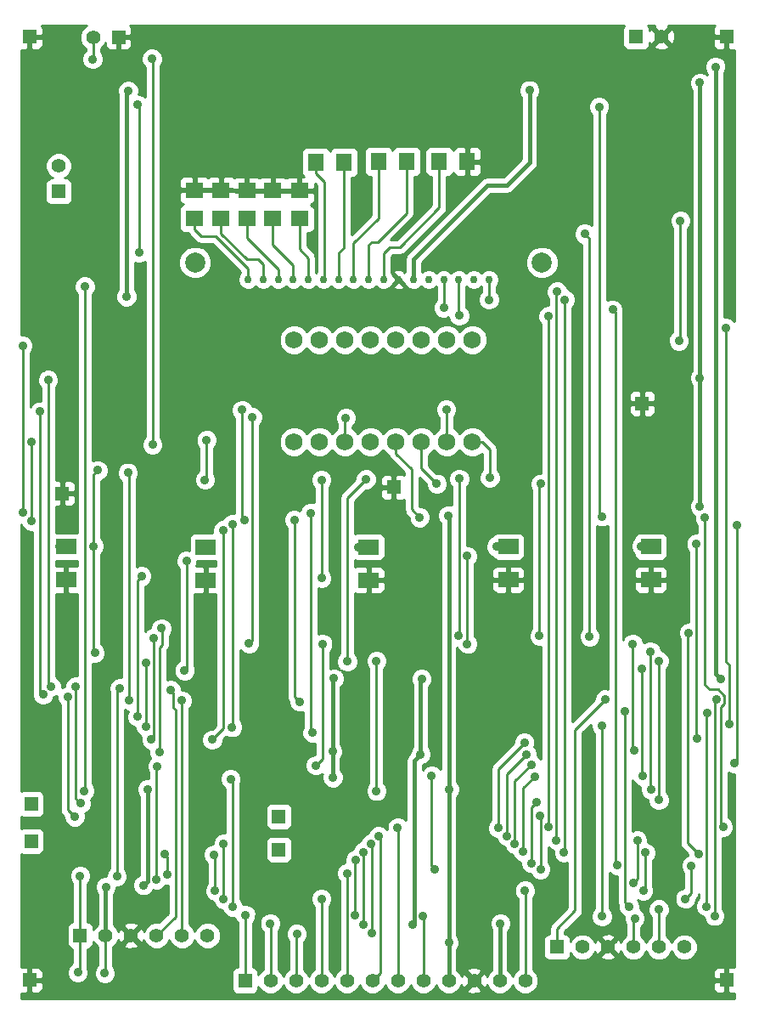
<source format=gbl>
G04 (created by PCBNEW (2013-07-07 BZR 4022)-stable) date 06/03/2017 2:17:35 PM*
%MOIN*%
G04 Gerber Fmt 3.4, Leading zero omitted, Abs format*
%FSLAX34Y34*%
G01*
G70*
G90*
G04 APERTURE LIST*
%ADD10C,0.00590551*%
%ADD11R,0.08X0.06*%
%ADD12R,0.055X0.055*%
%ADD13C,0.055*%
%ADD14C,0.0295276*%
%ADD15C,0.0787402*%
%ADD16C,0.0688976*%
%ADD17R,0.063X0.071*%
%ADD18R,0.071X0.063*%
%ADD19C,0.035*%
%ADD20C,0.015748*%
%ADD21C,0.01*%
G04 APERTURE END LIST*
G54D10*
G54D11*
X89803Y-60334D03*
X89803Y-61634D03*
X84212Y-60334D03*
X84212Y-61634D03*
X78720Y-60353D03*
X78720Y-61653D03*
X72322Y-60353D03*
X72322Y-61653D03*
X66850Y-60334D03*
X66850Y-61634D03*
G54D12*
X67401Y-75590D03*
G54D13*
X68401Y-75590D03*
X69401Y-75590D03*
X70401Y-75590D03*
X71401Y-75590D03*
X72401Y-75590D03*
G54D12*
X86122Y-76043D03*
G54D13*
X87122Y-76043D03*
X88122Y-76043D03*
X89122Y-76043D03*
X90122Y-76043D03*
X91122Y-76043D03*
G54D12*
X89224Y-40334D03*
G54D13*
X90224Y-40334D03*
G54D12*
X68905Y-40354D03*
G54D13*
X67905Y-40354D03*
G54D12*
X73870Y-77362D03*
G54D13*
X74870Y-77362D03*
X75870Y-77362D03*
X76870Y-77362D03*
X77870Y-77362D03*
X78870Y-77362D03*
X79870Y-77362D03*
X80870Y-77362D03*
X81870Y-77362D03*
X82870Y-77362D03*
X83870Y-77362D03*
X84870Y-77362D03*
G54D12*
X75196Y-70925D03*
X65472Y-71889D03*
X75196Y-72224D03*
X65472Y-70433D03*
G54D14*
X73996Y-49862D03*
X74586Y-49862D03*
X75177Y-49862D03*
X75767Y-49862D03*
X76358Y-49862D03*
X76948Y-49862D03*
X77539Y-49862D03*
X78129Y-49862D03*
X78720Y-49862D03*
X79311Y-49862D03*
X79901Y-49862D03*
X80492Y-49862D03*
X81082Y-49862D03*
X81673Y-49862D03*
X82263Y-49862D03*
X82854Y-49862D03*
X83444Y-49862D03*
G54D15*
X85531Y-49192D03*
X71909Y-49192D03*
G54D16*
X75799Y-56232D03*
X76799Y-56232D03*
X77799Y-56232D03*
X78799Y-56232D03*
X79799Y-56232D03*
X80799Y-56232D03*
X81799Y-56232D03*
X82799Y-56232D03*
X82799Y-52232D03*
X81799Y-52232D03*
X80799Y-52232D03*
X79799Y-52232D03*
X78799Y-52232D03*
X77799Y-52232D03*
X76799Y-52232D03*
X75799Y-52232D03*
G54D17*
X81497Y-45236D03*
X82597Y-45236D03*
X80215Y-45236D03*
X79115Y-45236D03*
X76654Y-45255D03*
X77754Y-45255D03*
G54D18*
X76003Y-47479D03*
X76003Y-46379D03*
X74960Y-47479D03*
X74960Y-46379D03*
X73937Y-47479D03*
X73937Y-46379D03*
X72933Y-47459D03*
X72933Y-46359D03*
X71889Y-47459D03*
X71889Y-46359D03*
G54D12*
X79704Y-58011D03*
X65413Y-77342D03*
X92775Y-77342D03*
X65413Y-40334D03*
X92775Y-40334D03*
X66692Y-58248D03*
X89468Y-54724D03*
X66555Y-46405D03*
G54D13*
X66555Y-45405D03*
G54D19*
X91732Y-53720D03*
X81889Y-69862D03*
X85039Y-42440D03*
X69212Y-50531D03*
X69291Y-42460D03*
X91732Y-42145D03*
X91732Y-58759D03*
X81850Y-59114D03*
X81870Y-75866D03*
X70039Y-69862D03*
X69881Y-73622D03*
X68405Y-73681D03*
X68366Y-77066D03*
X80866Y-74822D03*
X87893Y-74842D03*
X87874Y-67362D03*
X79862Y-71358D03*
X83818Y-71377D03*
X84842Y-68031D03*
X79114Y-71692D03*
X84153Y-71692D03*
X84921Y-68484D03*
X75905Y-75531D03*
X78838Y-75511D03*
X78818Y-72007D03*
X84468Y-72007D03*
X85118Y-68897D03*
X74862Y-75118D03*
X78523Y-75177D03*
X78503Y-72322D03*
X84783Y-72303D03*
X85236Y-69350D03*
X73877Y-74783D03*
X78188Y-74803D03*
X78208Y-72637D03*
X85118Y-72755D03*
X85314Y-70354D03*
X88799Y-66811D03*
X88956Y-74468D03*
X73385Y-74468D03*
X73307Y-69448D03*
X70944Y-65964D03*
X71397Y-66377D03*
X67303Y-77047D03*
X67401Y-73248D03*
X68838Y-73267D03*
X68956Y-65905D03*
X69311Y-66358D03*
X69271Y-57440D03*
X69645Y-67007D03*
X69803Y-61496D03*
X76870Y-61574D03*
X76870Y-57716D03*
X69980Y-67401D03*
X69980Y-64881D03*
X77893Y-64842D03*
X78622Y-57696D03*
X82283Y-57677D03*
X82244Y-63838D03*
X70275Y-63937D03*
X70196Y-67913D03*
X70511Y-68405D03*
X70590Y-63543D03*
X85433Y-63838D03*
X85492Y-57874D03*
X66141Y-53799D03*
X66259Y-65826D03*
X67224Y-65826D03*
X67421Y-70413D03*
X67578Y-50137D03*
X67559Y-69921D03*
X65472Y-56240D03*
X65492Y-59330D03*
X73011Y-59704D03*
X72578Y-67913D03*
X65137Y-52460D03*
X65157Y-58996D03*
X73385Y-59448D03*
X73366Y-67421D03*
X65826Y-55039D03*
X65944Y-66141D03*
X66909Y-66240D03*
X67185Y-70925D03*
X89271Y-71870D03*
X89114Y-73523D03*
X70393Y-73405D03*
X70433Y-68956D03*
X66830Y-62618D03*
X89173Y-74921D03*
X92303Y-74822D03*
X92381Y-66338D03*
X90118Y-74566D03*
X91988Y-74448D03*
X92007Y-66870D03*
X79035Y-69921D03*
X79035Y-64822D03*
X90118Y-64822D03*
X90118Y-70275D03*
X68090Y-57342D03*
X70236Y-56338D03*
X70216Y-41200D03*
X67893Y-41220D03*
X67913Y-60314D03*
X67972Y-64507D03*
X89783Y-64448D03*
X89803Y-69862D03*
X66594Y-60314D03*
X88011Y-66338D03*
X76870Y-74153D03*
X91397Y-72854D03*
X91161Y-74153D03*
X73031Y-74173D03*
X73031Y-71988D03*
X91673Y-72381D03*
X91299Y-63720D03*
X87401Y-63858D03*
X87204Y-48070D03*
X84862Y-73838D03*
X89586Y-72342D03*
X89507Y-73838D03*
X72696Y-73838D03*
X72657Y-72421D03*
X92736Y-51751D03*
X92874Y-67283D03*
X90964Y-47559D03*
X90905Y-52263D03*
X76004Y-66417D03*
X81771Y-54960D03*
X73759Y-54980D03*
X73838Y-59311D03*
X75807Y-59291D03*
X80728Y-59192D03*
X76437Y-59015D03*
X76515Y-67637D03*
X77834Y-55295D03*
X74153Y-55255D03*
X74035Y-64133D03*
X76909Y-64153D03*
X76653Y-68917D03*
X81397Y-57874D03*
X83484Y-57637D03*
X72302Y-57716D03*
X72362Y-56161D03*
X81200Y-69330D03*
X81318Y-72992D03*
X85472Y-72992D03*
X85452Y-70885D03*
X72125Y-60354D03*
X71574Y-60905D03*
X71496Y-65196D03*
X89468Y-65137D03*
X89488Y-69330D03*
X78307Y-60374D03*
X93169Y-59488D03*
X93070Y-68838D03*
X83740Y-60334D03*
X82598Y-60708D03*
X82598Y-64153D03*
X89094Y-64153D03*
X89153Y-68346D03*
X89431Y-60317D03*
X91594Y-60236D03*
X91633Y-67854D03*
X82283Y-51279D03*
X85787Y-51299D03*
X85787Y-71338D03*
X86102Y-71850D03*
X86122Y-50334D03*
X83444Y-50649D03*
X86417Y-50649D03*
X86397Y-72342D03*
X69704Y-48799D03*
X69665Y-43011D03*
X87775Y-43090D03*
X87874Y-59153D03*
X91929Y-59192D03*
X92637Y-71338D03*
X81673Y-50964D03*
X88307Y-51043D03*
X88484Y-72834D03*
X77874Y-73149D03*
X70826Y-73208D03*
X70708Y-72401D03*
X77322Y-69389D03*
X77303Y-68366D03*
X77362Y-65511D03*
X92342Y-41515D03*
X92539Y-65531D03*
X80807Y-65531D03*
X80767Y-68484D03*
X80452Y-75177D03*
X83897Y-75118D03*
G54D20*
X81889Y-69862D02*
X81870Y-69881D01*
X80492Y-49862D02*
X80492Y-49055D01*
X85039Y-45275D02*
X85039Y-42440D01*
X84153Y-46161D02*
X85039Y-45275D01*
X83385Y-46161D02*
X84153Y-46161D01*
X80492Y-49055D02*
X83385Y-46161D01*
X91732Y-51555D02*
X91732Y-42145D01*
X69212Y-42539D02*
X69212Y-50531D01*
X69291Y-42460D02*
X69212Y-42539D01*
X91732Y-58759D02*
X91732Y-53720D01*
X91732Y-53720D02*
X91732Y-51555D01*
X81870Y-75866D02*
X81870Y-69881D01*
X81870Y-69881D02*
X81870Y-59133D01*
X81870Y-59133D02*
X81850Y-59114D01*
X81870Y-75866D02*
X81870Y-77362D01*
X68401Y-75590D02*
X68401Y-73685D01*
X70039Y-73464D02*
X70039Y-69862D01*
X69881Y-73622D02*
X70039Y-73464D01*
X68401Y-73685D02*
X68405Y-73681D01*
G54D21*
X68401Y-75590D02*
X68401Y-77031D01*
X68401Y-77031D02*
X68366Y-77066D01*
X80870Y-74826D02*
X80870Y-77362D01*
X80866Y-74822D02*
X80870Y-74826D01*
X87893Y-67381D02*
X87893Y-74842D01*
X87874Y-67362D02*
X87893Y-67381D01*
X79870Y-71366D02*
X79870Y-77362D01*
X79862Y-71358D02*
X79870Y-71366D01*
X83818Y-69055D02*
X83818Y-71377D01*
X84842Y-68031D02*
X83818Y-69055D01*
X79173Y-77059D02*
X78870Y-77362D01*
X79173Y-71751D02*
X79173Y-77059D01*
X79114Y-71692D02*
X79173Y-71751D01*
X84153Y-69251D02*
X84153Y-71692D01*
X84921Y-68484D02*
X84153Y-69251D01*
X75870Y-75566D02*
X75870Y-77362D01*
X75905Y-75531D02*
X75870Y-75566D01*
X78838Y-72027D02*
X78838Y-75511D01*
X78818Y-72007D02*
X78838Y-72027D01*
X84468Y-69547D02*
X84468Y-72007D01*
X85118Y-68897D02*
X84468Y-69547D01*
X74870Y-75125D02*
X74870Y-77362D01*
X74862Y-75118D02*
X74870Y-75125D01*
X78523Y-72342D02*
X78523Y-75177D01*
X78503Y-72322D02*
X78523Y-72342D01*
X84783Y-69803D02*
X84783Y-72303D01*
X85236Y-69350D02*
X84783Y-69803D01*
X73870Y-74791D02*
X73870Y-77362D01*
X73877Y-74783D02*
X73870Y-74791D01*
X78188Y-72657D02*
X78188Y-74803D01*
X78208Y-72637D02*
X78188Y-72657D01*
X85118Y-70551D02*
X85118Y-72755D01*
X85314Y-70354D02*
X85118Y-70551D01*
X88799Y-74311D02*
X88799Y-66811D01*
X88956Y-74468D02*
X88799Y-74311D01*
X73385Y-69527D02*
X73385Y-74468D01*
X73307Y-69448D02*
X73385Y-69527D01*
X71141Y-74850D02*
X70401Y-75590D01*
X71141Y-66732D02*
X71141Y-74850D01*
X71062Y-66653D02*
X71141Y-66732D01*
X71062Y-66082D02*
X71062Y-66653D01*
X70944Y-65964D02*
X71062Y-66082D01*
X71401Y-66854D02*
X71401Y-75590D01*
X71397Y-66377D02*
X71401Y-66854D01*
X67401Y-75590D02*
X67401Y-76948D01*
X67401Y-76948D02*
X67303Y-77047D01*
X67401Y-73248D02*
X67401Y-75590D01*
X68838Y-66023D02*
X68838Y-73267D01*
X68956Y-65905D02*
X68838Y-66023D01*
X69311Y-57480D02*
X69311Y-66358D01*
X69271Y-57440D02*
X69311Y-57480D01*
X69645Y-61653D02*
X69645Y-67007D01*
X69803Y-61496D02*
X69645Y-61653D01*
X76870Y-57716D02*
X76870Y-61574D01*
X69980Y-64881D02*
X69980Y-67401D01*
X77893Y-58425D02*
X77893Y-64842D01*
X78622Y-57696D02*
X77893Y-58425D01*
X82283Y-63799D02*
X82283Y-57677D01*
X82244Y-63838D02*
X82283Y-63799D01*
X70275Y-67834D02*
X70275Y-63937D01*
X70196Y-67913D02*
X70275Y-67834D01*
X70511Y-64291D02*
X70511Y-68405D01*
X70610Y-64192D02*
X70511Y-64291D01*
X70610Y-63562D02*
X70610Y-64192D01*
X70590Y-63543D02*
X70610Y-63562D01*
X85433Y-57933D02*
X85433Y-63838D01*
X85492Y-57874D02*
X85433Y-57933D01*
X66141Y-65708D02*
X66141Y-53799D01*
X66259Y-65826D02*
X66141Y-65708D01*
X67224Y-70216D02*
X67224Y-65826D01*
X67421Y-70413D02*
X67224Y-70216D01*
X67578Y-69901D02*
X67578Y-50137D01*
X67559Y-69921D02*
X67578Y-69901D01*
X65472Y-59311D02*
X65472Y-56240D01*
X65492Y-59330D02*
X65472Y-59311D01*
X73011Y-67480D02*
X73011Y-59704D01*
X72578Y-67913D02*
X73011Y-67480D01*
X65137Y-58976D02*
X65137Y-52460D01*
X65157Y-58996D02*
X65137Y-58976D01*
X73385Y-67401D02*
X73385Y-59448D01*
X73366Y-67421D02*
X73385Y-67401D01*
X65826Y-66023D02*
X65826Y-55039D01*
X65944Y-66141D02*
X65826Y-66023D01*
X66909Y-70649D02*
X66909Y-66240D01*
X67185Y-70925D02*
X66909Y-70649D01*
X89271Y-73366D02*
X89271Y-71870D01*
X89114Y-73523D02*
X89271Y-73366D01*
X70393Y-68996D02*
X70393Y-73405D01*
X70433Y-68956D02*
X70393Y-68996D01*
X66850Y-61634D02*
X66850Y-62598D01*
X66850Y-62598D02*
X66830Y-62618D01*
X89122Y-74972D02*
X89122Y-76043D01*
X89173Y-74921D02*
X89122Y-74972D01*
X92303Y-66417D02*
X92303Y-74822D01*
X92381Y-66338D02*
X92303Y-66417D01*
X90122Y-74570D02*
X90122Y-76043D01*
X90118Y-74566D02*
X90122Y-74570D01*
X91988Y-66889D02*
X91988Y-74448D01*
X92007Y-66870D02*
X91988Y-66889D01*
X79035Y-64822D02*
X79035Y-69921D01*
X90118Y-70275D02*
X90118Y-64822D01*
X67905Y-40354D02*
X67905Y-41208D01*
X67913Y-57519D02*
X67913Y-60314D01*
X68090Y-57342D02*
X67913Y-57519D01*
X70236Y-41220D02*
X70236Y-56338D01*
X70216Y-41200D02*
X70236Y-41220D01*
X67905Y-41208D02*
X67893Y-41220D01*
X67913Y-64448D02*
X67913Y-60314D01*
X67972Y-64507D02*
X67913Y-64448D01*
X89783Y-69842D02*
X89783Y-64448D01*
X89803Y-69862D02*
X89783Y-69842D01*
X66594Y-60314D02*
X66613Y-60334D01*
X66613Y-60334D02*
X66850Y-60334D01*
X86122Y-75314D02*
X86122Y-76043D01*
X86830Y-74606D02*
X86122Y-75314D01*
X86830Y-67519D02*
X86830Y-74606D01*
X88011Y-66338D02*
X86830Y-67519D01*
X76870Y-77362D02*
X76870Y-74153D01*
X91397Y-73917D02*
X91397Y-72854D01*
X91161Y-74153D02*
X91397Y-73917D01*
X73031Y-71988D02*
X73031Y-74173D01*
X91240Y-71948D02*
X91673Y-72381D01*
X91240Y-63779D02*
X91240Y-71948D01*
X91299Y-63720D02*
X91240Y-63779D01*
X87401Y-48267D02*
X87401Y-63858D01*
X87204Y-48070D02*
X87401Y-48267D01*
X84870Y-77362D02*
X84870Y-73846D01*
X84870Y-73846D02*
X84862Y-73838D01*
X89586Y-73759D02*
X89586Y-72342D01*
X89507Y-73838D02*
X89586Y-73759D01*
X72696Y-72460D02*
X72696Y-73838D01*
X72657Y-72421D02*
X72696Y-72460D01*
X76003Y-47479D02*
X76003Y-48661D01*
X76358Y-49015D02*
X76358Y-49862D01*
X76003Y-48661D02*
X76358Y-49015D01*
X74960Y-47479D02*
X74960Y-48503D01*
X75767Y-49311D02*
X75767Y-49862D01*
X74960Y-48503D02*
X75767Y-49311D01*
X73937Y-47479D02*
X73937Y-48228D01*
X75177Y-49468D02*
X75177Y-49862D01*
X73937Y-48228D02*
X75177Y-49468D01*
X71889Y-47459D02*
X71889Y-47893D01*
X73996Y-49429D02*
X73996Y-49862D01*
X72716Y-48149D02*
X73996Y-49429D01*
X72145Y-48149D02*
X72716Y-48149D01*
X71889Y-47893D02*
X72145Y-48149D01*
X72933Y-47459D02*
X72933Y-48051D01*
X74586Y-49271D02*
X74586Y-49862D01*
X74370Y-49055D02*
X74586Y-49271D01*
X73937Y-49055D02*
X74370Y-49055D01*
X72933Y-48051D02*
X73937Y-49055D01*
X77754Y-45255D02*
X77754Y-48603D01*
X77539Y-48818D02*
X77539Y-49862D01*
X77754Y-48603D02*
X77539Y-48818D01*
X76654Y-45255D02*
X76654Y-45709D01*
X76988Y-49822D02*
X76948Y-49862D01*
X76988Y-46043D02*
X76988Y-49822D01*
X76654Y-45709D02*
X76988Y-46043D01*
X79115Y-45236D02*
X79115Y-47459D01*
X78129Y-48444D02*
X78129Y-49862D01*
X79115Y-47459D02*
X78129Y-48444D01*
X92736Y-64842D02*
X92736Y-51751D01*
X92893Y-65000D02*
X92736Y-64842D01*
X92893Y-67263D02*
X92893Y-65000D01*
X92874Y-67283D02*
X92893Y-67263D01*
X90964Y-52204D02*
X90964Y-47559D01*
X90905Y-52263D02*
X90964Y-52204D01*
X81799Y-56232D02*
X81799Y-54988D01*
X81771Y-54960D02*
X81799Y-54988D01*
X73759Y-59232D02*
X73759Y-54980D01*
X73838Y-59311D02*
X73759Y-59232D01*
X75807Y-66220D02*
X75807Y-59291D01*
X75807Y-66220D02*
X76004Y-66417D01*
X79799Y-56688D02*
X79799Y-56232D01*
X80413Y-57303D02*
X79799Y-56688D01*
X80413Y-58877D02*
X80413Y-57303D01*
X80728Y-59192D02*
X80413Y-58877D01*
X76437Y-67559D02*
X76437Y-59015D01*
X76515Y-67637D02*
X76437Y-67559D01*
X77799Y-55330D02*
X77799Y-56232D01*
X77834Y-55295D02*
X77799Y-55330D01*
X74153Y-64015D02*
X74153Y-55255D01*
X74035Y-64133D02*
X74153Y-64015D01*
X76909Y-68661D02*
X76909Y-64153D01*
X76653Y-68917D02*
X76909Y-68661D01*
X80799Y-57275D02*
X80799Y-56232D01*
X81397Y-57874D02*
X80799Y-57275D01*
X83200Y-56232D02*
X82799Y-56232D01*
X83484Y-56515D02*
X83200Y-56232D01*
X83484Y-57637D02*
X83484Y-56515D01*
X80215Y-45236D02*
X80215Y-47264D01*
X78720Y-48503D02*
X78720Y-49862D01*
X78838Y-48385D02*
X78720Y-48503D01*
X79094Y-48385D02*
X78838Y-48385D01*
X80215Y-47264D02*
X79094Y-48385D01*
X72362Y-57656D02*
X72362Y-56161D01*
X72362Y-57656D02*
X72302Y-57716D01*
X81497Y-45236D02*
X81497Y-47046D01*
X79311Y-48838D02*
X79311Y-49862D01*
X79547Y-48602D02*
X79311Y-48838D01*
X79940Y-48602D02*
X79547Y-48602D01*
X81497Y-47046D02*
X79940Y-48602D01*
X81200Y-72874D02*
X81200Y-69330D01*
X81318Y-72992D02*
X81200Y-72874D01*
X85472Y-70905D02*
X85472Y-72992D01*
X85452Y-70885D02*
X85472Y-70905D01*
X72126Y-60353D02*
X72322Y-60353D01*
X72125Y-60354D02*
X72126Y-60353D01*
X71574Y-65118D02*
X71574Y-60905D01*
X71496Y-65196D02*
X71574Y-65118D01*
X89468Y-69311D02*
X89468Y-65137D01*
X89488Y-69330D02*
X89468Y-69311D01*
X78327Y-60353D02*
X78720Y-60353D01*
X78307Y-60374D02*
X78327Y-60353D01*
X93169Y-68740D02*
X93169Y-59488D01*
X93070Y-68838D02*
X93169Y-68740D01*
X83740Y-60334D02*
X84212Y-60334D01*
X83740Y-60334D02*
X83740Y-60334D01*
X82598Y-64153D02*
X82598Y-60708D01*
X89094Y-68287D02*
X89094Y-64153D01*
X89153Y-68346D02*
X89094Y-68287D01*
X89448Y-60334D02*
X89803Y-60334D01*
X89431Y-60317D02*
X89448Y-60334D01*
X91594Y-67814D02*
X91594Y-60236D01*
X91633Y-67854D02*
X91594Y-67814D01*
X82263Y-51259D02*
X82263Y-49862D01*
X82283Y-51279D02*
X82263Y-51259D01*
X85787Y-71338D02*
X85787Y-51299D01*
X86102Y-50354D02*
X86102Y-71850D01*
X86122Y-50334D02*
X86102Y-50354D01*
X83444Y-50649D02*
X83444Y-49862D01*
X86417Y-72322D02*
X86417Y-50649D01*
X86397Y-72342D02*
X86417Y-72322D01*
X69704Y-43051D02*
X69704Y-48799D01*
X69665Y-43011D02*
X69704Y-43051D01*
X87775Y-59055D02*
X87775Y-43090D01*
X87874Y-59153D02*
X87775Y-59055D01*
X91929Y-59153D02*
X91929Y-59192D01*
X91929Y-65767D02*
X91929Y-59153D01*
X92106Y-65944D02*
X91929Y-65767D01*
X92440Y-65944D02*
X92106Y-65944D01*
X92677Y-66181D02*
X92440Y-65944D01*
X92677Y-66496D02*
X92677Y-66181D01*
X92539Y-66633D02*
X92677Y-66496D01*
X92539Y-71240D02*
X92539Y-66633D01*
X92637Y-71338D02*
X92539Y-71240D01*
X81673Y-50964D02*
X81673Y-49862D01*
X88405Y-51141D02*
X88307Y-51043D01*
X88405Y-72755D02*
X88405Y-51141D01*
X88484Y-72834D02*
X88405Y-72755D01*
X77870Y-77362D02*
X77870Y-73153D01*
X77870Y-73153D02*
X77874Y-73149D01*
X70826Y-72519D02*
X70826Y-73208D01*
X70708Y-72401D02*
X70826Y-72519D01*
G54D20*
X77303Y-68366D02*
X77303Y-69370D01*
X77303Y-69370D02*
X77322Y-69389D01*
X77303Y-65570D02*
X77303Y-68366D01*
X77362Y-65511D02*
X77303Y-65570D01*
X80767Y-68484D02*
X80767Y-65570D01*
X92342Y-65334D02*
X92342Y-41515D01*
X92539Y-65531D02*
X92342Y-65334D01*
X80767Y-65570D02*
X80807Y-65531D01*
X83870Y-77362D02*
X83870Y-75145D01*
X80511Y-68740D02*
X80767Y-68484D01*
X80511Y-75118D02*
X80511Y-68740D01*
X80452Y-75177D02*
X80511Y-75118D01*
X83870Y-75145D02*
X83897Y-75118D01*
G54D10*
G36*
X67278Y-65401D02*
X67140Y-65401D01*
X66983Y-65466D01*
X66864Y-65585D01*
X66799Y-65741D01*
X66799Y-65825D01*
X66684Y-65873D01*
X66684Y-65742D01*
X66620Y-65586D01*
X66500Y-65466D01*
X66441Y-65442D01*
X66441Y-62184D01*
X66499Y-62184D01*
X66737Y-62184D01*
X66800Y-62121D01*
X66800Y-61684D01*
X66792Y-61684D01*
X66792Y-61584D01*
X66800Y-61584D01*
X66800Y-61146D01*
X66737Y-61084D01*
X66499Y-61084D01*
X66441Y-61084D01*
X66441Y-60884D01*
X66499Y-60884D01*
X67278Y-60884D01*
X67278Y-61084D01*
X67200Y-61084D01*
X66962Y-61084D01*
X66900Y-61146D01*
X66900Y-61584D01*
X66908Y-61584D01*
X66908Y-61684D01*
X66900Y-61684D01*
X66900Y-62121D01*
X66962Y-62184D01*
X67200Y-62184D01*
X67278Y-62184D01*
X67278Y-65401D01*
X67278Y-65401D01*
G37*
G54D21*
X67278Y-65401D02*
X67140Y-65401D01*
X66983Y-65466D01*
X66864Y-65585D01*
X66799Y-65741D01*
X66799Y-65825D01*
X66684Y-65873D01*
X66684Y-65742D01*
X66620Y-65586D01*
X66500Y-65466D01*
X66441Y-65442D01*
X66441Y-62184D01*
X66499Y-62184D01*
X66737Y-62184D01*
X66800Y-62121D01*
X66800Y-61684D01*
X66792Y-61684D01*
X66792Y-61584D01*
X66800Y-61584D01*
X66800Y-61146D01*
X66737Y-61084D01*
X66499Y-61084D01*
X66441Y-61084D01*
X66441Y-60884D01*
X66499Y-60884D01*
X67278Y-60884D01*
X67278Y-61084D01*
X67200Y-61084D01*
X66962Y-61084D01*
X66900Y-61146D01*
X66900Y-61584D01*
X66908Y-61584D01*
X66908Y-61684D01*
X66900Y-61684D01*
X66900Y-62121D01*
X66962Y-62184D01*
X67200Y-62184D01*
X67278Y-62184D01*
X67278Y-65401D01*
G54D10*
G36*
X93096Y-78057D02*
X92725Y-78057D01*
X92725Y-77805D01*
X92725Y-77392D01*
X92725Y-77292D01*
X92725Y-76880D01*
X92663Y-76817D01*
X92451Y-76817D01*
X92359Y-76855D01*
X92288Y-76925D01*
X92250Y-77017D01*
X92250Y-77117D01*
X92250Y-77230D01*
X92313Y-77292D01*
X92725Y-77292D01*
X92725Y-77392D01*
X92313Y-77392D01*
X92250Y-77455D01*
X92250Y-77568D01*
X92250Y-77667D01*
X92288Y-77759D01*
X92359Y-77829D01*
X92451Y-77867D01*
X92663Y-77867D01*
X92725Y-77805D01*
X92725Y-78057D01*
X91647Y-78057D01*
X91647Y-75939D01*
X91567Y-75746D01*
X91419Y-75598D01*
X91226Y-75518D01*
X91018Y-75518D01*
X90825Y-75597D01*
X90677Y-75745D01*
X90622Y-75878D01*
X90567Y-75746D01*
X90422Y-75600D01*
X90422Y-74864D01*
X90478Y-74807D01*
X90543Y-74651D01*
X90543Y-74482D01*
X90478Y-74326D01*
X90359Y-74206D01*
X90203Y-74142D01*
X90033Y-74141D01*
X89877Y-74206D01*
X89758Y-74325D01*
X89693Y-74482D01*
X89693Y-74651D01*
X89757Y-74807D01*
X89822Y-74871D01*
X89822Y-75600D01*
X89677Y-75745D01*
X89622Y-75878D01*
X89567Y-75746D01*
X89422Y-75600D01*
X89422Y-75273D01*
X89533Y-75162D01*
X89598Y-75006D01*
X89598Y-74837D01*
X89533Y-74680D01*
X89414Y-74561D01*
X89381Y-74547D01*
X89381Y-74384D01*
X89317Y-74228D01*
X89302Y-74213D01*
X89422Y-74263D01*
X89592Y-74263D01*
X89748Y-74199D01*
X89867Y-74079D01*
X89932Y-73923D01*
X89932Y-73754D01*
X89886Y-73642D01*
X89886Y-72643D01*
X89946Y-72583D01*
X90011Y-72427D01*
X90011Y-72258D01*
X89947Y-72102D01*
X89827Y-71982D01*
X89696Y-71928D01*
X89696Y-71785D01*
X89632Y-71629D01*
X89512Y-71509D01*
X89356Y-71445D01*
X89187Y-71445D01*
X89099Y-71481D01*
X89099Y-69502D01*
X89127Y-69571D01*
X89247Y-69690D01*
X89389Y-69749D01*
X89378Y-69777D01*
X89378Y-69946D01*
X89442Y-70102D01*
X89562Y-70222D01*
X89693Y-70276D01*
X89693Y-70359D01*
X89757Y-70516D01*
X89877Y-70635D01*
X90033Y-70700D01*
X90202Y-70700D01*
X90358Y-70636D01*
X90478Y-70516D01*
X90543Y-70360D01*
X90543Y-70191D01*
X90478Y-70035D01*
X90418Y-69974D01*
X90418Y-65123D01*
X90478Y-65063D01*
X90543Y-64907D01*
X90543Y-64738D01*
X90478Y-64582D01*
X90453Y-64556D01*
X90453Y-61983D01*
X90453Y-61284D01*
X90453Y-60584D01*
X90453Y-59984D01*
X90415Y-59892D01*
X90344Y-59822D01*
X90253Y-59784D01*
X90153Y-59784D01*
X89993Y-59784D01*
X89993Y-54949D01*
X89993Y-54498D01*
X89993Y-54399D01*
X89955Y-54307D01*
X89884Y-54237D01*
X89793Y-54199D01*
X89581Y-54199D01*
X89518Y-54261D01*
X89518Y-54674D01*
X89931Y-54674D01*
X89993Y-54611D01*
X89993Y-54498D01*
X89993Y-54949D01*
X89993Y-54836D01*
X89931Y-54774D01*
X89518Y-54774D01*
X89518Y-55186D01*
X89581Y-55249D01*
X89793Y-55249D01*
X89884Y-55211D01*
X89955Y-55141D01*
X89993Y-55049D01*
X89993Y-54949D01*
X89993Y-59784D01*
X89418Y-59784D01*
X89418Y-55186D01*
X89418Y-54774D01*
X89418Y-54674D01*
X89418Y-54261D01*
X89356Y-54199D01*
X89143Y-54199D01*
X89052Y-54237D01*
X88981Y-54307D01*
X88943Y-54399D01*
X88943Y-54498D01*
X88943Y-54611D01*
X89006Y-54674D01*
X89418Y-54674D01*
X89418Y-54774D01*
X89006Y-54774D01*
X88943Y-54836D01*
X88943Y-54949D01*
X88943Y-55049D01*
X88981Y-55141D01*
X89052Y-55211D01*
X89143Y-55249D01*
X89356Y-55249D01*
X89418Y-55186D01*
X89418Y-59784D01*
X89353Y-59784D01*
X89261Y-59822D01*
X89191Y-59892D01*
X89153Y-59984D01*
X89153Y-59994D01*
X89071Y-60076D01*
X89006Y-60232D01*
X89006Y-60401D01*
X89070Y-60557D01*
X89153Y-60640D01*
X89153Y-60683D01*
X89191Y-60775D01*
X89261Y-60846D01*
X89353Y-60884D01*
X89452Y-60884D01*
X90252Y-60884D01*
X90344Y-60846D01*
X90414Y-60776D01*
X90453Y-60684D01*
X90453Y-60584D01*
X90453Y-61284D01*
X90415Y-61192D01*
X90344Y-61122D01*
X90253Y-61084D01*
X90153Y-61084D01*
X89915Y-61084D01*
X89853Y-61146D01*
X89853Y-61584D01*
X90390Y-61584D01*
X90453Y-61521D01*
X90453Y-61284D01*
X90453Y-61983D01*
X90453Y-61746D01*
X90390Y-61684D01*
X89853Y-61684D01*
X89853Y-62121D01*
X89915Y-62184D01*
X90153Y-62184D01*
X90253Y-62184D01*
X90344Y-62146D01*
X90415Y-62075D01*
X90453Y-61983D01*
X90453Y-64556D01*
X90359Y-64462D01*
X90208Y-64400D01*
X90208Y-64364D01*
X90143Y-64208D01*
X90024Y-64088D01*
X89868Y-64023D01*
X89753Y-64023D01*
X89753Y-62121D01*
X89753Y-61684D01*
X89753Y-61584D01*
X89753Y-61146D01*
X89690Y-61084D01*
X89452Y-61084D01*
X89353Y-61084D01*
X89261Y-61122D01*
X89191Y-61192D01*
X89153Y-61284D01*
X89153Y-61521D01*
X89215Y-61584D01*
X89753Y-61584D01*
X89753Y-61684D01*
X89215Y-61684D01*
X89153Y-61746D01*
X89153Y-61983D01*
X89191Y-62075D01*
X89261Y-62146D01*
X89353Y-62184D01*
X89452Y-62184D01*
X89690Y-62184D01*
X89753Y-62121D01*
X89753Y-64023D01*
X89699Y-64023D01*
X89543Y-64088D01*
X89519Y-64111D01*
X89519Y-64069D01*
X89454Y-63913D01*
X89335Y-63793D01*
X89179Y-63728D01*
X89010Y-63728D01*
X88854Y-63793D01*
X88734Y-63912D01*
X88705Y-63982D01*
X88705Y-51192D01*
X88732Y-51128D01*
X88732Y-50959D01*
X88667Y-50802D01*
X88548Y-50683D01*
X88391Y-50618D01*
X88222Y-50618D01*
X88075Y-50679D01*
X88075Y-43391D01*
X88135Y-43331D01*
X88200Y-43175D01*
X88200Y-43006D01*
X88136Y-42850D01*
X88016Y-42730D01*
X87860Y-42665D01*
X87691Y-42665D01*
X87535Y-42730D01*
X87415Y-42849D01*
X87350Y-43005D01*
X87350Y-43174D01*
X87415Y-43330D01*
X87475Y-43391D01*
X87475Y-47740D01*
X87445Y-47710D01*
X87289Y-47645D01*
X87120Y-47645D01*
X86964Y-47710D01*
X86844Y-47829D01*
X86779Y-47985D01*
X86779Y-48155D01*
X86844Y-48311D01*
X86963Y-48430D01*
X87101Y-48488D01*
X87101Y-63557D01*
X87041Y-63617D01*
X86976Y-63773D01*
X86976Y-63942D01*
X87041Y-64098D01*
X87160Y-64218D01*
X87316Y-64283D01*
X87485Y-64283D01*
X87642Y-64218D01*
X87761Y-64099D01*
X87826Y-63943D01*
X87826Y-63774D01*
X87762Y-63617D01*
X87701Y-63557D01*
X87701Y-59542D01*
X87789Y-59578D01*
X87958Y-59578D01*
X88105Y-59517D01*
X88105Y-65917D01*
X88096Y-65913D01*
X87927Y-65913D01*
X87771Y-65978D01*
X87651Y-66097D01*
X87586Y-66253D01*
X87586Y-66339D01*
X86717Y-67208D01*
X86717Y-50950D01*
X86777Y-50890D01*
X86842Y-50734D01*
X86842Y-50565D01*
X86777Y-50409D01*
X86658Y-50289D01*
X86543Y-50241D01*
X86482Y-50094D01*
X86363Y-49974D01*
X86206Y-49909D01*
X86175Y-49909D01*
X86175Y-49065D01*
X86077Y-48828D01*
X85896Y-48647D01*
X85660Y-48549D01*
X85464Y-48549D01*
X85464Y-42356D01*
X85399Y-42200D01*
X85280Y-42080D01*
X85124Y-42016D01*
X84955Y-42015D01*
X84798Y-42080D01*
X84679Y-42199D01*
X84614Y-42356D01*
X84614Y-42525D01*
X84678Y-42681D01*
X84710Y-42713D01*
X84710Y-45139D01*
X84017Y-45832D01*
X83385Y-45832D01*
X83260Y-45857D01*
X83162Y-45923D01*
X83162Y-45541D01*
X83162Y-44930D01*
X83162Y-44831D01*
X83124Y-44739D01*
X83053Y-44669D01*
X82961Y-44631D01*
X82709Y-44631D01*
X82647Y-44693D01*
X82647Y-45186D01*
X83099Y-45186D01*
X83162Y-45123D01*
X83162Y-44930D01*
X83162Y-45541D01*
X83162Y-45348D01*
X83099Y-45286D01*
X82647Y-45286D01*
X82647Y-45778D01*
X82709Y-45841D01*
X82961Y-45841D01*
X83053Y-45803D01*
X83124Y-45733D01*
X83162Y-45641D01*
X83162Y-45541D01*
X83162Y-45923D01*
X83153Y-45928D01*
X82547Y-46535D01*
X82547Y-45778D01*
X82547Y-45286D01*
X82539Y-45286D01*
X82539Y-45186D01*
X82547Y-45186D01*
X82547Y-44693D01*
X82484Y-44631D01*
X82232Y-44631D01*
X82140Y-44669D01*
X82070Y-44739D01*
X82047Y-44795D01*
X82024Y-44739D01*
X81954Y-44669D01*
X81862Y-44631D01*
X81762Y-44631D01*
X81132Y-44631D01*
X81040Y-44669D01*
X80970Y-44739D01*
X80932Y-44831D01*
X80932Y-44930D01*
X80932Y-45640D01*
X80970Y-45732D01*
X81040Y-45803D01*
X81132Y-45841D01*
X81197Y-45841D01*
X81197Y-46921D01*
X79816Y-48302D01*
X79602Y-48302D01*
X80427Y-47477D01*
X80492Y-47379D01*
X80492Y-47379D01*
X80515Y-47264D01*
X80515Y-47264D01*
X80515Y-45841D01*
X80579Y-45841D01*
X80671Y-45803D01*
X80742Y-45733D01*
X80780Y-45641D01*
X80780Y-45541D01*
X80780Y-44831D01*
X80742Y-44739D01*
X80672Y-44669D01*
X80580Y-44631D01*
X80480Y-44631D01*
X79850Y-44631D01*
X79758Y-44669D01*
X79688Y-44739D01*
X79665Y-44795D01*
X79642Y-44739D01*
X79572Y-44669D01*
X79480Y-44631D01*
X79380Y-44631D01*
X78750Y-44631D01*
X78658Y-44669D01*
X78588Y-44739D01*
X78550Y-44831D01*
X78550Y-44930D01*
X78550Y-45640D01*
X78588Y-45732D01*
X78658Y-45803D01*
X78750Y-45841D01*
X78815Y-45841D01*
X78815Y-47335D01*
X78054Y-48095D01*
X78054Y-45860D01*
X78119Y-45860D01*
X78211Y-45822D01*
X78281Y-45752D01*
X78319Y-45660D01*
X78319Y-45561D01*
X78319Y-44851D01*
X78281Y-44759D01*
X78211Y-44689D01*
X78119Y-44650D01*
X78020Y-44650D01*
X77390Y-44650D01*
X77298Y-44688D01*
X77227Y-44759D01*
X77204Y-44814D01*
X77181Y-44759D01*
X77111Y-44689D01*
X77019Y-44650D01*
X76920Y-44650D01*
X76290Y-44650D01*
X76198Y-44688D01*
X76127Y-44759D01*
X76089Y-44850D01*
X76089Y-44950D01*
X76089Y-45660D01*
X76127Y-45752D01*
X76189Y-45814D01*
X76116Y-45814D01*
X76053Y-45876D01*
X76053Y-46329D01*
X76546Y-46329D01*
X76608Y-46266D01*
X76608Y-46088D01*
X76688Y-46167D01*
X76688Y-49560D01*
X76658Y-49590D01*
X76658Y-49015D01*
X76635Y-48900D01*
X76570Y-48803D01*
X76570Y-48803D01*
X76303Y-48537D01*
X76303Y-48044D01*
X76408Y-48044D01*
X76500Y-48006D01*
X76570Y-47935D01*
X76608Y-47844D01*
X76608Y-47744D01*
X76608Y-47114D01*
X76571Y-47022D01*
X76500Y-46952D01*
X76444Y-46929D01*
X76500Y-46905D01*
X76571Y-46835D01*
X76608Y-46743D01*
X76608Y-46491D01*
X76546Y-46429D01*
X76053Y-46429D01*
X76053Y-46437D01*
X75953Y-46437D01*
X75953Y-46429D01*
X75953Y-46329D01*
X75953Y-45876D01*
X75891Y-45814D01*
X75698Y-45814D01*
X75598Y-45814D01*
X75507Y-45852D01*
X75482Y-45877D01*
X75457Y-45852D01*
X75365Y-45814D01*
X75266Y-45814D01*
X75073Y-45814D01*
X75010Y-45876D01*
X75010Y-46329D01*
X75461Y-46329D01*
X75503Y-46329D01*
X75953Y-46329D01*
X75953Y-46429D01*
X75503Y-46429D01*
X75461Y-46429D01*
X75010Y-46429D01*
X75010Y-46437D01*
X74910Y-46437D01*
X74910Y-46429D01*
X74910Y-46329D01*
X74910Y-45876D01*
X74848Y-45814D01*
X74655Y-45814D01*
X74555Y-45814D01*
X74463Y-45852D01*
X74448Y-45867D01*
X74433Y-45852D01*
X74341Y-45814D01*
X74242Y-45814D01*
X74049Y-45814D01*
X73987Y-45876D01*
X73987Y-46329D01*
X74418Y-46329D01*
X74479Y-46329D01*
X74910Y-46329D01*
X74910Y-46429D01*
X74479Y-46429D01*
X74418Y-46429D01*
X73987Y-46429D01*
X73987Y-46437D01*
X73887Y-46437D01*
X73887Y-46429D01*
X73887Y-46329D01*
X73887Y-45876D01*
X73824Y-45814D01*
X73631Y-45814D01*
X73532Y-45814D01*
X73446Y-45849D01*
X73429Y-45832D01*
X73338Y-45794D01*
X73238Y-45794D01*
X73045Y-45794D01*
X72983Y-45856D01*
X72983Y-46309D01*
X73374Y-46309D01*
X73394Y-46329D01*
X73887Y-46329D01*
X73887Y-46429D01*
X73495Y-46429D01*
X73475Y-46409D01*
X72983Y-46409D01*
X72983Y-46417D01*
X72883Y-46417D01*
X72883Y-46409D01*
X72883Y-46309D01*
X72883Y-45856D01*
X72820Y-45794D01*
X72627Y-45794D01*
X72528Y-45794D01*
X72436Y-45832D01*
X72411Y-45857D01*
X72386Y-45832D01*
X72294Y-45794D01*
X72195Y-45794D01*
X72002Y-45794D01*
X71939Y-45856D01*
X71939Y-46309D01*
X72390Y-46309D01*
X72432Y-46309D01*
X72883Y-46309D01*
X72883Y-46409D01*
X72432Y-46409D01*
X72390Y-46409D01*
X71939Y-46409D01*
X71939Y-46417D01*
X71839Y-46417D01*
X71839Y-46409D01*
X71839Y-46309D01*
X71839Y-45856D01*
X71777Y-45794D01*
X71584Y-45794D01*
X71484Y-45794D01*
X71392Y-45832D01*
X71322Y-45903D01*
X71284Y-45994D01*
X71284Y-46246D01*
X71347Y-46309D01*
X71839Y-46309D01*
X71839Y-46409D01*
X71347Y-46409D01*
X71284Y-46471D01*
X71284Y-46723D01*
X71322Y-46815D01*
X71392Y-46886D01*
X71448Y-46909D01*
X71393Y-46932D01*
X71322Y-47002D01*
X71284Y-47094D01*
X71284Y-47193D01*
X71284Y-47823D01*
X71322Y-47915D01*
X71392Y-47986D01*
X71484Y-48024D01*
X71584Y-48024D01*
X71623Y-48024D01*
X71623Y-48024D01*
X71677Y-48105D01*
X71933Y-48361D01*
X71933Y-48361D01*
X72030Y-48426D01*
X72145Y-48449D01*
X72145Y-48449D01*
X72592Y-48449D01*
X73696Y-49553D01*
X73696Y-49599D01*
X73659Y-49636D01*
X73598Y-49782D01*
X73598Y-49940D01*
X73658Y-50087D01*
X73770Y-50199D01*
X73916Y-50259D01*
X74074Y-50259D01*
X74221Y-50199D01*
X74291Y-50129D01*
X74361Y-50199D01*
X74507Y-50259D01*
X74665Y-50259D01*
X74811Y-50199D01*
X74881Y-50129D01*
X74951Y-50199D01*
X75097Y-50259D01*
X75255Y-50259D01*
X75402Y-50199D01*
X75472Y-50129D01*
X75542Y-50199D01*
X75688Y-50259D01*
X75846Y-50259D01*
X75992Y-50199D01*
X76063Y-50129D01*
X76132Y-50199D01*
X76278Y-50259D01*
X76437Y-50259D01*
X76583Y-50199D01*
X76653Y-50129D01*
X76723Y-50199D01*
X76869Y-50259D01*
X77027Y-50259D01*
X77173Y-50199D01*
X77244Y-50129D01*
X77313Y-50199D01*
X77459Y-50259D01*
X77618Y-50259D01*
X77764Y-50199D01*
X77834Y-50129D01*
X77904Y-50199D01*
X78050Y-50259D01*
X78208Y-50259D01*
X78354Y-50199D01*
X78425Y-50129D01*
X78494Y-50199D01*
X78641Y-50259D01*
X78799Y-50259D01*
X78945Y-50199D01*
X79015Y-50129D01*
X79085Y-50199D01*
X79231Y-50259D01*
X79389Y-50259D01*
X79535Y-50199D01*
X79647Y-50087D01*
X79678Y-50014D01*
X79830Y-49862D01*
X79678Y-49709D01*
X79648Y-49637D01*
X79611Y-49599D01*
X79611Y-48962D01*
X79671Y-48902D01*
X79940Y-48902D01*
X79940Y-48902D01*
X80055Y-48879D01*
X80055Y-48879D01*
X80153Y-48814D01*
X81709Y-47258D01*
X81709Y-47258D01*
X81774Y-47160D01*
X81797Y-47046D01*
X81797Y-47046D01*
X81797Y-45841D01*
X81861Y-45841D01*
X81953Y-45803D01*
X82024Y-45733D01*
X82047Y-45677D01*
X82070Y-45733D01*
X82140Y-45803D01*
X82232Y-45841D01*
X82484Y-45841D01*
X82547Y-45778D01*
X82547Y-46535D01*
X80259Y-48822D01*
X80188Y-48929D01*
X80163Y-49055D01*
X80163Y-49552D01*
X80152Y-49540D01*
X80106Y-49586D01*
X80097Y-49507D01*
X79946Y-49459D01*
X79789Y-49472D01*
X79705Y-49507D01*
X79697Y-49586D01*
X79901Y-49791D01*
X79907Y-49785D01*
X79977Y-49856D01*
X79972Y-49862D01*
X80124Y-50014D01*
X80154Y-50087D01*
X80266Y-50199D01*
X80412Y-50259D01*
X80570Y-50259D01*
X80717Y-50199D01*
X80787Y-50129D01*
X80857Y-50199D01*
X81003Y-50259D01*
X81161Y-50259D01*
X81307Y-50199D01*
X81373Y-50134D01*
X81373Y-50663D01*
X81313Y-50723D01*
X81248Y-50879D01*
X81248Y-51048D01*
X81312Y-51204D01*
X81432Y-51324D01*
X81588Y-51389D01*
X81757Y-51389D01*
X81858Y-51347D01*
X81858Y-51363D01*
X81922Y-51519D01*
X82042Y-51639D01*
X82198Y-51704D01*
X82367Y-51704D01*
X82523Y-51640D01*
X82643Y-51520D01*
X82708Y-51364D01*
X82708Y-51195D01*
X82643Y-51039D01*
X82563Y-50958D01*
X82563Y-50133D01*
X82628Y-50199D01*
X82774Y-50259D01*
X82933Y-50259D01*
X83079Y-50199D01*
X83144Y-50134D01*
X83144Y-50348D01*
X83084Y-50408D01*
X83019Y-50564D01*
X83019Y-50733D01*
X83084Y-50890D01*
X83203Y-51009D01*
X83359Y-51074D01*
X83529Y-51074D01*
X83685Y-51010D01*
X83804Y-50890D01*
X83869Y-50734D01*
X83869Y-50565D01*
X83805Y-50409D01*
X83744Y-50348D01*
X83744Y-50124D01*
X83781Y-50087D01*
X83842Y-49941D01*
X83842Y-49783D01*
X83782Y-49637D01*
X83670Y-49525D01*
X83524Y-49464D01*
X83366Y-49464D01*
X83219Y-49524D01*
X83149Y-49595D01*
X83079Y-49525D01*
X82933Y-49464D01*
X82775Y-49464D01*
X82629Y-49524D01*
X82559Y-49595D01*
X82489Y-49525D01*
X82343Y-49464D01*
X82185Y-49464D01*
X82038Y-49524D01*
X81968Y-49595D01*
X81898Y-49525D01*
X81752Y-49464D01*
X81594Y-49464D01*
X81448Y-49524D01*
X81377Y-49595D01*
X81308Y-49525D01*
X81162Y-49464D01*
X81003Y-49464D01*
X80857Y-49524D01*
X80820Y-49561D01*
X80820Y-49191D01*
X83521Y-46490D01*
X84153Y-46490D01*
X84279Y-46465D01*
X84279Y-46465D01*
X84385Y-46393D01*
X85271Y-45508D01*
X85271Y-45508D01*
X85343Y-45401D01*
X85368Y-45275D01*
X85368Y-45275D01*
X85368Y-42713D01*
X85399Y-42682D01*
X85464Y-42525D01*
X85464Y-42356D01*
X85464Y-48549D01*
X85404Y-48549D01*
X85167Y-48646D01*
X84986Y-48827D01*
X84887Y-49064D01*
X84887Y-49320D01*
X84985Y-49557D01*
X85166Y-49738D01*
X85402Y-49836D01*
X85658Y-49836D01*
X85895Y-49738D01*
X86076Y-49558D01*
X86175Y-49321D01*
X86175Y-49065D01*
X86175Y-49909D01*
X86037Y-49909D01*
X85881Y-49974D01*
X85761Y-50093D01*
X85697Y-50249D01*
X85696Y-50418D01*
X85761Y-50575D01*
X85802Y-50615D01*
X85802Y-50874D01*
X85703Y-50874D01*
X85546Y-50938D01*
X85427Y-51058D01*
X85362Y-51214D01*
X85362Y-51383D01*
X85426Y-51539D01*
X85487Y-51600D01*
X85487Y-57449D01*
X85407Y-57448D01*
X85251Y-57513D01*
X85132Y-57632D01*
X85067Y-57789D01*
X85067Y-57958D01*
X85131Y-58114D01*
X85133Y-58115D01*
X85133Y-63537D01*
X85072Y-63597D01*
X85008Y-63753D01*
X85007Y-63922D01*
X85072Y-64079D01*
X85192Y-64198D01*
X85348Y-64263D01*
X85487Y-64263D01*
X85487Y-68678D01*
X85478Y-68657D01*
X85359Y-68537D01*
X85346Y-68532D01*
X85346Y-68400D01*
X85281Y-68243D01*
X85234Y-68196D01*
X85267Y-68116D01*
X85267Y-67947D01*
X85203Y-67791D01*
X85083Y-67671D01*
X84927Y-67606D01*
X84862Y-67606D01*
X84862Y-61983D01*
X84862Y-61284D01*
X84862Y-60584D01*
X84862Y-59984D01*
X84824Y-59892D01*
X84754Y-59822D01*
X84662Y-59784D01*
X84563Y-59784D01*
X83909Y-59784D01*
X83909Y-57553D01*
X83844Y-57397D01*
X83784Y-57336D01*
X83784Y-56515D01*
X83784Y-56515D01*
X83761Y-56400D01*
X83696Y-56303D01*
X83696Y-56303D01*
X83412Y-56020D01*
X83393Y-56007D01*
X83393Y-52114D01*
X83303Y-51895D01*
X83136Y-51728D01*
X82917Y-51637D01*
X82681Y-51637D01*
X82462Y-51728D01*
X82299Y-51891D01*
X82136Y-51728D01*
X81917Y-51637D01*
X81681Y-51637D01*
X81462Y-51728D01*
X81299Y-51891D01*
X81136Y-51728D01*
X80917Y-51637D01*
X80681Y-51637D01*
X80462Y-51728D01*
X80299Y-51891D01*
X80136Y-51728D01*
X80106Y-51716D01*
X80106Y-50137D01*
X79901Y-49932D01*
X79697Y-50137D01*
X79705Y-50217D01*
X79856Y-50265D01*
X80013Y-50251D01*
X80097Y-50217D01*
X80106Y-50137D01*
X80106Y-51716D01*
X79917Y-51637D01*
X79681Y-51637D01*
X79462Y-51728D01*
X79299Y-51891D01*
X79136Y-51728D01*
X78917Y-51637D01*
X78681Y-51637D01*
X78462Y-51728D01*
X78299Y-51891D01*
X78136Y-51728D01*
X77917Y-51637D01*
X77681Y-51637D01*
X77462Y-51728D01*
X77299Y-51891D01*
X77136Y-51728D01*
X76917Y-51637D01*
X76681Y-51637D01*
X76462Y-51728D01*
X76299Y-51891D01*
X76136Y-51728D01*
X75917Y-51637D01*
X75681Y-51637D01*
X75462Y-51728D01*
X75295Y-51895D01*
X75204Y-52113D01*
X75204Y-52350D01*
X75294Y-52568D01*
X75462Y-52735D01*
X75680Y-52826D01*
X75916Y-52826D01*
X76135Y-52736D01*
X76299Y-52573D01*
X76462Y-52735D01*
X76680Y-52826D01*
X76916Y-52826D01*
X77135Y-52736D01*
X77299Y-52573D01*
X77462Y-52735D01*
X77680Y-52826D01*
X77916Y-52826D01*
X78135Y-52736D01*
X78299Y-52573D01*
X78462Y-52735D01*
X78680Y-52826D01*
X78916Y-52826D01*
X79135Y-52736D01*
X79299Y-52573D01*
X79462Y-52735D01*
X79680Y-52826D01*
X79916Y-52826D01*
X80135Y-52736D01*
X80299Y-52573D01*
X80462Y-52735D01*
X80680Y-52826D01*
X80916Y-52826D01*
X81135Y-52736D01*
X81299Y-52573D01*
X81462Y-52735D01*
X81680Y-52826D01*
X81916Y-52826D01*
X82135Y-52736D01*
X82299Y-52573D01*
X82462Y-52735D01*
X82680Y-52826D01*
X82916Y-52826D01*
X83135Y-52736D01*
X83302Y-52569D01*
X83393Y-52351D01*
X83393Y-52114D01*
X83393Y-56007D01*
X83332Y-55966D01*
X83332Y-55966D01*
X83303Y-55895D01*
X83136Y-55728D01*
X82917Y-55637D01*
X82681Y-55637D01*
X82462Y-55728D01*
X82299Y-55891D01*
X82136Y-55728D01*
X82099Y-55713D01*
X82099Y-55234D01*
X82131Y-55201D01*
X82196Y-55045D01*
X82196Y-54876D01*
X82132Y-54720D01*
X82012Y-54600D01*
X81856Y-54535D01*
X81687Y-54535D01*
X81531Y-54600D01*
X81411Y-54719D01*
X81346Y-54875D01*
X81346Y-55044D01*
X81411Y-55201D01*
X81499Y-55289D01*
X81499Y-55713D01*
X81462Y-55728D01*
X81299Y-55891D01*
X81136Y-55728D01*
X80917Y-55637D01*
X80681Y-55637D01*
X80462Y-55728D01*
X80299Y-55891D01*
X80136Y-55728D01*
X79917Y-55637D01*
X79681Y-55637D01*
X79462Y-55728D01*
X79299Y-55891D01*
X79136Y-55728D01*
X78917Y-55637D01*
X78681Y-55637D01*
X78462Y-55728D01*
X78299Y-55891D01*
X78136Y-55728D01*
X78099Y-55713D01*
X78099Y-55631D01*
X78194Y-55536D01*
X78259Y-55380D01*
X78259Y-55211D01*
X78195Y-55054D01*
X78075Y-54935D01*
X77919Y-54870D01*
X77750Y-54870D01*
X77594Y-54934D01*
X77474Y-55054D01*
X77409Y-55210D01*
X77409Y-55379D01*
X77474Y-55535D01*
X77499Y-55560D01*
X77499Y-55713D01*
X77462Y-55728D01*
X77299Y-55891D01*
X77136Y-55728D01*
X76917Y-55637D01*
X76681Y-55637D01*
X76462Y-55728D01*
X76299Y-55891D01*
X76136Y-55728D01*
X75917Y-55637D01*
X75681Y-55637D01*
X75462Y-55728D01*
X75295Y-55895D01*
X75204Y-56113D01*
X75204Y-56350D01*
X75294Y-56568D01*
X75462Y-56735D01*
X75680Y-56826D01*
X75916Y-56826D01*
X76135Y-56736D01*
X76299Y-56573D01*
X76462Y-56735D01*
X76680Y-56826D01*
X76916Y-56826D01*
X77135Y-56736D01*
X77299Y-56573D01*
X77462Y-56735D01*
X77680Y-56826D01*
X77916Y-56826D01*
X78135Y-56736D01*
X78299Y-56573D01*
X78462Y-56735D01*
X78680Y-56826D01*
X78916Y-56826D01*
X79135Y-56736D01*
X79299Y-56573D01*
X79462Y-56735D01*
X79512Y-56757D01*
X79522Y-56803D01*
X79587Y-56901D01*
X80113Y-57427D01*
X80113Y-57521D01*
X80029Y-57486D01*
X79817Y-57486D01*
X79754Y-57549D01*
X79754Y-57961D01*
X79762Y-57961D01*
X79762Y-58061D01*
X79754Y-58061D01*
X79754Y-58474D01*
X79817Y-58536D01*
X80029Y-58536D01*
X80113Y-58502D01*
X80113Y-58877D01*
X80136Y-58992D01*
X80201Y-59090D01*
X80303Y-59192D01*
X80303Y-59277D01*
X80367Y-59433D01*
X80487Y-59553D01*
X80643Y-59617D01*
X80812Y-59617D01*
X80968Y-59553D01*
X81088Y-59433D01*
X81153Y-59277D01*
X81153Y-59108D01*
X81088Y-58952D01*
X80969Y-58832D01*
X80813Y-58767D01*
X80727Y-58767D01*
X80713Y-58753D01*
X80713Y-57614D01*
X80972Y-57873D01*
X80972Y-57958D01*
X81037Y-58114D01*
X81156Y-58234D01*
X81312Y-58298D01*
X81481Y-58299D01*
X81638Y-58234D01*
X81757Y-58115D01*
X81822Y-57958D01*
X81822Y-57789D01*
X81758Y-57633D01*
X81638Y-57513D01*
X81482Y-57449D01*
X81396Y-57449D01*
X81099Y-57151D01*
X81099Y-56751D01*
X81135Y-56736D01*
X81299Y-56573D01*
X81462Y-56735D01*
X81680Y-56826D01*
X81916Y-56826D01*
X82135Y-56736D01*
X82299Y-56573D01*
X82462Y-56735D01*
X82680Y-56826D01*
X82916Y-56826D01*
X83135Y-56736D01*
X83184Y-56687D01*
X83184Y-57336D01*
X83124Y-57396D01*
X83059Y-57552D01*
X83059Y-57721D01*
X83123Y-57878D01*
X83243Y-57997D01*
X83399Y-58062D01*
X83568Y-58062D01*
X83724Y-57998D01*
X83844Y-57878D01*
X83909Y-57722D01*
X83909Y-57553D01*
X83909Y-59784D01*
X83763Y-59784D01*
X83671Y-59822D01*
X83600Y-59892D01*
X83580Y-59940D01*
X83499Y-59974D01*
X83380Y-60093D01*
X83315Y-60249D01*
X83315Y-60418D01*
X83379Y-60575D01*
X83499Y-60694D01*
X83581Y-60728D01*
X83600Y-60775D01*
X83670Y-60846D01*
X83762Y-60884D01*
X83862Y-60884D01*
X84662Y-60884D01*
X84754Y-60846D01*
X84824Y-60776D01*
X84862Y-60684D01*
X84862Y-60584D01*
X84862Y-61284D01*
X84824Y-61192D01*
X84754Y-61122D01*
X84662Y-61084D01*
X84563Y-61084D01*
X84325Y-61084D01*
X84262Y-61146D01*
X84262Y-61584D01*
X84800Y-61584D01*
X84862Y-61521D01*
X84862Y-61284D01*
X84862Y-61983D01*
X84862Y-61746D01*
X84800Y-61684D01*
X84262Y-61684D01*
X84262Y-62121D01*
X84325Y-62184D01*
X84563Y-62184D01*
X84662Y-62184D01*
X84754Y-62146D01*
X84824Y-62075D01*
X84862Y-61983D01*
X84862Y-67606D01*
X84758Y-67606D01*
X84602Y-67670D01*
X84482Y-67790D01*
X84417Y-67946D01*
X84417Y-68032D01*
X84162Y-68287D01*
X84162Y-62121D01*
X84162Y-61684D01*
X84162Y-61584D01*
X84162Y-61146D01*
X84100Y-61084D01*
X83862Y-61084D01*
X83762Y-61084D01*
X83670Y-61122D01*
X83600Y-61192D01*
X83562Y-61284D01*
X83562Y-61521D01*
X83625Y-61584D01*
X84162Y-61584D01*
X84162Y-61684D01*
X83625Y-61684D01*
X83562Y-61746D01*
X83562Y-61983D01*
X83600Y-62075D01*
X83670Y-62146D01*
X83762Y-62184D01*
X83862Y-62184D01*
X84100Y-62184D01*
X84162Y-62121D01*
X84162Y-68287D01*
X83606Y-68842D01*
X83541Y-68940D01*
X83518Y-69055D01*
X83518Y-71076D01*
X83458Y-71136D01*
X83393Y-71293D01*
X83393Y-71462D01*
X83458Y-71618D01*
X83577Y-71738D01*
X83733Y-71802D01*
X83739Y-71802D01*
X83793Y-71933D01*
X83912Y-72053D01*
X84051Y-72110D01*
X84107Y-72248D01*
X84227Y-72367D01*
X84375Y-72429D01*
X84422Y-72543D01*
X84542Y-72663D01*
X84693Y-72725D01*
X84693Y-72840D01*
X84757Y-72996D01*
X84877Y-73115D01*
X85033Y-73180D01*
X85090Y-73180D01*
X85111Y-73232D01*
X85231Y-73352D01*
X85387Y-73417D01*
X85556Y-73417D01*
X85712Y-73352D01*
X85832Y-73233D01*
X85897Y-73077D01*
X85897Y-72907D01*
X85832Y-72751D01*
X85772Y-72691D01*
X85772Y-72121D01*
X85861Y-72210D01*
X85973Y-72256D01*
X85972Y-72257D01*
X85972Y-72426D01*
X86037Y-72582D01*
X86156Y-72702D01*
X86312Y-72767D01*
X86481Y-72767D01*
X86530Y-72747D01*
X86530Y-74482D01*
X85909Y-75102D01*
X85844Y-75200D01*
X85822Y-75314D01*
X85822Y-75518D01*
X85797Y-75518D01*
X85705Y-75556D01*
X85635Y-75626D01*
X85597Y-75718D01*
X85597Y-75817D01*
X85597Y-76367D01*
X85634Y-76459D01*
X85705Y-76530D01*
X85797Y-76568D01*
X85896Y-76568D01*
X86446Y-76568D01*
X86538Y-76530D01*
X86608Y-76460D01*
X86647Y-76368D01*
X86647Y-76268D01*
X86647Y-76268D01*
X86676Y-76340D01*
X86824Y-76488D01*
X87017Y-76568D01*
X87226Y-76568D01*
X87419Y-76488D01*
X87566Y-76341D01*
X87619Y-76214D01*
X87661Y-76316D01*
X87754Y-76340D01*
X88051Y-76043D01*
X87754Y-75746D01*
X87661Y-75770D01*
X87622Y-75880D01*
X87567Y-75746D01*
X87419Y-75598D01*
X87226Y-75518D01*
X87018Y-75518D01*
X86825Y-75597D01*
X86677Y-75745D01*
X86647Y-75818D01*
X86647Y-75718D01*
X86609Y-75626D01*
X86538Y-75556D01*
X86446Y-75518D01*
X86422Y-75518D01*
X86422Y-75439D01*
X87042Y-74818D01*
X87042Y-74818D01*
X87107Y-74721D01*
X87130Y-74606D01*
X87130Y-74606D01*
X87130Y-67643D01*
X87449Y-67325D01*
X87448Y-67446D01*
X87513Y-67602D01*
X87593Y-67682D01*
X87593Y-74541D01*
X87533Y-74601D01*
X87468Y-74757D01*
X87468Y-74926D01*
X87533Y-75082D01*
X87652Y-75202D01*
X87808Y-75267D01*
X87977Y-75267D01*
X88134Y-75203D01*
X88253Y-75083D01*
X88318Y-74927D01*
X88318Y-74758D01*
X88254Y-74602D01*
X88193Y-74541D01*
X88193Y-73145D01*
X88243Y-73194D01*
X88399Y-73259D01*
X88499Y-73259D01*
X88499Y-74311D01*
X88522Y-74425D01*
X88531Y-74440D01*
X88531Y-74552D01*
X88596Y-74708D01*
X88715Y-74828D01*
X88748Y-74842D01*
X88748Y-75005D01*
X88812Y-75161D01*
X88822Y-75171D01*
X88822Y-75600D01*
X88677Y-75745D01*
X88624Y-75872D01*
X88582Y-75770D01*
X88489Y-75746D01*
X88419Y-75816D01*
X88419Y-75675D01*
X88394Y-75582D01*
X88197Y-75513D01*
X87989Y-75524D01*
X87849Y-75582D01*
X87824Y-75675D01*
X88122Y-75972D01*
X88419Y-75675D01*
X88419Y-75816D01*
X88192Y-76043D01*
X88489Y-76340D01*
X88582Y-76316D01*
X88621Y-76206D01*
X88676Y-76340D01*
X88824Y-76488D01*
X89017Y-76568D01*
X89226Y-76568D01*
X89419Y-76488D01*
X89566Y-76341D01*
X89622Y-76208D01*
X89676Y-76340D01*
X89824Y-76488D01*
X90017Y-76568D01*
X90226Y-76568D01*
X90419Y-76488D01*
X90566Y-76341D01*
X90622Y-76208D01*
X90676Y-76340D01*
X90824Y-76488D01*
X91017Y-76568D01*
X91226Y-76568D01*
X91419Y-76488D01*
X91566Y-76341D01*
X91646Y-76148D01*
X91647Y-75939D01*
X91647Y-78057D01*
X88419Y-78057D01*
X88419Y-76411D01*
X88122Y-76114D01*
X87824Y-76411D01*
X87849Y-76503D01*
X88046Y-76573D01*
X88254Y-76561D01*
X88394Y-76503D01*
X88419Y-76411D01*
X88419Y-78057D01*
X85395Y-78057D01*
X85395Y-77258D01*
X85315Y-77065D01*
X85170Y-76919D01*
X85170Y-74131D01*
X85222Y-74079D01*
X85287Y-73923D01*
X85287Y-73754D01*
X85222Y-73598D01*
X85103Y-73478D01*
X84947Y-73413D01*
X84778Y-73413D01*
X84621Y-73478D01*
X84502Y-73597D01*
X84437Y-73753D01*
X84437Y-73922D01*
X84501Y-74079D01*
X84570Y-74147D01*
X84570Y-76919D01*
X84425Y-77064D01*
X84370Y-77197D01*
X84315Y-77065D01*
X84198Y-76948D01*
X84198Y-75417D01*
X84257Y-75359D01*
X84322Y-75203D01*
X84322Y-75033D01*
X84258Y-74877D01*
X84138Y-74758D01*
X83982Y-74693D01*
X83813Y-74693D01*
X83657Y-74757D01*
X83537Y-74877D01*
X83472Y-75033D01*
X83472Y-75202D01*
X83537Y-75358D01*
X83541Y-75362D01*
X83541Y-76948D01*
X83425Y-77064D01*
X83372Y-77190D01*
X83330Y-77089D01*
X83237Y-77065D01*
X83167Y-77135D01*
X83167Y-76994D01*
X83142Y-76901D01*
X83023Y-76859D01*
X83023Y-64069D01*
X82958Y-63913D01*
X82898Y-63852D01*
X82898Y-61009D01*
X82958Y-60949D01*
X83023Y-60793D01*
X83023Y-60624D01*
X82958Y-60468D01*
X82839Y-60348D01*
X82683Y-60283D01*
X82583Y-60283D01*
X82583Y-57978D01*
X82643Y-57918D01*
X82708Y-57762D01*
X82708Y-57592D01*
X82643Y-57436D01*
X82524Y-57317D01*
X82368Y-57252D01*
X82199Y-57252D01*
X82043Y-57316D01*
X81923Y-57436D01*
X81858Y-57592D01*
X81858Y-57761D01*
X81922Y-57917D01*
X81983Y-57978D01*
X81983Y-58709D01*
X81935Y-58689D01*
X81766Y-58689D01*
X81609Y-58753D01*
X81490Y-58873D01*
X81425Y-59029D01*
X81425Y-59198D01*
X81489Y-59354D01*
X81541Y-59406D01*
X81541Y-69070D01*
X81441Y-68970D01*
X81285Y-68905D01*
X81116Y-68905D01*
X80960Y-68970D01*
X80840Y-69089D01*
X80840Y-69090D01*
X80840Y-68909D01*
X80851Y-68909D01*
X81008Y-68844D01*
X81127Y-68725D01*
X81192Y-68569D01*
X81192Y-68400D01*
X81128Y-68243D01*
X81096Y-68212D01*
X81096Y-65843D01*
X81167Y-65772D01*
X81232Y-65616D01*
X81232Y-65447D01*
X81167Y-65291D01*
X81048Y-65171D01*
X80891Y-65106D01*
X80722Y-65106D01*
X80566Y-65170D01*
X80446Y-65290D01*
X80382Y-65446D01*
X80382Y-65615D01*
X80438Y-65753D01*
X80438Y-68211D01*
X80407Y-68243D01*
X80342Y-68399D01*
X80342Y-68444D01*
X80279Y-68507D01*
X80208Y-68614D01*
X80183Y-68740D01*
X80183Y-71078D01*
X80103Y-70998D01*
X79947Y-70933D01*
X79778Y-70933D01*
X79654Y-70984D01*
X79654Y-58474D01*
X79654Y-58061D01*
X79654Y-57961D01*
X79654Y-57549D01*
X79592Y-57486D01*
X79380Y-57486D01*
X79288Y-57524D01*
X79217Y-57595D01*
X79179Y-57686D01*
X79179Y-57786D01*
X79179Y-57899D01*
X79242Y-57961D01*
X79654Y-57961D01*
X79654Y-58061D01*
X79242Y-58061D01*
X79179Y-58124D01*
X79179Y-58237D01*
X79179Y-58336D01*
X79217Y-58428D01*
X79288Y-58498D01*
X79380Y-58536D01*
X79592Y-58536D01*
X79654Y-58474D01*
X79654Y-70984D01*
X79621Y-70997D01*
X79502Y-71117D01*
X79460Y-71217D01*
X79460Y-69837D01*
X79395Y-69680D01*
X79335Y-69620D01*
X79335Y-65123D01*
X79395Y-65063D01*
X79460Y-64907D01*
X79460Y-64738D01*
X79395Y-64582D01*
X79370Y-64556D01*
X79370Y-62003D01*
X79370Y-61304D01*
X79370Y-60604D01*
X79370Y-60004D01*
X79332Y-59912D01*
X79262Y-59842D01*
X79170Y-59803D01*
X79070Y-59803D01*
X78270Y-59803D01*
X78193Y-59835D01*
X78193Y-58549D01*
X78621Y-58121D01*
X78706Y-58121D01*
X78862Y-58057D01*
X78982Y-57937D01*
X79046Y-57781D01*
X79047Y-57612D01*
X78982Y-57456D01*
X78863Y-57336D01*
X78706Y-57271D01*
X78537Y-57271D01*
X78381Y-57336D01*
X78261Y-57455D01*
X78197Y-57611D01*
X78197Y-57697D01*
X77681Y-58213D01*
X77616Y-58310D01*
X77593Y-58425D01*
X77593Y-64541D01*
X77533Y-64601D01*
X77468Y-64757D01*
X77468Y-64926D01*
X77533Y-65082D01*
X77600Y-65150D01*
X77447Y-65086D01*
X77278Y-65086D01*
X77209Y-65115D01*
X77209Y-64454D01*
X77269Y-64394D01*
X77334Y-64238D01*
X77334Y-64069D01*
X77269Y-63913D01*
X77150Y-63793D01*
X76994Y-63728D01*
X76825Y-63728D01*
X76737Y-63764D01*
X76737Y-61979D01*
X76785Y-61999D01*
X76954Y-61999D01*
X77110Y-61935D01*
X77230Y-61815D01*
X77295Y-61659D01*
X77295Y-61490D01*
X77230Y-61334D01*
X77170Y-61273D01*
X77170Y-58017D01*
X77230Y-57957D01*
X77295Y-57801D01*
X77295Y-57632D01*
X77230Y-57476D01*
X77111Y-57356D01*
X76954Y-57291D01*
X76785Y-57291D01*
X76629Y-57356D01*
X76509Y-57475D01*
X76445Y-57631D01*
X76445Y-57800D01*
X76509Y-57956D01*
X76570Y-58017D01*
X76570Y-58610D01*
X76521Y-58590D01*
X76352Y-58590D01*
X76196Y-58655D01*
X76076Y-58774D01*
X76017Y-58918D01*
X75891Y-58866D01*
X75722Y-58866D01*
X75566Y-58930D01*
X75446Y-59050D01*
X75382Y-59206D01*
X75382Y-59375D01*
X75446Y-59531D01*
X75507Y-59592D01*
X75507Y-66220D01*
X75529Y-66334D01*
X75579Y-66408D01*
X75579Y-66501D01*
X75643Y-66657D01*
X75763Y-66777D01*
X75919Y-66842D01*
X76088Y-66842D01*
X76137Y-66822D01*
X76137Y-67441D01*
X76090Y-67552D01*
X76090Y-67721D01*
X76155Y-67878D01*
X76274Y-67997D01*
X76430Y-68062D01*
X76599Y-68062D01*
X76609Y-68058D01*
X76609Y-68492D01*
X76569Y-68492D01*
X76413Y-68556D01*
X76293Y-68676D01*
X76228Y-68832D01*
X76228Y-69001D01*
X76293Y-69157D01*
X76412Y-69277D01*
X76568Y-69342D01*
X76737Y-69342D01*
X76893Y-69277D01*
X76919Y-69251D01*
X76897Y-69304D01*
X76897Y-69473D01*
X76962Y-69630D01*
X77081Y-69749D01*
X77237Y-69814D01*
X77407Y-69814D01*
X77563Y-69750D01*
X77682Y-69630D01*
X77747Y-69474D01*
X77747Y-69305D01*
X77683Y-69149D01*
X77631Y-69097D01*
X77631Y-68638D01*
X77663Y-68607D01*
X77728Y-68451D01*
X77728Y-68281D01*
X77663Y-68125D01*
X77631Y-68093D01*
X77631Y-65843D01*
X77722Y-65752D01*
X77787Y-65596D01*
X77787Y-65427D01*
X77722Y-65271D01*
X77655Y-65203D01*
X77808Y-65267D01*
X77977Y-65267D01*
X78134Y-65203D01*
X78253Y-65083D01*
X78318Y-64927D01*
X78318Y-64758D01*
X78254Y-64602D01*
X78193Y-64541D01*
X78193Y-62171D01*
X78270Y-62203D01*
X78369Y-62203D01*
X78607Y-62203D01*
X78670Y-62141D01*
X78670Y-61703D01*
X78662Y-61703D01*
X78662Y-61603D01*
X78670Y-61603D01*
X78670Y-61166D01*
X78607Y-61103D01*
X78369Y-61103D01*
X78270Y-61103D01*
X78193Y-61135D01*
X78193Y-60871D01*
X78270Y-60903D01*
X78369Y-60903D01*
X79169Y-60903D01*
X79261Y-60866D01*
X79332Y-60795D01*
X79370Y-60703D01*
X79370Y-60604D01*
X79370Y-61304D01*
X79332Y-61212D01*
X79262Y-61142D01*
X79170Y-61103D01*
X79070Y-61103D01*
X78832Y-61103D01*
X78770Y-61166D01*
X78770Y-61603D01*
X79307Y-61603D01*
X79370Y-61541D01*
X79370Y-61304D01*
X79370Y-62003D01*
X79370Y-61766D01*
X79307Y-61703D01*
X78770Y-61703D01*
X78770Y-62141D01*
X78832Y-62203D01*
X79070Y-62203D01*
X79170Y-62203D01*
X79262Y-62165D01*
X79332Y-62095D01*
X79370Y-62003D01*
X79370Y-64556D01*
X79276Y-64462D01*
X79120Y-64397D01*
X78951Y-64397D01*
X78795Y-64462D01*
X78675Y-64581D01*
X78610Y-64737D01*
X78610Y-64907D01*
X78674Y-65063D01*
X78735Y-65123D01*
X78735Y-69620D01*
X78675Y-69680D01*
X78610Y-69836D01*
X78610Y-70005D01*
X78674Y-70161D01*
X78794Y-70281D01*
X78950Y-70346D01*
X79119Y-70346D01*
X79275Y-70281D01*
X79395Y-70162D01*
X79460Y-70006D01*
X79460Y-69837D01*
X79460Y-71217D01*
X79437Y-71273D01*
X79437Y-71414D01*
X79355Y-71332D01*
X79199Y-71267D01*
X79030Y-71267D01*
X78873Y-71332D01*
X78754Y-71451D01*
X78692Y-71600D01*
X78578Y-71647D01*
X78458Y-71766D01*
X78401Y-71905D01*
X78263Y-71962D01*
X78143Y-72081D01*
X78082Y-72230D01*
X77968Y-72277D01*
X77848Y-72396D01*
X77783Y-72552D01*
X77783Y-72721D01*
X77785Y-72726D01*
X77633Y-72789D01*
X77513Y-72908D01*
X77449Y-73064D01*
X77448Y-73233D01*
X77513Y-73390D01*
X77570Y-73446D01*
X77570Y-76919D01*
X77425Y-77064D01*
X77370Y-77197D01*
X77315Y-77065D01*
X77170Y-76919D01*
X77170Y-74454D01*
X77230Y-74394D01*
X77295Y-74238D01*
X77295Y-74069D01*
X77230Y-73913D01*
X77111Y-73793D01*
X76954Y-73728D01*
X76785Y-73728D01*
X76629Y-73793D01*
X76509Y-73912D01*
X76445Y-74068D01*
X76445Y-74237D01*
X76509Y-74393D01*
X76570Y-74454D01*
X76570Y-76919D01*
X76425Y-77064D01*
X76370Y-77197D01*
X76315Y-77065D01*
X76170Y-76919D01*
X76170Y-75867D01*
X76265Y-75772D01*
X76330Y-75616D01*
X76330Y-75447D01*
X76266Y-75291D01*
X76146Y-75171D01*
X75990Y-75106D01*
X75821Y-75106D01*
X75721Y-75147D01*
X75721Y-72449D01*
X75721Y-71899D01*
X75721Y-71150D01*
X75721Y-70600D01*
X75683Y-70508D01*
X75613Y-70438D01*
X75521Y-70400D01*
X75422Y-70400D01*
X74872Y-70400D01*
X74780Y-70438D01*
X74710Y-70508D01*
X74671Y-70600D01*
X74671Y-70699D01*
X74671Y-71249D01*
X74709Y-71341D01*
X74780Y-71412D01*
X74871Y-71450D01*
X74971Y-71450D01*
X75521Y-71450D01*
X75613Y-71412D01*
X75683Y-71341D01*
X75721Y-71250D01*
X75721Y-71150D01*
X75721Y-71899D01*
X75683Y-71807D01*
X75613Y-71737D01*
X75521Y-71699D01*
X75422Y-71699D01*
X74872Y-71699D01*
X74780Y-71737D01*
X74710Y-71807D01*
X74671Y-71899D01*
X74671Y-71998D01*
X74671Y-72548D01*
X74709Y-72640D01*
X74780Y-72711D01*
X74871Y-72749D01*
X74971Y-72749D01*
X75521Y-72749D01*
X75613Y-72711D01*
X75683Y-72641D01*
X75721Y-72549D01*
X75721Y-72449D01*
X75721Y-75147D01*
X75665Y-75170D01*
X75545Y-75290D01*
X75480Y-75446D01*
X75480Y-75615D01*
X75545Y-75771D01*
X75570Y-75797D01*
X75570Y-76919D01*
X75425Y-77064D01*
X75370Y-77197D01*
X75315Y-77065D01*
X75170Y-76919D01*
X75170Y-75411D01*
X75222Y-75359D01*
X75287Y-75203D01*
X75287Y-75033D01*
X75222Y-74877D01*
X75103Y-74758D01*
X74947Y-74693D01*
X74778Y-74693D01*
X74621Y-74757D01*
X74578Y-74800D01*
X74578Y-55171D01*
X74514Y-55015D01*
X74394Y-54895D01*
X74238Y-54830D01*
X74157Y-54830D01*
X74120Y-54739D01*
X74000Y-54620D01*
X73844Y-54555D01*
X73675Y-54555D01*
X73519Y-54619D01*
X73399Y-54739D01*
X73334Y-54895D01*
X73334Y-55064D01*
X73399Y-55220D01*
X73459Y-55281D01*
X73459Y-59023D01*
X73301Y-59023D01*
X73145Y-59088D01*
X73025Y-59207D01*
X72995Y-59279D01*
X72927Y-59279D01*
X72787Y-59337D01*
X72787Y-56077D01*
X72722Y-55920D01*
X72603Y-55801D01*
X72553Y-55780D01*
X72553Y-49065D01*
X72455Y-48828D01*
X72274Y-48647D01*
X72038Y-48549D01*
X71781Y-48549D01*
X71545Y-48646D01*
X71364Y-48827D01*
X71265Y-49064D01*
X71265Y-49320D01*
X71363Y-49557D01*
X71544Y-49738D01*
X71780Y-49836D01*
X72036Y-49836D01*
X72273Y-49738D01*
X72454Y-49558D01*
X72553Y-49321D01*
X72553Y-49065D01*
X72553Y-55780D01*
X72447Y-55736D01*
X72278Y-55736D01*
X72121Y-55800D01*
X72002Y-55920D01*
X71937Y-56076D01*
X71937Y-56245D01*
X72001Y-56401D01*
X72062Y-56462D01*
X72062Y-57355D01*
X72061Y-57356D01*
X71942Y-57475D01*
X71877Y-57631D01*
X71877Y-57800D01*
X71941Y-57957D01*
X72061Y-58076D01*
X72217Y-58141D01*
X72386Y-58141D01*
X72542Y-58077D01*
X72662Y-57957D01*
X72727Y-57801D01*
X72727Y-57632D01*
X72662Y-57476D01*
X72662Y-57475D01*
X72662Y-56462D01*
X72722Y-56402D01*
X72787Y-56246D01*
X72787Y-56077D01*
X72787Y-59337D01*
X72771Y-59344D01*
X72651Y-59463D01*
X72586Y-59619D01*
X72586Y-59788D01*
X72592Y-59803D01*
X71873Y-59803D01*
X71781Y-59841D01*
X71711Y-59912D01*
X71672Y-60003D01*
X71672Y-60103D01*
X71672Y-60486D01*
X71659Y-60480D01*
X71490Y-60480D01*
X71334Y-60545D01*
X71214Y-60664D01*
X71149Y-60820D01*
X71149Y-60989D01*
X71214Y-61145D01*
X71274Y-61206D01*
X71274Y-64828D01*
X71255Y-64836D01*
X71135Y-64955D01*
X71071Y-65111D01*
X71070Y-65281D01*
X71135Y-65437D01*
X71255Y-65556D01*
X71411Y-65621D01*
X71580Y-65621D01*
X71736Y-65557D01*
X71856Y-65437D01*
X71920Y-65281D01*
X71921Y-65112D01*
X71874Y-65000D01*
X71874Y-62203D01*
X71972Y-62203D01*
X72210Y-62203D01*
X72272Y-62141D01*
X72272Y-61703D01*
X72264Y-61703D01*
X72264Y-61603D01*
X72272Y-61603D01*
X72272Y-61166D01*
X72210Y-61103D01*
X71972Y-61103D01*
X71952Y-61103D01*
X71999Y-60990D01*
X71999Y-60903D01*
X72711Y-60903D01*
X72711Y-61103D01*
X72673Y-61103D01*
X72435Y-61103D01*
X72372Y-61166D01*
X72372Y-61603D01*
X72380Y-61603D01*
X72380Y-61703D01*
X72372Y-61703D01*
X72372Y-62141D01*
X72435Y-62203D01*
X72673Y-62203D01*
X72711Y-62203D01*
X72711Y-67356D01*
X72579Y-67488D01*
X72494Y-67488D01*
X72338Y-67552D01*
X72218Y-67672D01*
X72153Y-67828D01*
X72153Y-67997D01*
X72218Y-68153D01*
X72337Y-68273D01*
X72493Y-68338D01*
X72662Y-68338D01*
X72819Y-68273D01*
X72938Y-68154D01*
X73003Y-67998D01*
X73003Y-67912D01*
X73132Y-67784D01*
X73281Y-67846D01*
X73450Y-67846D01*
X73606Y-67781D01*
X73726Y-67662D01*
X73791Y-67506D01*
X73791Y-67337D01*
X73726Y-67180D01*
X73685Y-67139D01*
X73685Y-64385D01*
X73794Y-64493D01*
X73950Y-64558D01*
X74119Y-64558D01*
X74275Y-64494D01*
X74395Y-64374D01*
X74460Y-64218D01*
X74460Y-64049D01*
X74451Y-64027D01*
X74453Y-64015D01*
X74453Y-64015D01*
X74453Y-55556D01*
X74513Y-55496D01*
X74578Y-55340D01*
X74578Y-55171D01*
X74578Y-74800D01*
X74502Y-74877D01*
X74437Y-75033D01*
X74437Y-75202D01*
X74501Y-75358D01*
X74570Y-75427D01*
X74570Y-76919D01*
X74425Y-77064D01*
X74395Y-77137D01*
X74395Y-77037D01*
X74357Y-76945D01*
X74286Y-76875D01*
X74195Y-76837D01*
X74170Y-76837D01*
X74170Y-75092D01*
X74238Y-75024D01*
X74302Y-74868D01*
X74303Y-74699D01*
X74238Y-74543D01*
X74119Y-74423D01*
X73962Y-74358D01*
X73800Y-74358D01*
X73746Y-74228D01*
X73685Y-74167D01*
X73685Y-69644D01*
X73732Y-69533D01*
X73732Y-69364D01*
X73667Y-69208D01*
X73548Y-69088D01*
X73391Y-69023D01*
X73222Y-69023D01*
X73066Y-69088D01*
X72946Y-69207D01*
X72882Y-69363D01*
X72882Y-69532D01*
X72946Y-69689D01*
X73066Y-69808D01*
X73085Y-69817D01*
X73085Y-71563D01*
X72947Y-71563D01*
X72791Y-71627D01*
X72671Y-71747D01*
X72606Y-71903D01*
X72606Y-71996D01*
X72573Y-71996D01*
X72417Y-72060D01*
X72297Y-72180D01*
X72232Y-72336D01*
X72232Y-72505D01*
X72296Y-72661D01*
X72396Y-72761D01*
X72396Y-73537D01*
X72336Y-73597D01*
X72271Y-73753D01*
X72271Y-73922D01*
X72336Y-74079D01*
X72455Y-74198D01*
X72608Y-74262D01*
X72670Y-74413D01*
X72790Y-74533D01*
X72946Y-74598D01*
X72979Y-74598D01*
X73025Y-74708D01*
X73144Y-74828D01*
X73300Y-74893D01*
X73463Y-74893D01*
X73517Y-75023D01*
X73570Y-75076D01*
X73570Y-76837D01*
X73545Y-76837D01*
X73453Y-76875D01*
X73383Y-76945D01*
X73345Y-77037D01*
X73345Y-77136D01*
X73345Y-77686D01*
X73383Y-77778D01*
X73453Y-77849D01*
X73545Y-77887D01*
X73644Y-77887D01*
X74194Y-77887D01*
X74286Y-77849D01*
X74356Y-77779D01*
X74395Y-77687D01*
X74395Y-77587D01*
X74395Y-77587D01*
X74424Y-77659D01*
X74572Y-77807D01*
X74765Y-77887D01*
X74974Y-77887D01*
X75167Y-77807D01*
X75314Y-77659D01*
X75370Y-77526D01*
X75424Y-77659D01*
X75572Y-77807D01*
X75765Y-77887D01*
X75974Y-77887D01*
X76167Y-77807D01*
X76314Y-77659D01*
X76370Y-77526D01*
X76424Y-77659D01*
X76572Y-77807D01*
X76765Y-77887D01*
X76974Y-77887D01*
X77167Y-77807D01*
X77314Y-77659D01*
X77370Y-77526D01*
X77424Y-77659D01*
X77572Y-77807D01*
X77765Y-77887D01*
X77974Y-77887D01*
X78167Y-77807D01*
X78314Y-77659D01*
X78370Y-77526D01*
X78424Y-77659D01*
X78572Y-77807D01*
X78765Y-77887D01*
X78974Y-77887D01*
X79167Y-77807D01*
X79314Y-77659D01*
X79370Y-77526D01*
X79424Y-77659D01*
X79572Y-77807D01*
X79765Y-77887D01*
X79974Y-77887D01*
X80167Y-77807D01*
X80314Y-77659D01*
X80370Y-77526D01*
X80424Y-77659D01*
X80572Y-77807D01*
X80765Y-77887D01*
X80974Y-77887D01*
X81167Y-77807D01*
X81314Y-77659D01*
X81370Y-77526D01*
X81424Y-77659D01*
X81572Y-77807D01*
X81765Y-77887D01*
X81974Y-77887D01*
X82167Y-77807D01*
X82314Y-77659D01*
X82367Y-77533D01*
X82409Y-77635D01*
X82502Y-77659D01*
X82799Y-77362D01*
X82502Y-77065D01*
X82409Y-77089D01*
X82370Y-77199D01*
X82315Y-77065D01*
X82198Y-76948D01*
X82198Y-76138D01*
X82230Y-76107D01*
X82295Y-75951D01*
X82295Y-75781D01*
X82230Y-75625D01*
X82198Y-75593D01*
X82198Y-70154D01*
X82249Y-70103D01*
X82314Y-69947D01*
X82314Y-69778D01*
X82250Y-69621D01*
X82198Y-69570D01*
X82198Y-64299D01*
X82237Y-64393D01*
X82357Y-64513D01*
X82513Y-64578D01*
X82682Y-64578D01*
X82838Y-64514D01*
X82958Y-64394D01*
X83023Y-64238D01*
X83023Y-64069D01*
X83023Y-76859D01*
X82945Y-76832D01*
X82737Y-76843D01*
X82597Y-76901D01*
X82572Y-76994D01*
X82870Y-77291D01*
X83167Y-76994D01*
X83167Y-77135D01*
X82940Y-77362D01*
X83237Y-77659D01*
X83330Y-77635D01*
X83369Y-77525D01*
X83424Y-77659D01*
X83572Y-77807D01*
X83765Y-77887D01*
X83974Y-77887D01*
X84167Y-77807D01*
X84314Y-77659D01*
X84370Y-77526D01*
X84424Y-77659D01*
X84572Y-77807D01*
X84765Y-77887D01*
X84974Y-77887D01*
X85167Y-77807D01*
X85314Y-77659D01*
X85394Y-77467D01*
X85395Y-77258D01*
X85395Y-78057D01*
X83167Y-78057D01*
X83167Y-77729D01*
X82870Y-77432D01*
X82572Y-77729D01*
X82597Y-77822D01*
X82794Y-77892D01*
X83002Y-77880D01*
X83142Y-77822D01*
X83167Y-77729D01*
X83167Y-78057D01*
X72926Y-78057D01*
X72926Y-75486D01*
X72846Y-75293D01*
X72699Y-75145D01*
X72506Y-75065D01*
X72297Y-75065D01*
X72104Y-75145D01*
X71956Y-75292D01*
X71901Y-75425D01*
X71846Y-75293D01*
X71701Y-75147D01*
X71701Y-66854D01*
X71701Y-66853D01*
X71701Y-66851D01*
X71700Y-66676D01*
X71757Y-66619D01*
X71822Y-66462D01*
X71822Y-66293D01*
X71758Y-66137D01*
X71638Y-66017D01*
X71482Y-65953D01*
X71369Y-65952D01*
X71369Y-65880D01*
X71305Y-65724D01*
X71185Y-65604D01*
X71029Y-65539D01*
X70860Y-65539D01*
X70811Y-65559D01*
X70811Y-64415D01*
X70822Y-64405D01*
X70822Y-64405D01*
X70887Y-64307D01*
X70910Y-64192D01*
X70910Y-64192D01*
X70910Y-63824D01*
X70950Y-63784D01*
X71015Y-63628D01*
X71015Y-63459D01*
X70951Y-63302D01*
X70831Y-63183D01*
X70675Y-63118D01*
X70661Y-63118D01*
X70661Y-56254D01*
X70596Y-56098D01*
X70536Y-56037D01*
X70536Y-41482D01*
X70576Y-41441D01*
X70641Y-41285D01*
X70641Y-41116D01*
X70577Y-40960D01*
X70457Y-40840D01*
X70301Y-40775D01*
X70132Y-40775D01*
X69976Y-40840D01*
X69856Y-40959D01*
X69791Y-41115D01*
X69791Y-41284D01*
X69856Y-41441D01*
X69936Y-41521D01*
X69936Y-42681D01*
X69906Y-42651D01*
X69750Y-42586D01*
X69699Y-42586D01*
X69716Y-42545D01*
X69716Y-42376D01*
X69651Y-42220D01*
X69532Y-42100D01*
X69430Y-42058D01*
X69430Y-40579D01*
X69430Y-40466D01*
X69368Y-40404D01*
X68955Y-40404D01*
X68955Y-40816D01*
X69018Y-40879D01*
X69230Y-40879D01*
X69321Y-40841D01*
X69392Y-40771D01*
X69430Y-40679D01*
X69430Y-40579D01*
X69430Y-42058D01*
X69376Y-42035D01*
X69207Y-42035D01*
X69050Y-42100D01*
X68931Y-42219D01*
X68866Y-42375D01*
X68866Y-42544D01*
X68883Y-42587D01*
X68883Y-50259D01*
X68852Y-50290D01*
X68787Y-50446D01*
X68787Y-50615D01*
X68852Y-50771D01*
X68971Y-50891D01*
X69127Y-50956D01*
X69296Y-50956D01*
X69453Y-50892D01*
X69572Y-50772D01*
X69637Y-50616D01*
X69637Y-50447D01*
X69573Y-50291D01*
X69541Y-50259D01*
X69541Y-49191D01*
X69619Y-49224D01*
X69788Y-49224D01*
X69936Y-49163D01*
X69936Y-56037D01*
X69876Y-56097D01*
X69811Y-56253D01*
X69811Y-56422D01*
X69875Y-56579D01*
X69995Y-56698D01*
X70151Y-56763D01*
X70320Y-56763D01*
X70476Y-56699D01*
X70596Y-56579D01*
X70661Y-56423D01*
X70661Y-56254D01*
X70661Y-63118D01*
X70506Y-63118D01*
X70350Y-63182D01*
X70230Y-63302D01*
X70165Y-63458D01*
X70165Y-63522D01*
X70035Y-63576D01*
X69945Y-63665D01*
X69945Y-61897D01*
X70043Y-61856D01*
X70163Y-61737D01*
X70228Y-61580D01*
X70228Y-61411D01*
X70163Y-61255D01*
X70044Y-61135D01*
X69888Y-61071D01*
X69718Y-61070D01*
X69611Y-61115D01*
X69611Y-57702D01*
X69631Y-57682D01*
X69696Y-57525D01*
X69696Y-57356D01*
X69632Y-57200D01*
X69512Y-57080D01*
X69356Y-57016D01*
X69187Y-57015D01*
X69031Y-57080D01*
X68911Y-57199D01*
X68846Y-57356D01*
X68846Y-57525D01*
X68911Y-57681D01*
X69011Y-57781D01*
X69011Y-65480D01*
X68872Y-65480D01*
X68716Y-65545D01*
X68596Y-65664D01*
X68531Y-65820D01*
X68531Y-65989D01*
X68540Y-66012D01*
X68538Y-66023D01*
X68538Y-72966D01*
X68478Y-73026D01*
X68413Y-73182D01*
X68413Y-73256D01*
X68321Y-73256D01*
X68165Y-73320D01*
X68045Y-73440D01*
X67980Y-73596D01*
X67980Y-73765D01*
X68045Y-73921D01*
X68072Y-73949D01*
X68072Y-75176D01*
X67956Y-75292D01*
X67926Y-75365D01*
X67926Y-75266D01*
X67888Y-75174D01*
X67818Y-75103D01*
X67726Y-75065D01*
X67701Y-75065D01*
X67701Y-73549D01*
X67761Y-73489D01*
X67826Y-73332D01*
X67826Y-73163D01*
X67762Y-73007D01*
X67642Y-72887D01*
X67486Y-72823D01*
X67317Y-72822D01*
X67161Y-72887D01*
X67041Y-73006D01*
X66976Y-73163D01*
X66976Y-73332D01*
X67041Y-73488D01*
X67101Y-73549D01*
X67101Y-75065D01*
X67077Y-75065D01*
X66985Y-75103D01*
X66914Y-75173D01*
X66876Y-75265D01*
X66876Y-75365D01*
X66876Y-75915D01*
X66914Y-76006D01*
X66984Y-76077D01*
X67076Y-76115D01*
X67101Y-76115D01*
X67101Y-76670D01*
X67062Y-76686D01*
X66943Y-76806D01*
X66878Y-76962D01*
X66878Y-77131D01*
X66942Y-77287D01*
X67062Y-77407D01*
X67218Y-77472D01*
X67387Y-77472D01*
X67543Y-77407D01*
X67663Y-77288D01*
X67728Y-77132D01*
X67728Y-76963D01*
X67701Y-76898D01*
X67701Y-76115D01*
X67726Y-76115D01*
X67818Y-76077D01*
X67888Y-76007D01*
X67926Y-75915D01*
X67926Y-75816D01*
X67926Y-75815D01*
X67956Y-75887D01*
X68101Y-76033D01*
X68101Y-76730D01*
X68006Y-76825D01*
X67941Y-76982D01*
X67941Y-77151D01*
X68005Y-77307D01*
X68125Y-77427D01*
X68281Y-77491D01*
X68450Y-77492D01*
X68606Y-77427D01*
X68726Y-77307D01*
X68791Y-77151D01*
X68791Y-76982D01*
X68726Y-76826D01*
X68701Y-76801D01*
X68701Y-76032D01*
X68846Y-75888D01*
X68898Y-75761D01*
X68941Y-75863D01*
X69033Y-75887D01*
X69330Y-75590D01*
X69033Y-75293D01*
X68941Y-75317D01*
X68902Y-75427D01*
X68846Y-75293D01*
X68730Y-75176D01*
X68730Y-73957D01*
X68765Y-73922D01*
X68830Y-73766D01*
X68830Y-73692D01*
X68922Y-73692D01*
X69079Y-73628D01*
X69198Y-73508D01*
X69263Y-73352D01*
X69263Y-73183D01*
X69199Y-73027D01*
X69138Y-72966D01*
X69138Y-66746D01*
X69226Y-66783D01*
X69278Y-66783D01*
X69220Y-66922D01*
X69220Y-67092D01*
X69285Y-67248D01*
X69404Y-67367D01*
X69555Y-67430D01*
X69555Y-67485D01*
X69619Y-67642D01*
X69739Y-67761D01*
X69790Y-67783D01*
X69771Y-67828D01*
X69771Y-67997D01*
X69836Y-68153D01*
X69955Y-68273D01*
X70086Y-68327D01*
X70086Y-68489D01*
X70148Y-68639D01*
X70072Y-68715D01*
X70008Y-68871D01*
X70007Y-69040D01*
X70072Y-69197D01*
X70093Y-69218D01*
X70093Y-69437D01*
X69955Y-69437D01*
X69798Y-69501D01*
X69679Y-69621D01*
X69614Y-69777D01*
X69614Y-69946D01*
X69678Y-70102D01*
X69710Y-70134D01*
X69710Y-73232D01*
X69641Y-73261D01*
X69521Y-73380D01*
X69456Y-73537D01*
X69456Y-73706D01*
X69521Y-73862D01*
X69640Y-73982D01*
X69796Y-74046D01*
X69966Y-74047D01*
X70122Y-73982D01*
X70241Y-73863D01*
X70263Y-73811D01*
X70308Y-73830D01*
X70477Y-73830D01*
X70634Y-73766D01*
X70753Y-73646D01*
X70759Y-73633D01*
X70841Y-73633D01*
X70841Y-74726D01*
X70502Y-75065D01*
X70297Y-75065D01*
X70104Y-75145D01*
X69956Y-75292D01*
X69904Y-75419D01*
X69862Y-75317D01*
X69769Y-75293D01*
X69698Y-75364D01*
X69698Y-75222D01*
X69674Y-75130D01*
X69477Y-75060D01*
X69268Y-75071D01*
X69128Y-75130D01*
X69104Y-75222D01*
X69401Y-75519D01*
X69698Y-75222D01*
X69698Y-75364D01*
X69472Y-75590D01*
X69769Y-75887D01*
X69862Y-75863D01*
X69900Y-75753D01*
X69956Y-75887D01*
X70103Y-76035D01*
X70296Y-76115D01*
X70505Y-76115D01*
X70698Y-76035D01*
X70846Y-75888D01*
X70901Y-75755D01*
X70956Y-75887D01*
X71103Y-76035D01*
X71296Y-76115D01*
X71505Y-76115D01*
X71698Y-76035D01*
X71846Y-75888D01*
X71901Y-75755D01*
X71956Y-75887D01*
X72103Y-76035D01*
X72296Y-76115D01*
X72505Y-76115D01*
X72698Y-76035D01*
X72846Y-75888D01*
X72926Y-75695D01*
X72926Y-75486D01*
X72926Y-78057D01*
X69698Y-78057D01*
X69698Y-75958D01*
X69401Y-75661D01*
X69104Y-75958D01*
X69128Y-76051D01*
X69325Y-76120D01*
X69534Y-76109D01*
X69674Y-76051D01*
X69698Y-75958D01*
X69698Y-78057D01*
X65938Y-78057D01*
X65938Y-77568D01*
X65938Y-77117D01*
X65938Y-77017D01*
X65900Y-76925D01*
X65829Y-76855D01*
X65737Y-76817D01*
X65525Y-76817D01*
X65463Y-76880D01*
X65463Y-77292D01*
X65875Y-77292D01*
X65938Y-77230D01*
X65938Y-77117D01*
X65938Y-77568D01*
X65938Y-77455D01*
X65875Y-77392D01*
X65463Y-77392D01*
X65463Y-77805D01*
X65525Y-77867D01*
X65737Y-77867D01*
X65829Y-77829D01*
X65900Y-77759D01*
X65938Y-77667D01*
X65938Y-77568D01*
X65938Y-78057D01*
X65092Y-78057D01*
X65092Y-77867D01*
X65300Y-77867D01*
X65363Y-77805D01*
X65363Y-77392D01*
X65355Y-77392D01*
X65355Y-77292D01*
X65363Y-77292D01*
X65363Y-76880D01*
X65300Y-76817D01*
X65092Y-76817D01*
X65092Y-72391D01*
X65147Y-72414D01*
X65246Y-72414D01*
X65796Y-72414D01*
X65888Y-72376D01*
X65959Y-72306D01*
X65997Y-72214D01*
X65997Y-72115D01*
X65997Y-71565D01*
X65959Y-71473D01*
X65889Y-71402D01*
X65797Y-71364D01*
X65697Y-71364D01*
X65147Y-71364D01*
X65092Y-71387D01*
X65092Y-70935D01*
X65147Y-70958D01*
X65246Y-70958D01*
X65796Y-70958D01*
X65888Y-70920D01*
X65959Y-70849D01*
X65997Y-70758D01*
X65997Y-70658D01*
X65997Y-70108D01*
X65959Y-70016D01*
X65889Y-69946D01*
X65797Y-69908D01*
X65697Y-69908D01*
X65147Y-69908D01*
X65092Y-69930D01*
X65092Y-59476D01*
X65131Y-59571D01*
X65251Y-59690D01*
X65407Y-59755D01*
X65526Y-59755D01*
X65526Y-66023D01*
X65529Y-66034D01*
X65529Y-66034D01*
X65519Y-66056D01*
X65519Y-66225D01*
X65584Y-66382D01*
X65703Y-66501D01*
X65859Y-66566D01*
X66029Y-66566D01*
X66185Y-66502D01*
X66304Y-66382D01*
X66362Y-66244D01*
X66484Y-66193D01*
X66484Y-66324D01*
X66548Y-66480D01*
X66609Y-66541D01*
X66609Y-70649D01*
X66632Y-70764D01*
X66697Y-70861D01*
X66760Y-70924D01*
X66759Y-71009D01*
X66824Y-71165D01*
X66943Y-71285D01*
X67100Y-71350D01*
X67269Y-71350D01*
X67425Y-71285D01*
X67545Y-71166D01*
X67609Y-71010D01*
X67610Y-70841D01*
X67593Y-70801D01*
X67661Y-70773D01*
X67781Y-70654D01*
X67846Y-70498D01*
X67846Y-70329D01*
X67818Y-70262D01*
X67919Y-70162D01*
X67983Y-70006D01*
X67984Y-69837D01*
X67919Y-69680D01*
X67878Y-69639D01*
X67878Y-64929D01*
X67887Y-64932D01*
X68056Y-64932D01*
X68212Y-64868D01*
X68332Y-64748D01*
X68397Y-64592D01*
X68397Y-64423D01*
X68332Y-64267D01*
X68213Y-64147D01*
X68213Y-64147D01*
X68213Y-60616D01*
X68273Y-60556D01*
X68338Y-60399D01*
X68338Y-60230D01*
X68273Y-60074D01*
X68213Y-60013D01*
X68213Y-57751D01*
X68330Y-57703D01*
X68450Y-57583D01*
X68515Y-57427D01*
X68515Y-57258D01*
X68451Y-57102D01*
X68331Y-56982D01*
X68175Y-56917D01*
X68006Y-56917D01*
X67878Y-56970D01*
X67878Y-50438D01*
X67938Y-50378D01*
X68003Y-50222D01*
X68003Y-50053D01*
X67939Y-49897D01*
X67819Y-49777D01*
X67663Y-49712D01*
X67494Y-49712D01*
X67338Y-49777D01*
X67218Y-49896D01*
X67153Y-50052D01*
X67153Y-50221D01*
X67218Y-50378D01*
X67278Y-50438D01*
X67278Y-59784D01*
X67217Y-59784D01*
X67217Y-58473D01*
X67217Y-58022D01*
X67217Y-57923D01*
X67179Y-57831D01*
X67109Y-57760D01*
X67080Y-57748D01*
X67080Y-45301D01*
X67000Y-45108D01*
X66852Y-44960D01*
X66660Y-44880D01*
X66451Y-44880D01*
X66258Y-44960D01*
X66110Y-45107D01*
X66030Y-45300D01*
X66030Y-45509D01*
X66109Y-45702D01*
X66257Y-45850D01*
X66329Y-45880D01*
X66230Y-45880D01*
X66138Y-45918D01*
X66068Y-45988D01*
X66030Y-46080D01*
X66030Y-46180D01*
X66030Y-46730D01*
X66068Y-46821D01*
X66138Y-46892D01*
X66230Y-46930D01*
X66329Y-46930D01*
X66879Y-46930D01*
X66971Y-46892D01*
X67041Y-46822D01*
X67080Y-46730D01*
X67080Y-46631D01*
X67080Y-46081D01*
X67042Y-45989D01*
X66971Y-45918D01*
X66880Y-45880D01*
X66780Y-45880D01*
X66780Y-45880D01*
X66852Y-45850D01*
X66999Y-45703D01*
X67080Y-45510D01*
X67080Y-45301D01*
X67080Y-57748D01*
X67017Y-57722D01*
X66805Y-57723D01*
X66742Y-57785D01*
X66742Y-58198D01*
X67155Y-58198D01*
X67217Y-58135D01*
X67217Y-58022D01*
X67217Y-58473D01*
X67217Y-58360D01*
X67155Y-58298D01*
X66742Y-58298D01*
X66742Y-58710D01*
X66805Y-58773D01*
X67017Y-58773D01*
X67109Y-58735D01*
X67179Y-58664D01*
X67217Y-58572D01*
X67217Y-58473D01*
X67217Y-59784D01*
X67200Y-59784D01*
X66441Y-59784D01*
X66441Y-58773D01*
X66580Y-58773D01*
X66642Y-58710D01*
X66642Y-58298D01*
X66635Y-58298D01*
X66635Y-58198D01*
X66642Y-58198D01*
X66642Y-57785D01*
X66580Y-57723D01*
X66441Y-57723D01*
X66441Y-54100D01*
X66501Y-54040D01*
X66566Y-53884D01*
X66566Y-53715D01*
X66502Y-53558D01*
X66382Y-53439D01*
X66226Y-53374D01*
X66057Y-53374D01*
X65938Y-53423D01*
X65938Y-40560D01*
X65938Y-40447D01*
X65875Y-40384D01*
X65463Y-40384D01*
X65463Y-40797D01*
X65525Y-40859D01*
X65737Y-40859D01*
X65829Y-40821D01*
X65900Y-40751D01*
X65938Y-40659D01*
X65938Y-40560D01*
X65938Y-53423D01*
X65901Y-53438D01*
X65781Y-53558D01*
X65716Y-53714D01*
X65716Y-53883D01*
X65781Y-54039D01*
X65841Y-54100D01*
X65841Y-54614D01*
X65742Y-54614D01*
X65586Y-54678D01*
X65466Y-54798D01*
X65437Y-54867D01*
X65437Y-52761D01*
X65497Y-52701D01*
X65562Y-52545D01*
X65562Y-52376D01*
X65498Y-52220D01*
X65378Y-52100D01*
X65222Y-52035D01*
X65092Y-52035D01*
X65092Y-40859D01*
X65300Y-40859D01*
X65363Y-40797D01*
X65363Y-40384D01*
X65355Y-40384D01*
X65355Y-40284D01*
X65363Y-40284D01*
X65363Y-40276D01*
X65463Y-40276D01*
X65463Y-40284D01*
X65875Y-40284D01*
X65938Y-40222D01*
X65938Y-40109D01*
X65938Y-40009D01*
X65900Y-39917D01*
X65877Y-39895D01*
X67640Y-39895D01*
X67608Y-39908D01*
X67460Y-40056D01*
X67380Y-40249D01*
X67380Y-40458D01*
X67460Y-40651D01*
X67605Y-40796D01*
X67605Y-40907D01*
X67533Y-40979D01*
X67468Y-41135D01*
X67468Y-41304D01*
X67533Y-41460D01*
X67652Y-41580D01*
X67808Y-41645D01*
X67977Y-41645D01*
X68134Y-41580D01*
X68253Y-41461D01*
X68318Y-41305D01*
X68318Y-41136D01*
X68254Y-40980D01*
X68205Y-40931D01*
X68205Y-40796D01*
X68350Y-40652D01*
X68380Y-40579D01*
X68380Y-40579D01*
X68380Y-40679D01*
X68418Y-40771D01*
X68489Y-40841D01*
X68581Y-40879D01*
X68793Y-40879D01*
X68855Y-40816D01*
X68855Y-40404D01*
X68847Y-40404D01*
X68847Y-40304D01*
X68855Y-40304D01*
X68855Y-40296D01*
X68955Y-40296D01*
X68955Y-40304D01*
X69368Y-40304D01*
X69430Y-40241D01*
X69430Y-40128D01*
X69430Y-40029D01*
X69392Y-39937D01*
X69350Y-39895D01*
X88759Y-39895D01*
X88737Y-39917D01*
X88699Y-40009D01*
X88699Y-40109D01*
X88699Y-40659D01*
X88737Y-40751D01*
X88807Y-40821D01*
X88899Y-40859D01*
X88998Y-40859D01*
X89548Y-40859D01*
X89640Y-40821D01*
X89711Y-40751D01*
X89749Y-40659D01*
X89749Y-40572D01*
X89763Y-40607D01*
X89856Y-40631D01*
X90153Y-40334D01*
X89856Y-40037D01*
X89763Y-40061D01*
X89749Y-40102D01*
X89749Y-40010D01*
X89711Y-39918D01*
X89688Y-39895D01*
X89945Y-39895D01*
X89927Y-39966D01*
X90224Y-40263D01*
X90521Y-39966D01*
X90502Y-39895D01*
X92310Y-39895D01*
X92288Y-39917D01*
X92250Y-40009D01*
X92250Y-40109D01*
X92250Y-40222D01*
X92313Y-40284D01*
X92725Y-40284D01*
X92725Y-40276D01*
X92825Y-40276D01*
X92825Y-40284D01*
X92833Y-40284D01*
X92833Y-40384D01*
X92825Y-40384D01*
X92825Y-40797D01*
X92888Y-40859D01*
X93096Y-40859D01*
X93096Y-51511D01*
X92977Y-51391D01*
X92821Y-51327D01*
X92671Y-51326D01*
X92671Y-41788D01*
X92702Y-41756D01*
X92767Y-41600D01*
X92767Y-41431D01*
X92725Y-41329D01*
X92725Y-40797D01*
X92725Y-40384D01*
X92313Y-40384D01*
X92250Y-40447D01*
X92250Y-40560D01*
X92250Y-40659D01*
X92288Y-40751D01*
X92359Y-40821D01*
X92451Y-40859D01*
X92663Y-40859D01*
X92725Y-40797D01*
X92725Y-41329D01*
X92703Y-41275D01*
X92583Y-41155D01*
X92427Y-41090D01*
X92258Y-41090D01*
X92102Y-41155D01*
X91982Y-41274D01*
X91917Y-41430D01*
X91917Y-41599D01*
X91982Y-41756D01*
X92013Y-41787D01*
X92013Y-41826D01*
X91973Y-41785D01*
X91817Y-41720D01*
X91648Y-41720D01*
X91491Y-41785D01*
X91372Y-41904D01*
X91307Y-42060D01*
X91307Y-42229D01*
X91371Y-42386D01*
X91403Y-42417D01*
X91403Y-51555D01*
X91403Y-53448D01*
X91389Y-53462D01*
X91389Y-47474D01*
X91325Y-47318D01*
X91205Y-47198D01*
X91049Y-47134D01*
X90880Y-47133D01*
X90754Y-47186D01*
X90754Y-40410D01*
X90742Y-40201D01*
X90684Y-40061D01*
X90592Y-40037D01*
X90295Y-40334D01*
X90592Y-40631D01*
X90684Y-40607D01*
X90754Y-40410D01*
X90754Y-47186D01*
X90724Y-47198D01*
X90604Y-47317D01*
X90539Y-47474D01*
X90539Y-47643D01*
X90604Y-47799D01*
X90664Y-47860D01*
X90664Y-51903D01*
X90545Y-52022D01*
X90521Y-52080D01*
X90521Y-40702D01*
X90224Y-40405D01*
X89927Y-40702D01*
X89951Y-40795D01*
X90148Y-40864D01*
X90357Y-40853D01*
X90497Y-40795D01*
X90521Y-40702D01*
X90521Y-52080D01*
X90480Y-52178D01*
X90480Y-52347D01*
X90545Y-52504D01*
X90664Y-52623D01*
X90820Y-52688D01*
X90989Y-52688D01*
X91145Y-52624D01*
X91265Y-52504D01*
X91330Y-52348D01*
X91330Y-52179D01*
X91266Y-52023D01*
X91264Y-52021D01*
X91264Y-47860D01*
X91324Y-47800D01*
X91389Y-47643D01*
X91389Y-47474D01*
X91389Y-53462D01*
X91372Y-53479D01*
X91307Y-53635D01*
X91307Y-53804D01*
X91371Y-53960D01*
X91403Y-53992D01*
X91403Y-58487D01*
X91372Y-58518D01*
X91307Y-58674D01*
X91307Y-58844D01*
X91371Y-59000D01*
X91491Y-59119D01*
X91504Y-59125D01*
X91504Y-59277D01*
X91568Y-59433D01*
X91629Y-59493D01*
X91629Y-59811D01*
X91510Y-59811D01*
X91354Y-59875D01*
X91234Y-59995D01*
X91169Y-60151D01*
X91169Y-60320D01*
X91233Y-60476D01*
X91294Y-60537D01*
X91294Y-63295D01*
X91215Y-63295D01*
X91058Y-63359D01*
X90939Y-63479D01*
X90874Y-63635D01*
X90874Y-63804D01*
X90938Y-63960D01*
X90940Y-63962D01*
X90940Y-71948D01*
X90962Y-72063D01*
X91028Y-72160D01*
X91248Y-72381D01*
X91248Y-72456D01*
X91157Y-72493D01*
X91037Y-72613D01*
X90972Y-72769D01*
X90972Y-72938D01*
X91037Y-73094D01*
X91097Y-73155D01*
X91097Y-73728D01*
X91077Y-73728D01*
X90920Y-73793D01*
X90801Y-73912D01*
X90736Y-74068D01*
X90736Y-74237D01*
X90800Y-74393D01*
X90920Y-74513D01*
X91076Y-74578D01*
X91245Y-74578D01*
X91401Y-74514D01*
X91521Y-74394D01*
X91586Y-74238D01*
X91586Y-74152D01*
X91609Y-74129D01*
X91674Y-74032D01*
X91688Y-73964D01*
X91688Y-74147D01*
X91628Y-74207D01*
X91563Y-74363D01*
X91563Y-74532D01*
X91627Y-74689D01*
X91747Y-74808D01*
X91878Y-74863D01*
X91878Y-74907D01*
X91942Y-75063D01*
X92062Y-75182D01*
X92218Y-75247D01*
X92387Y-75247D01*
X92543Y-75183D01*
X92663Y-75063D01*
X92728Y-74907D01*
X92728Y-74738D01*
X92663Y-74582D01*
X92603Y-74521D01*
X92603Y-71763D01*
X92721Y-71763D01*
X92878Y-71699D01*
X92997Y-71579D01*
X93062Y-71423D01*
X93062Y-71254D01*
X92998Y-71098D01*
X92878Y-70978D01*
X92839Y-70962D01*
X92839Y-69202D01*
X92985Y-69263D01*
X93096Y-69263D01*
X93096Y-76817D01*
X92888Y-76817D01*
X92825Y-76880D01*
X92825Y-77292D01*
X92833Y-77292D01*
X92833Y-77392D01*
X92825Y-77392D01*
X92825Y-77805D01*
X92888Y-77867D01*
X93096Y-77867D01*
X93096Y-78057D01*
X93096Y-78057D01*
G37*
G54D21*
X93096Y-78057D02*
X92725Y-78057D01*
X92725Y-77805D01*
X92725Y-77392D01*
X92725Y-77292D01*
X92725Y-76880D01*
X92663Y-76817D01*
X92451Y-76817D01*
X92359Y-76855D01*
X92288Y-76925D01*
X92250Y-77017D01*
X92250Y-77117D01*
X92250Y-77230D01*
X92313Y-77292D01*
X92725Y-77292D01*
X92725Y-77392D01*
X92313Y-77392D01*
X92250Y-77455D01*
X92250Y-77568D01*
X92250Y-77667D01*
X92288Y-77759D01*
X92359Y-77829D01*
X92451Y-77867D01*
X92663Y-77867D01*
X92725Y-77805D01*
X92725Y-78057D01*
X91647Y-78057D01*
X91647Y-75939D01*
X91567Y-75746D01*
X91419Y-75598D01*
X91226Y-75518D01*
X91018Y-75518D01*
X90825Y-75597D01*
X90677Y-75745D01*
X90622Y-75878D01*
X90567Y-75746D01*
X90422Y-75600D01*
X90422Y-74864D01*
X90478Y-74807D01*
X90543Y-74651D01*
X90543Y-74482D01*
X90478Y-74326D01*
X90359Y-74206D01*
X90203Y-74142D01*
X90033Y-74141D01*
X89877Y-74206D01*
X89758Y-74325D01*
X89693Y-74482D01*
X89693Y-74651D01*
X89757Y-74807D01*
X89822Y-74871D01*
X89822Y-75600D01*
X89677Y-75745D01*
X89622Y-75878D01*
X89567Y-75746D01*
X89422Y-75600D01*
X89422Y-75273D01*
X89533Y-75162D01*
X89598Y-75006D01*
X89598Y-74837D01*
X89533Y-74680D01*
X89414Y-74561D01*
X89381Y-74547D01*
X89381Y-74384D01*
X89317Y-74228D01*
X89302Y-74213D01*
X89422Y-74263D01*
X89592Y-74263D01*
X89748Y-74199D01*
X89867Y-74079D01*
X89932Y-73923D01*
X89932Y-73754D01*
X89886Y-73642D01*
X89886Y-72643D01*
X89946Y-72583D01*
X90011Y-72427D01*
X90011Y-72258D01*
X89947Y-72102D01*
X89827Y-71982D01*
X89696Y-71928D01*
X89696Y-71785D01*
X89632Y-71629D01*
X89512Y-71509D01*
X89356Y-71445D01*
X89187Y-71445D01*
X89099Y-71481D01*
X89099Y-69502D01*
X89127Y-69571D01*
X89247Y-69690D01*
X89389Y-69749D01*
X89378Y-69777D01*
X89378Y-69946D01*
X89442Y-70102D01*
X89562Y-70222D01*
X89693Y-70276D01*
X89693Y-70359D01*
X89757Y-70516D01*
X89877Y-70635D01*
X90033Y-70700D01*
X90202Y-70700D01*
X90358Y-70636D01*
X90478Y-70516D01*
X90543Y-70360D01*
X90543Y-70191D01*
X90478Y-70035D01*
X90418Y-69974D01*
X90418Y-65123D01*
X90478Y-65063D01*
X90543Y-64907D01*
X90543Y-64738D01*
X90478Y-64582D01*
X90453Y-64556D01*
X90453Y-61983D01*
X90453Y-61284D01*
X90453Y-60584D01*
X90453Y-59984D01*
X90415Y-59892D01*
X90344Y-59822D01*
X90253Y-59784D01*
X90153Y-59784D01*
X89993Y-59784D01*
X89993Y-54949D01*
X89993Y-54498D01*
X89993Y-54399D01*
X89955Y-54307D01*
X89884Y-54237D01*
X89793Y-54199D01*
X89581Y-54199D01*
X89518Y-54261D01*
X89518Y-54674D01*
X89931Y-54674D01*
X89993Y-54611D01*
X89993Y-54498D01*
X89993Y-54949D01*
X89993Y-54836D01*
X89931Y-54774D01*
X89518Y-54774D01*
X89518Y-55186D01*
X89581Y-55249D01*
X89793Y-55249D01*
X89884Y-55211D01*
X89955Y-55141D01*
X89993Y-55049D01*
X89993Y-54949D01*
X89993Y-59784D01*
X89418Y-59784D01*
X89418Y-55186D01*
X89418Y-54774D01*
X89418Y-54674D01*
X89418Y-54261D01*
X89356Y-54199D01*
X89143Y-54199D01*
X89052Y-54237D01*
X88981Y-54307D01*
X88943Y-54399D01*
X88943Y-54498D01*
X88943Y-54611D01*
X89006Y-54674D01*
X89418Y-54674D01*
X89418Y-54774D01*
X89006Y-54774D01*
X88943Y-54836D01*
X88943Y-54949D01*
X88943Y-55049D01*
X88981Y-55141D01*
X89052Y-55211D01*
X89143Y-55249D01*
X89356Y-55249D01*
X89418Y-55186D01*
X89418Y-59784D01*
X89353Y-59784D01*
X89261Y-59822D01*
X89191Y-59892D01*
X89153Y-59984D01*
X89153Y-59994D01*
X89071Y-60076D01*
X89006Y-60232D01*
X89006Y-60401D01*
X89070Y-60557D01*
X89153Y-60640D01*
X89153Y-60683D01*
X89191Y-60775D01*
X89261Y-60846D01*
X89353Y-60884D01*
X89452Y-60884D01*
X90252Y-60884D01*
X90344Y-60846D01*
X90414Y-60776D01*
X90453Y-60684D01*
X90453Y-60584D01*
X90453Y-61284D01*
X90415Y-61192D01*
X90344Y-61122D01*
X90253Y-61084D01*
X90153Y-61084D01*
X89915Y-61084D01*
X89853Y-61146D01*
X89853Y-61584D01*
X90390Y-61584D01*
X90453Y-61521D01*
X90453Y-61284D01*
X90453Y-61983D01*
X90453Y-61746D01*
X90390Y-61684D01*
X89853Y-61684D01*
X89853Y-62121D01*
X89915Y-62184D01*
X90153Y-62184D01*
X90253Y-62184D01*
X90344Y-62146D01*
X90415Y-62075D01*
X90453Y-61983D01*
X90453Y-64556D01*
X90359Y-64462D01*
X90208Y-64400D01*
X90208Y-64364D01*
X90143Y-64208D01*
X90024Y-64088D01*
X89868Y-64023D01*
X89753Y-64023D01*
X89753Y-62121D01*
X89753Y-61684D01*
X89753Y-61584D01*
X89753Y-61146D01*
X89690Y-61084D01*
X89452Y-61084D01*
X89353Y-61084D01*
X89261Y-61122D01*
X89191Y-61192D01*
X89153Y-61284D01*
X89153Y-61521D01*
X89215Y-61584D01*
X89753Y-61584D01*
X89753Y-61684D01*
X89215Y-61684D01*
X89153Y-61746D01*
X89153Y-61983D01*
X89191Y-62075D01*
X89261Y-62146D01*
X89353Y-62184D01*
X89452Y-62184D01*
X89690Y-62184D01*
X89753Y-62121D01*
X89753Y-64023D01*
X89699Y-64023D01*
X89543Y-64088D01*
X89519Y-64111D01*
X89519Y-64069D01*
X89454Y-63913D01*
X89335Y-63793D01*
X89179Y-63728D01*
X89010Y-63728D01*
X88854Y-63793D01*
X88734Y-63912D01*
X88705Y-63982D01*
X88705Y-51192D01*
X88732Y-51128D01*
X88732Y-50959D01*
X88667Y-50802D01*
X88548Y-50683D01*
X88391Y-50618D01*
X88222Y-50618D01*
X88075Y-50679D01*
X88075Y-43391D01*
X88135Y-43331D01*
X88200Y-43175D01*
X88200Y-43006D01*
X88136Y-42850D01*
X88016Y-42730D01*
X87860Y-42665D01*
X87691Y-42665D01*
X87535Y-42730D01*
X87415Y-42849D01*
X87350Y-43005D01*
X87350Y-43174D01*
X87415Y-43330D01*
X87475Y-43391D01*
X87475Y-47740D01*
X87445Y-47710D01*
X87289Y-47645D01*
X87120Y-47645D01*
X86964Y-47710D01*
X86844Y-47829D01*
X86779Y-47985D01*
X86779Y-48155D01*
X86844Y-48311D01*
X86963Y-48430D01*
X87101Y-48488D01*
X87101Y-63557D01*
X87041Y-63617D01*
X86976Y-63773D01*
X86976Y-63942D01*
X87041Y-64098D01*
X87160Y-64218D01*
X87316Y-64283D01*
X87485Y-64283D01*
X87642Y-64218D01*
X87761Y-64099D01*
X87826Y-63943D01*
X87826Y-63774D01*
X87762Y-63617D01*
X87701Y-63557D01*
X87701Y-59542D01*
X87789Y-59578D01*
X87958Y-59578D01*
X88105Y-59517D01*
X88105Y-65917D01*
X88096Y-65913D01*
X87927Y-65913D01*
X87771Y-65978D01*
X87651Y-66097D01*
X87586Y-66253D01*
X87586Y-66339D01*
X86717Y-67208D01*
X86717Y-50950D01*
X86777Y-50890D01*
X86842Y-50734D01*
X86842Y-50565D01*
X86777Y-50409D01*
X86658Y-50289D01*
X86543Y-50241D01*
X86482Y-50094D01*
X86363Y-49974D01*
X86206Y-49909D01*
X86175Y-49909D01*
X86175Y-49065D01*
X86077Y-48828D01*
X85896Y-48647D01*
X85660Y-48549D01*
X85464Y-48549D01*
X85464Y-42356D01*
X85399Y-42200D01*
X85280Y-42080D01*
X85124Y-42016D01*
X84955Y-42015D01*
X84798Y-42080D01*
X84679Y-42199D01*
X84614Y-42356D01*
X84614Y-42525D01*
X84678Y-42681D01*
X84710Y-42713D01*
X84710Y-45139D01*
X84017Y-45832D01*
X83385Y-45832D01*
X83260Y-45857D01*
X83162Y-45923D01*
X83162Y-45541D01*
X83162Y-44930D01*
X83162Y-44831D01*
X83124Y-44739D01*
X83053Y-44669D01*
X82961Y-44631D01*
X82709Y-44631D01*
X82647Y-44693D01*
X82647Y-45186D01*
X83099Y-45186D01*
X83162Y-45123D01*
X83162Y-44930D01*
X83162Y-45541D01*
X83162Y-45348D01*
X83099Y-45286D01*
X82647Y-45286D01*
X82647Y-45778D01*
X82709Y-45841D01*
X82961Y-45841D01*
X83053Y-45803D01*
X83124Y-45733D01*
X83162Y-45641D01*
X83162Y-45541D01*
X83162Y-45923D01*
X83153Y-45928D01*
X82547Y-46535D01*
X82547Y-45778D01*
X82547Y-45286D01*
X82539Y-45286D01*
X82539Y-45186D01*
X82547Y-45186D01*
X82547Y-44693D01*
X82484Y-44631D01*
X82232Y-44631D01*
X82140Y-44669D01*
X82070Y-44739D01*
X82047Y-44795D01*
X82024Y-44739D01*
X81954Y-44669D01*
X81862Y-44631D01*
X81762Y-44631D01*
X81132Y-44631D01*
X81040Y-44669D01*
X80970Y-44739D01*
X80932Y-44831D01*
X80932Y-44930D01*
X80932Y-45640D01*
X80970Y-45732D01*
X81040Y-45803D01*
X81132Y-45841D01*
X81197Y-45841D01*
X81197Y-46921D01*
X79816Y-48302D01*
X79602Y-48302D01*
X80427Y-47477D01*
X80492Y-47379D01*
X80492Y-47379D01*
X80515Y-47264D01*
X80515Y-47264D01*
X80515Y-45841D01*
X80579Y-45841D01*
X80671Y-45803D01*
X80742Y-45733D01*
X80780Y-45641D01*
X80780Y-45541D01*
X80780Y-44831D01*
X80742Y-44739D01*
X80672Y-44669D01*
X80580Y-44631D01*
X80480Y-44631D01*
X79850Y-44631D01*
X79758Y-44669D01*
X79688Y-44739D01*
X79665Y-44795D01*
X79642Y-44739D01*
X79572Y-44669D01*
X79480Y-44631D01*
X79380Y-44631D01*
X78750Y-44631D01*
X78658Y-44669D01*
X78588Y-44739D01*
X78550Y-44831D01*
X78550Y-44930D01*
X78550Y-45640D01*
X78588Y-45732D01*
X78658Y-45803D01*
X78750Y-45841D01*
X78815Y-45841D01*
X78815Y-47335D01*
X78054Y-48095D01*
X78054Y-45860D01*
X78119Y-45860D01*
X78211Y-45822D01*
X78281Y-45752D01*
X78319Y-45660D01*
X78319Y-45561D01*
X78319Y-44851D01*
X78281Y-44759D01*
X78211Y-44689D01*
X78119Y-44650D01*
X78020Y-44650D01*
X77390Y-44650D01*
X77298Y-44688D01*
X77227Y-44759D01*
X77204Y-44814D01*
X77181Y-44759D01*
X77111Y-44689D01*
X77019Y-44650D01*
X76920Y-44650D01*
X76290Y-44650D01*
X76198Y-44688D01*
X76127Y-44759D01*
X76089Y-44850D01*
X76089Y-44950D01*
X76089Y-45660D01*
X76127Y-45752D01*
X76189Y-45814D01*
X76116Y-45814D01*
X76053Y-45876D01*
X76053Y-46329D01*
X76546Y-46329D01*
X76608Y-46266D01*
X76608Y-46088D01*
X76688Y-46167D01*
X76688Y-49560D01*
X76658Y-49590D01*
X76658Y-49015D01*
X76635Y-48900D01*
X76570Y-48803D01*
X76570Y-48803D01*
X76303Y-48537D01*
X76303Y-48044D01*
X76408Y-48044D01*
X76500Y-48006D01*
X76570Y-47935D01*
X76608Y-47844D01*
X76608Y-47744D01*
X76608Y-47114D01*
X76571Y-47022D01*
X76500Y-46952D01*
X76444Y-46929D01*
X76500Y-46905D01*
X76571Y-46835D01*
X76608Y-46743D01*
X76608Y-46491D01*
X76546Y-46429D01*
X76053Y-46429D01*
X76053Y-46437D01*
X75953Y-46437D01*
X75953Y-46429D01*
X75953Y-46329D01*
X75953Y-45876D01*
X75891Y-45814D01*
X75698Y-45814D01*
X75598Y-45814D01*
X75507Y-45852D01*
X75482Y-45877D01*
X75457Y-45852D01*
X75365Y-45814D01*
X75266Y-45814D01*
X75073Y-45814D01*
X75010Y-45876D01*
X75010Y-46329D01*
X75461Y-46329D01*
X75503Y-46329D01*
X75953Y-46329D01*
X75953Y-46429D01*
X75503Y-46429D01*
X75461Y-46429D01*
X75010Y-46429D01*
X75010Y-46437D01*
X74910Y-46437D01*
X74910Y-46429D01*
X74910Y-46329D01*
X74910Y-45876D01*
X74848Y-45814D01*
X74655Y-45814D01*
X74555Y-45814D01*
X74463Y-45852D01*
X74448Y-45867D01*
X74433Y-45852D01*
X74341Y-45814D01*
X74242Y-45814D01*
X74049Y-45814D01*
X73987Y-45876D01*
X73987Y-46329D01*
X74418Y-46329D01*
X74479Y-46329D01*
X74910Y-46329D01*
X74910Y-46429D01*
X74479Y-46429D01*
X74418Y-46429D01*
X73987Y-46429D01*
X73987Y-46437D01*
X73887Y-46437D01*
X73887Y-46429D01*
X73887Y-46329D01*
X73887Y-45876D01*
X73824Y-45814D01*
X73631Y-45814D01*
X73532Y-45814D01*
X73446Y-45849D01*
X73429Y-45832D01*
X73338Y-45794D01*
X73238Y-45794D01*
X73045Y-45794D01*
X72983Y-45856D01*
X72983Y-46309D01*
X73374Y-46309D01*
X73394Y-46329D01*
X73887Y-46329D01*
X73887Y-46429D01*
X73495Y-46429D01*
X73475Y-46409D01*
X72983Y-46409D01*
X72983Y-46417D01*
X72883Y-46417D01*
X72883Y-46409D01*
X72883Y-46309D01*
X72883Y-45856D01*
X72820Y-45794D01*
X72627Y-45794D01*
X72528Y-45794D01*
X72436Y-45832D01*
X72411Y-45857D01*
X72386Y-45832D01*
X72294Y-45794D01*
X72195Y-45794D01*
X72002Y-45794D01*
X71939Y-45856D01*
X71939Y-46309D01*
X72390Y-46309D01*
X72432Y-46309D01*
X72883Y-46309D01*
X72883Y-46409D01*
X72432Y-46409D01*
X72390Y-46409D01*
X71939Y-46409D01*
X71939Y-46417D01*
X71839Y-46417D01*
X71839Y-46409D01*
X71839Y-46309D01*
X71839Y-45856D01*
X71777Y-45794D01*
X71584Y-45794D01*
X71484Y-45794D01*
X71392Y-45832D01*
X71322Y-45903D01*
X71284Y-45994D01*
X71284Y-46246D01*
X71347Y-46309D01*
X71839Y-46309D01*
X71839Y-46409D01*
X71347Y-46409D01*
X71284Y-46471D01*
X71284Y-46723D01*
X71322Y-46815D01*
X71392Y-46886D01*
X71448Y-46909D01*
X71393Y-46932D01*
X71322Y-47002D01*
X71284Y-47094D01*
X71284Y-47193D01*
X71284Y-47823D01*
X71322Y-47915D01*
X71392Y-47986D01*
X71484Y-48024D01*
X71584Y-48024D01*
X71623Y-48024D01*
X71623Y-48024D01*
X71677Y-48105D01*
X71933Y-48361D01*
X71933Y-48361D01*
X72030Y-48426D01*
X72145Y-48449D01*
X72145Y-48449D01*
X72592Y-48449D01*
X73696Y-49553D01*
X73696Y-49599D01*
X73659Y-49636D01*
X73598Y-49782D01*
X73598Y-49940D01*
X73658Y-50087D01*
X73770Y-50199D01*
X73916Y-50259D01*
X74074Y-50259D01*
X74221Y-50199D01*
X74291Y-50129D01*
X74361Y-50199D01*
X74507Y-50259D01*
X74665Y-50259D01*
X74811Y-50199D01*
X74881Y-50129D01*
X74951Y-50199D01*
X75097Y-50259D01*
X75255Y-50259D01*
X75402Y-50199D01*
X75472Y-50129D01*
X75542Y-50199D01*
X75688Y-50259D01*
X75846Y-50259D01*
X75992Y-50199D01*
X76063Y-50129D01*
X76132Y-50199D01*
X76278Y-50259D01*
X76437Y-50259D01*
X76583Y-50199D01*
X76653Y-50129D01*
X76723Y-50199D01*
X76869Y-50259D01*
X77027Y-50259D01*
X77173Y-50199D01*
X77244Y-50129D01*
X77313Y-50199D01*
X77459Y-50259D01*
X77618Y-50259D01*
X77764Y-50199D01*
X77834Y-50129D01*
X77904Y-50199D01*
X78050Y-50259D01*
X78208Y-50259D01*
X78354Y-50199D01*
X78425Y-50129D01*
X78494Y-50199D01*
X78641Y-50259D01*
X78799Y-50259D01*
X78945Y-50199D01*
X79015Y-50129D01*
X79085Y-50199D01*
X79231Y-50259D01*
X79389Y-50259D01*
X79535Y-50199D01*
X79647Y-50087D01*
X79678Y-50014D01*
X79830Y-49862D01*
X79678Y-49709D01*
X79648Y-49637D01*
X79611Y-49599D01*
X79611Y-48962D01*
X79671Y-48902D01*
X79940Y-48902D01*
X79940Y-48902D01*
X80055Y-48879D01*
X80055Y-48879D01*
X80153Y-48814D01*
X81709Y-47258D01*
X81709Y-47258D01*
X81774Y-47160D01*
X81797Y-47046D01*
X81797Y-47046D01*
X81797Y-45841D01*
X81861Y-45841D01*
X81953Y-45803D01*
X82024Y-45733D01*
X82047Y-45677D01*
X82070Y-45733D01*
X82140Y-45803D01*
X82232Y-45841D01*
X82484Y-45841D01*
X82547Y-45778D01*
X82547Y-46535D01*
X80259Y-48822D01*
X80188Y-48929D01*
X80163Y-49055D01*
X80163Y-49552D01*
X80152Y-49540D01*
X80106Y-49586D01*
X80097Y-49507D01*
X79946Y-49459D01*
X79789Y-49472D01*
X79705Y-49507D01*
X79697Y-49586D01*
X79901Y-49791D01*
X79907Y-49785D01*
X79977Y-49856D01*
X79972Y-49862D01*
X80124Y-50014D01*
X80154Y-50087D01*
X80266Y-50199D01*
X80412Y-50259D01*
X80570Y-50259D01*
X80717Y-50199D01*
X80787Y-50129D01*
X80857Y-50199D01*
X81003Y-50259D01*
X81161Y-50259D01*
X81307Y-50199D01*
X81373Y-50134D01*
X81373Y-50663D01*
X81313Y-50723D01*
X81248Y-50879D01*
X81248Y-51048D01*
X81312Y-51204D01*
X81432Y-51324D01*
X81588Y-51389D01*
X81757Y-51389D01*
X81858Y-51347D01*
X81858Y-51363D01*
X81922Y-51519D01*
X82042Y-51639D01*
X82198Y-51704D01*
X82367Y-51704D01*
X82523Y-51640D01*
X82643Y-51520D01*
X82708Y-51364D01*
X82708Y-51195D01*
X82643Y-51039D01*
X82563Y-50958D01*
X82563Y-50133D01*
X82628Y-50199D01*
X82774Y-50259D01*
X82933Y-50259D01*
X83079Y-50199D01*
X83144Y-50134D01*
X83144Y-50348D01*
X83084Y-50408D01*
X83019Y-50564D01*
X83019Y-50733D01*
X83084Y-50890D01*
X83203Y-51009D01*
X83359Y-51074D01*
X83529Y-51074D01*
X83685Y-51010D01*
X83804Y-50890D01*
X83869Y-50734D01*
X83869Y-50565D01*
X83805Y-50409D01*
X83744Y-50348D01*
X83744Y-50124D01*
X83781Y-50087D01*
X83842Y-49941D01*
X83842Y-49783D01*
X83782Y-49637D01*
X83670Y-49525D01*
X83524Y-49464D01*
X83366Y-49464D01*
X83219Y-49524D01*
X83149Y-49595D01*
X83079Y-49525D01*
X82933Y-49464D01*
X82775Y-49464D01*
X82629Y-49524D01*
X82559Y-49595D01*
X82489Y-49525D01*
X82343Y-49464D01*
X82185Y-49464D01*
X82038Y-49524D01*
X81968Y-49595D01*
X81898Y-49525D01*
X81752Y-49464D01*
X81594Y-49464D01*
X81448Y-49524D01*
X81377Y-49595D01*
X81308Y-49525D01*
X81162Y-49464D01*
X81003Y-49464D01*
X80857Y-49524D01*
X80820Y-49561D01*
X80820Y-49191D01*
X83521Y-46490D01*
X84153Y-46490D01*
X84279Y-46465D01*
X84279Y-46465D01*
X84385Y-46393D01*
X85271Y-45508D01*
X85271Y-45508D01*
X85343Y-45401D01*
X85368Y-45275D01*
X85368Y-45275D01*
X85368Y-42713D01*
X85399Y-42682D01*
X85464Y-42525D01*
X85464Y-42356D01*
X85464Y-48549D01*
X85404Y-48549D01*
X85167Y-48646D01*
X84986Y-48827D01*
X84887Y-49064D01*
X84887Y-49320D01*
X84985Y-49557D01*
X85166Y-49738D01*
X85402Y-49836D01*
X85658Y-49836D01*
X85895Y-49738D01*
X86076Y-49558D01*
X86175Y-49321D01*
X86175Y-49065D01*
X86175Y-49909D01*
X86037Y-49909D01*
X85881Y-49974D01*
X85761Y-50093D01*
X85697Y-50249D01*
X85696Y-50418D01*
X85761Y-50575D01*
X85802Y-50615D01*
X85802Y-50874D01*
X85703Y-50874D01*
X85546Y-50938D01*
X85427Y-51058D01*
X85362Y-51214D01*
X85362Y-51383D01*
X85426Y-51539D01*
X85487Y-51600D01*
X85487Y-57449D01*
X85407Y-57448D01*
X85251Y-57513D01*
X85132Y-57632D01*
X85067Y-57789D01*
X85067Y-57958D01*
X85131Y-58114D01*
X85133Y-58115D01*
X85133Y-63537D01*
X85072Y-63597D01*
X85008Y-63753D01*
X85007Y-63922D01*
X85072Y-64079D01*
X85192Y-64198D01*
X85348Y-64263D01*
X85487Y-64263D01*
X85487Y-68678D01*
X85478Y-68657D01*
X85359Y-68537D01*
X85346Y-68532D01*
X85346Y-68400D01*
X85281Y-68243D01*
X85234Y-68196D01*
X85267Y-68116D01*
X85267Y-67947D01*
X85203Y-67791D01*
X85083Y-67671D01*
X84927Y-67606D01*
X84862Y-67606D01*
X84862Y-61983D01*
X84862Y-61284D01*
X84862Y-60584D01*
X84862Y-59984D01*
X84824Y-59892D01*
X84754Y-59822D01*
X84662Y-59784D01*
X84563Y-59784D01*
X83909Y-59784D01*
X83909Y-57553D01*
X83844Y-57397D01*
X83784Y-57336D01*
X83784Y-56515D01*
X83784Y-56515D01*
X83761Y-56400D01*
X83696Y-56303D01*
X83696Y-56303D01*
X83412Y-56020D01*
X83393Y-56007D01*
X83393Y-52114D01*
X83303Y-51895D01*
X83136Y-51728D01*
X82917Y-51637D01*
X82681Y-51637D01*
X82462Y-51728D01*
X82299Y-51891D01*
X82136Y-51728D01*
X81917Y-51637D01*
X81681Y-51637D01*
X81462Y-51728D01*
X81299Y-51891D01*
X81136Y-51728D01*
X80917Y-51637D01*
X80681Y-51637D01*
X80462Y-51728D01*
X80299Y-51891D01*
X80136Y-51728D01*
X80106Y-51716D01*
X80106Y-50137D01*
X79901Y-49932D01*
X79697Y-50137D01*
X79705Y-50217D01*
X79856Y-50265D01*
X80013Y-50251D01*
X80097Y-50217D01*
X80106Y-50137D01*
X80106Y-51716D01*
X79917Y-51637D01*
X79681Y-51637D01*
X79462Y-51728D01*
X79299Y-51891D01*
X79136Y-51728D01*
X78917Y-51637D01*
X78681Y-51637D01*
X78462Y-51728D01*
X78299Y-51891D01*
X78136Y-51728D01*
X77917Y-51637D01*
X77681Y-51637D01*
X77462Y-51728D01*
X77299Y-51891D01*
X77136Y-51728D01*
X76917Y-51637D01*
X76681Y-51637D01*
X76462Y-51728D01*
X76299Y-51891D01*
X76136Y-51728D01*
X75917Y-51637D01*
X75681Y-51637D01*
X75462Y-51728D01*
X75295Y-51895D01*
X75204Y-52113D01*
X75204Y-52350D01*
X75294Y-52568D01*
X75462Y-52735D01*
X75680Y-52826D01*
X75916Y-52826D01*
X76135Y-52736D01*
X76299Y-52573D01*
X76462Y-52735D01*
X76680Y-52826D01*
X76916Y-52826D01*
X77135Y-52736D01*
X77299Y-52573D01*
X77462Y-52735D01*
X77680Y-52826D01*
X77916Y-52826D01*
X78135Y-52736D01*
X78299Y-52573D01*
X78462Y-52735D01*
X78680Y-52826D01*
X78916Y-52826D01*
X79135Y-52736D01*
X79299Y-52573D01*
X79462Y-52735D01*
X79680Y-52826D01*
X79916Y-52826D01*
X80135Y-52736D01*
X80299Y-52573D01*
X80462Y-52735D01*
X80680Y-52826D01*
X80916Y-52826D01*
X81135Y-52736D01*
X81299Y-52573D01*
X81462Y-52735D01*
X81680Y-52826D01*
X81916Y-52826D01*
X82135Y-52736D01*
X82299Y-52573D01*
X82462Y-52735D01*
X82680Y-52826D01*
X82916Y-52826D01*
X83135Y-52736D01*
X83302Y-52569D01*
X83393Y-52351D01*
X83393Y-52114D01*
X83393Y-56007D01*
X83332Y-55966D01*
X83332Y-55966D01*
X83303Y-55895D01*
X83136Y-55728D01*
X82917Y-55637D01*
X82681Y-55637D01*
X82462Y-55728D01*
X82299Y-55891D01*
X82136Y-55728D01*
X82099Y-55713D01*
X82099Y-55234D01*
X82131Y-55201D01*
X82196Y-55045D01*
X82196Y-54876D01*
X82132Y-54720D01*
X82012Y-54600D01*
X81856Y-54535D01*
X81687Y-54535D01*
X81531Y-54600D01*
X81411Y-54719D01*
X81346Y-54875D01*
X81346Y-55044D01*
X81411Y-55201D01*
X81499Y-55289D01*
X81499Y-55713D01*
X81462Y-55728D01*
X81299Y-55891D01*
X81136Y-55728D01*
X80917Y-55637D01*
X80681Y-55637D01*
X80462Y-55728D01*
X80299Y-55891D01*
X80136Y-55728D01*
X79917Y-55637D01*
X79681Y-55637D01*
X79462Y-55728D01*
X79299Y-55891D01*
X79136Y-55728D01*
X78917Y-55637D01*
X78681Y-55637D01*
X78462Y-55728D01*
X78299Y-55891D01*
X78136Y-55728D01*
X78099Y-55713D01*
X78099Y-55631D01*
X78194Y-55536D01*
X78259Y-55380D01*
X78259Y-55211D01*
X78195Y-55054D01*
X78075Y-54935D01*
X77919Y-54870D01*
X77750Y-54870D01*
X77594Y-54934D01*
X77474Y-55054D01*
X77409Y-55210D01*
X77409Y-55379D01*
X77474Y-55535D01*
X77499Y-55560D01*
X77499Y-55713D01*
X77462Y-55728D01*
X77299Y-55891D01*
X77136Y-55728D01*
X76917Y-55637D01*
X76681Y-55637D01*
X76462Y-55728D01*
X76299Y-55891D01*
X76136Y-55728D01*
X75917Y-55637D01*
X75681Y-55637D01*
X75462Y-55728D01*
X75295Y-55895D01*
X75204Y-56113D01*
X75204Y-56350D01*
X75294Y-56568D01*
X75462Y-56735D01*
X75680Y-56826D01*
X75916Y-56826D01*
X76135Y-56736D01*
X76299Y-56573D01*
X76462Y-56735D01*
X76680Y-56826D01*
X76916Y-56826D01*
X77135Y-56736D01*
X77299Y-56573D01*
X77462Y-56735D01*
X77680Y-56826D01*
X77916Y-56826D01*
X78135Y-56736D01*
X78299Y-56573D01*
X78462Y-56735D01*
X78680Y-56826D01*
X78916Y-56826D01*
X79135Y-56736D01*
X79299Y-56573D01*
X79462Y-56735D01*
X79512Y-56757D01*
X79522Y-56803D01*
X79587Y-56901D01*
X80113Y-57427D01*
X80113Y-57521D01*
X80029Y-57486D01*
X79817Y-57486D01*
X79754Y-57549D01*
X79754Y-57961D01*
X79762Y-57961D01*
X79762Y-58061D01*
X79754Y-58061D01*
X79754Y-58474D01*
X79817Y-58536D01*
X80029Y-58536D01*
X80113Y-58502D01*
X80113Y-58877D01*
X80136Y-58992D01*
X80201Y-59090D01*
X80303Y-59192D01*
X80303Y-59277D01*
X80367Y-59433D01*
X80487Y-59553D01*
X80643Y-59617D01*
X80812Y-59617D01*
X80968Y-59553D01*
X81088Y-59433D01*
X81153Y-59277D01*
X81153Y-59108D01*
X81088Y-58952D01*
X80969Y-58832D01*
X80813Y-58767D01*
X80727Y-58767D01*
X80713Y-58753D01*
X80713Y-57614D01*
X80972Y-57873D01*
X80972Y-57958D01*
X81037Y-58114D01*
X81156Y-58234D01*
X81312Y-58298D01*
X81481Y-58299D01*
X81638Y-58234D01*
X81757Y-58115D01*
X81822Y-57958D01*
X81822Y-57789D01*
X81758Y-57633D01*
X81638Y-57513D01*
X81482Y-57449D01*
X81396Y-57449D01*
X81099Y-57151D01*
X81099Y-56751D01*
X81135Y-56736D01*
X81299Y-56573D01*
X81462Y-56735D01*
X81680Y-56826D01*
X81916Y-56826D01*
X82135Y-56736D01*
X82299Y-56573D01*
X82462Y-56735D01*
X82680Y-56826D01*
X82916Y-56826D01*
X83135Y-56736D01*
X83184Y-56687D01*
X83184Y-57336D01*
X83124Y-57396D01*
X83059Y-57552D01*
X83059Y-57721D01*
X83123Y-57878D01*
X83243Y-57997D01*
X83399Y-58062D01*
X83568Y-58062D01*
X83724Y-57998D01*
X83844Y-57878D01*
X83909Y-57722D01*
X83909Y-57553D01*
X83909Y-59784D01*
X83763Y-59784D01*
X83671Y-59822D01*
X83600Y-59892D01*
X83580Y-59940D01*
X83499Y-59974D01*
X83380Y-60093D01*
X83315Y-60249D01*
X83315Y-60418D01*
X83379Y-60575D01*
X83499Y-60694D01*
X83581Y-60728D01*
X83600Y-60775D01*
X83670Y-60846D01*
X83762Y-60884D01*
X83862Y-60884D01*
X84662Y-60884D01*
X84754Y-60846D01*
X84824Y-60776D01*
X84862Y-60684D01*
X84862Y-60584D01*
X84862Y-61284D01*
X84824Y-61192D01*
X84754Y-61122D01*
X84662Y-61084D01*
X84563Y-61084D01*
X84325Y-61084D01*
X84262Y-61146D01*
X84262Y-61584D01*
X84800Y-61584D01*
X84862Y-61521D01*
X84862Y-61284D01*
X84862Y-61983D01*
X84862Y-61746D01*
X84800Y-61684D01*
X84262Y-61684D01*
X84262Y-62121D01*
X84325Y-62184D01*
X84563Y-62184D01*
X84662Y-62184D01*
X84754Y-62146D01*
X84824Y-62075D01*
X84862Y-61983D01*
X84862Y-67606D01*
X84758Y-67606D01*
X84602Y-67670D01*
X84482Y-67790D01*
X84417Y-67946D01*
X84417Y-68032D01*
X84162Y-68287D01*
X84162Y-62121D01*
X84162Y-61684D01*
X84162Y-61584D01*
X84162Y-61146D01*
X84100Y-61084D01*
X83862Y-61084D01*
X83762Y-61084D01*
X83670Y-61122D01*
X83600Y-61192D01*
X83562Y-61284D01*
X83562Y-61521D01*
X83625Y-61584D01*
X84162Y-61584D01*
X84162Y-61684D01*
X83625Y-61684D01*
X83562Y-61746D01*
X83562Y-61983D01*
X83600Y-62075D01*
X83670Y-62146D01*
X83762Y-62184D01*
X83862Y-62184D01*
X84100Y-62184D01*
X84162Y-62121D01*
X84162Y-68287D01*
X83606Y-68842D01*
X83541Y-68940D01*
X83518Y-69055D01*
X83518Y-71076D01*
X83458Y-71136D01*
X83393Y-71293D01*
X83393Y-71462D01*
X83458Y-71618D01*
X83577Y-71738D01*
X83733Y-71802D01*
X83739Y-71802D01*
X83793Y-71933D01*
X83912Y-72053D01*
X84051Y-72110D01*
X84107Y-72248D01*
X84227Y-72367D01*
X84375Y-72429D01*
X84422Y-72543D01*
X84542Y-72663D01*
X84693Y-72725D01*
X84693Y-72840D01*
X84757Y-72996D01*
X84877Y-73115D01*
X85033Y-73180D01*
X85090Y-73180D01*
X85111Y-73232D01*
X85231Y-73352D01*
X85387Y-73417D01*
X85556Y-73417D01*
X85712Y-73352D01*
X85832Y-73233D01*
X85897Y-73077D01*
X85897Y-72907D01*
X85832Y-72751D01*
X85772Y-72691D01*
X85772Y-72121D01*
X85861Y-72210D01*
X85973Y-72256D01*
X85972Y-72257D01*
X85972Y-72426D01*
X86037Y-72582D01*
X86156Y-72702D01*
X86312Y-72767D01*
X86481Y-72767D01*
X86530Y-72747D01*
X86530Y-74482D01*
X85909Y-75102D01*
X85844Y-75200D01*
X85822Y-75314D01*
X85822Y-75518D01*
X85797Y-75518D01*
X85705Y-75556D01*
X85635Y-75626D01*
X85597Y-75718D01*
X85597Y-75817D01*
X85597Y-76367D01*
X85634Y-76459D01*
X85705Y-76530D01*
X85797Y-76568D01*
X85896Y-76568D01*
X86446Y-76568D01*
X86538Y-76530D01*
X86608Y-76460D01*
X86647Y-76368D01*
X86647Y-76268D01*
X86647Y-76268D01*
X86676Y-76340D01*
X86824Y-76488D01*
X87017Y-76568D01*
X87226Y-76568D01*
X87419Y-76488D01*
X87566Y-76341D01*
X87619Y-76214D01*
X87661Y-76316D01*
X87754Y-76340D01*
X88051Y-76043D01*
X87754Y-75746D01*
X87661Y-75770D01*
X87622Y-75880D01*
X87567Y-75746D01*
X87419Y-75598D01*
X87226Y-75518D01*
X87018Y-75518D01*
X86825Y-75597D01*
X86677Y-75745D01*
X86647Y-75818D01*
X86647Y-75718D01*
X86609Y-75626D01*
X86538Y-75556D01*
X86446Y-75518D01*
X86422Y-75518D01*
X86422Y-75439D01*
X87042Y-74818D01*
X87042Y-74818D01*
X87107Y-74721D01*
X87130Y-74606D01*
X87130Y-74606D01*
X87130Y-67643D01*
X87449Y-67325D01*
X87448Y-67446D01*
X87513Y-67602D01*
X87593Y-67682D01*
X87593Y-74541D01*
X87533Y-74601D01*
X87468Y-74757D01*
X87468Y-74926D01*
X87533Y-75082D01*
X87652Y-75202D01*
X87808Y-75267D01*
X87977Y-75267D01*
X88134Y-75203D01*
X88253Y-75083D01*
X88318Y-74927D01*
X88318Y-74758D01*
X88254Y-74602D01*
X88193Y-74541D01*
X88193Y-73145D01*
X88243Y-73194D01*
X88399Y-73259D01*
X88499Y-73259D01*
X88499Y-74311D01*
X88522Y-74425D01*
X88531Y-74440D01*
X88531Y-74552D01*
X88596Y-74708D01*
X88715Y-74828D01*
X88748Y-74842D01*
X88748Y-75005D01*
X88812Y-75161D01*
X88822Y-75171D01*
X88822Y-75600D01*
X88677Y-75745D01*
X88624Y-75872D01*
X88582Y-75770D01*
X88489Y-75746D01*
X88419Y-75816D01*
X88419Y-75675D01*
X88394Y-75582D01*
X88197Y-75513D01*
X87989Y-75524D01*
X87849Y-75582D01*
X87824Y-75675D01*
X88122Y-75972D01*
X88419Y-75675D01*
X88419Y-75816D01*
X88192Y-76043D01*
X88489Y-76340D01*
X88582Y-76316D01*
X88621Y-76206D01*
X88676Y-76340D01*
X88824Y-76488D01*
X89017Y-76568D01*
X89226Y-76568D01*
X89419Y-76488D01*
X89566Y-76341D01*
X89622Y-76208D01*
X89676Y-76340D01*
X89824Y-76488D01*
X90017Y-76568D01*
X90226Y-76568D01*
X90419Y-76488D01*
X90566Y-76341D01*
X90622Y-76208D01*
X90676Y-76340D01*
X90824Y-76488D01*
X91017Y-76568D01*
X91226Y-76568D01*
X91419Y-76488D01*
X91566Y-76341D01*
X91646Y-76148D01*
X91647Y-75939D01*
X91647Y-78057D01*
X88419Y-78057D01*
X88419Y-76411D01*
X88122Y-76114D01*
X87824Y-76411D01*
X87849Y-76503D01*
X88046Y-76573D01*
X88254Y-76561D01*
X88394Y-76503D01*
X88419Y-76411D01*
X88419Y-78057D01*
X85395Y-78057D01*
X85395Y-77258D01*
X85315Y-77065D01*
X85170Y-76919D01*
X85170Y-74131D01*
X85222Y-74079D01*
X85287Y-73923D01*
X85287Y-73754D01*
X85222Y-73598D01*
X85103Y-73478D01*
X84947Y-73413D01*
X84778Y-73413D01*
X84621Y-73478D01*
X84502Y-73597D01*
X84437Y-73753D01*
X84437Y-73922D01*
X84501Y-74079D01*
X84570Y-74147D01*
X84570Y-76919D01*
X84425Y-77064D01*
X84370Y-77197D01*
X84315Y-77065D01*
X84198Y-76948D01*
X84198Y-75417D01*
X84257Y-75359D01*
X84322Y-75203D01*
X84322Y-75033D01*
X84258Y-74877D01*
X84138Y-74758D01*
X83982Y-74693D01*
X83813Y-74693D01*
X83657Y-74757D01*
X83537Y-74877D01*
X83472Y-75033D01*
X83472Y-75202D01*
X83537Y-75358D01*
X83541Y-75362D01*
X83541Y-76948D01*
X83425Y-77064D01*
X83372Y-77190D01*
X83330Y-77089D01*
X83237Y-77065D01*
X83167Y-77135D01*
X83167Y-76994D01*
X83142Y-76901D01*
X83023Y-76859D01*
X83023Y-64069D01*
X82958Y-63913D01*
X82898Y-63852D01*
X82898Y-61009D01*
X82958Y-60949D01*
X83023Y-60793D01*
X83023Y-60624D01*
X82958Y-60468D01*
X82839Y-60348D01*
X82683Y-60283D01*
X82583Y-60283D01*
X82583Y-57978D01*
X82643Y-57918D01*
X82708Y-57762D01*
X82708Y-57592D01*
X82643Y-57436D01*
X82524Y-57317D01*
X82368Y-57252D01*
X82199Y-57252D01*
X82043Y-57316D01*
X81923Y-57436D01*
X81858Y-57592D01*
X81858Y-57761D01*
X81922Y-57917D01*
X81983Y-57978D01*
X81983Y-58709D01*
X81935Y-58689D01*
X81766Y-58689D01*
X81609Y-58753D01*
X81490Y-58873D01*
X81425Y-59029D01*
X81425Y-59198D01*
X81489Y-59354D01*
X81541Y-59406D01*
X81541Y-69070D01*
X81441Y-68970D01*
X81285Y-68905D01*
X81116Y-68905D01*
X80960Y-68970D01*
X80840Y-69089D01*
X80840Y-69090D01*
X80840Y-68909D01*
X80851Y-68909D01*
X81008Y-68844D01*
X81127Y-68725D01*
X81192Y-68569D01*
X81192Y-68400D01*
X81128Y-68243D01*
X81096Y-68212D01*
X81096Y-65843D01*
X81167Y-65772D01*
X81232Y-65616D01*
X81232Y-65447D01*
X81167Y-65291D01*
X81048Y-65171D01*
X80891Y-65106D01*
X80722Y-65106D01*
X80566Y-65170D01*
X80446Y-65290D01*
X80382Y-65446D01*
X80382Y-65615D01*
X80438Y-65753D01*
X80438Y-68211D01*
X80407Y-68243D01*
X80342Y-68399D01*
X80342Y-68444D01*
X80279Y-68507D01*
X80208Y-68614D01*
X80183Y-68740D01*
X80183Y-71078D01*
X80103Y-70998D01*
X79947Y-70933D01*
X79778Y-70933D01*
X79654Y-70984D01*
X79654Y-58474D01*
X79654Y-58061D01*
X79654Y-57961D01*
X79654Y-57549D01*
X79592Y-57486D01*
X79380Y-57486D01*
X79288Y-57524D01*
X79217Y-57595D01*
X79179Y-57686D01*
X79179Y-57786D01*
X79179Y-57899D01*
X79242Y-57961D01*
X79654Y-57961D01*
X79654Y-58061D01*
X79242Y-58061D01*
X79179Y-58124D01*
X79179Y-58237D01*
X79179Y-58336D01*
X79217Y-58428D01*
X79288Y-58498D01*
X79380Y-58536D01*
X79592Y-58536D01*
X79654Y-58474D01*
X79654Y-70984D01*
X79621Y-70997D01*
X79502Y-71117D01*
X79460Y-71217D01*
X79460Y-69837D01*
X79395Y-69680D01*
X79335Y-69620D01*
X79335Y-65123D01*
X79395Y-65063D01*
X79460Y-64907D01*
X79460Y-64738D01*
X79395Y-64582D01*
X79370Y-64556D01*
X79370Y-62003D01*
X79370Y-61304D01*
X79370Y-60604D01*
X79370Y-60004D01*
X79332Y-59912D01*
X79262Y-59842D01*
X79170Y-59803D01*
X79070Y-59803D01*
X78270Y-59803D01*
X78193Y-59835D01*
X78193Y-58549D01*
X78621Y-58121D01*
X78706Y-58121D01*
X78862Y-58057D01*
X78982Y-57937D01*
X79046Y-57781D01*
X79047Y-57612D01*
X78982Y-57456D01*
X78863Y-57336D01*
X78706Y-57271D01*
X78537Y-57271D01*
X78381Y-57336D01*
X78261Y-57455D01*
X78197Y-57611D01*
X78197Y-57697D01*
X77681Y-58213D01*
X77616Y-58310D01*
X77593Y-58425D01*
X77593Y-64541D01*
X77533Y-64601D01*
X77468Y-64757D01*
X77468Y-64926D01*
X77533Y-65082D01*
X77600Y-65150D01*
X77447Y-65086D01*
X77278Y-65086D01*
X77209Y-65115D01*
X77209Y-64454D01*
X77269Y-64394D01*
X77334Y-64238D01*
X77334Y-64069D01*
X77269Y-63913D01*
X77150Y-63793D01*
X76994Y-63728D01*
X76825Y-63728D01*
X76737Y-63764D01*
X76737Y-61979D01*
X76785Y-61999D01*
X76954Y-61999D01*
X77110Y-61935D01*
X77230Y-61815D01*
X77295Y-61659D01*
X77295Y-61490D01*
X77230Y-61334D01*
X77170Y-61273D01*
X77170Y-58017D01*
X77230Y-57957D01*
X77295Y-57801D01*
X77295Y-57632D01*
X77230Y-57476D01*
X77111Y-57356D01*
X76954Y-57291D01*
X76785Y-57291D01*
X76629Y-57356D01*
X76509Y-57475D01*
X76445Y-57631D01*
X76445Y-57800D01*
X76509Y-57956D01*
X76570Y-58017D01*
X76570Y-58610D01*
X76521Y-58590D01*
X76352Y-58590D01*
X76196Y-58655D01*
X76076Y-58774D01*
X76017Y-58918D01*
X75891Y-58866D01*
X75722Y-58866D01*
X75566Y-58930D01*
X75446Y-59050D01*
X75382Y-59206D01*
X75382Y-59375D01*
X75446Y-59531D01*
X75507Y-59592D01*
X75507Y-66220D01*
X75529Y-66334D01*
X75579Y-66408D01*
X75579Y-66501D01*
X75643Y-66657D01*
X75763Y-66777D01*
X75919Y-66842D01*
X76088Y-66842D01*
X76137Y-66822D01*
X76137Y-67441D01*
X76090Y-67552D01*
X76090Y-67721D01*
X76155Y-67878D01*
X76274Y-67997D01*
X76430Y-68062D01*
X76599Y-68062D01*
X76609Y-68058D01*
X76609Y-68492D01*
X76569Y-68492D01*
X76413Y-68556D01*
X76293Y-68676D01*
X76228Y-68832D01*
X76228Y-69001D01*
X76293Y-69157D01*
X76412Y-69277D01*
X76568Y-69342D01*
X76737Y-69342D01*
X76893Y-69277D01*
X76919Y-69251D01*
X76897Y-69304D01*
X76897Y-69473D01*
X76962Y-69630D01*
X77081Y-69749D01*
X77237Y-69814D01*
X77407Y-69814D01*
X77563Y-69750D01*
X77682Y-69630D01*
X77747Y-69474D01*
X77747Y-69305D01*
X77683Y-69149D01*
X77631Y-69097D01*
X77631Y-68638D01*
X77663Y-68607D01*
X77728Y-68451D01*
X77728Y-68281D01*
X77663Y-68125D01*
X77631Y-68093D01*
X77631Y-65843D01*
X77722Y-65752D01*
X77787Y-65596D01*
X77787Y-65427D01*
X77722Y-65271D01*
X77655Y-65203D01*
X77808Y-65267D01*
X77977Y-65267D01*
X78134Y-65203D01*
X78253Y-65083D01*
X78318Y-64927D01*
X78318Y-64758D01*
X78254Y-64602D01*
X78193Y-64541D01*
X78193Y-62171D01*
X78270Y-62203D01*
X78369Y-62203D01*
X78607Y-62203D01*
X78670Y-62141D01*
X78670Y-61703D01*
X78662Y-61703D01*
X78662Y-61603D01*
X78670Y-61603D01*
X78670Y-61166D01*
X78607Y-61103D01*
X78369Y-61103D01*
X78270Y-61103D01*
X78193Y-61135D01*
X78193Y-60871D01*
X78270Y-60903D01*
X78369Y-60903D01*
X79169Y-60903D01*
X79261Y-60866D01*
X79332Y-60795D01*
X79370Y-60703D01*
X79370Y-60604D01*
X79370Y-61304D01*
X79332Y-61212D01*
X79262Y-61142D01*
X79170Y-61103D01*
X79070Y-61103D01*
X78832Y-61103D01*
X78770Y-61166D01*
X78770Y-61603D01*
X79307Y-61603D01*
X79370Y-61541D01*
X79370Y-61304D01*
X79370Y-62003D01*
X79370Y-61766D01*
X79307Y-61703D01*
X78770Y-61703D01*
X78770Y-62141D01*
X78832Y-62203D01*
X79070Y-62203D01*
X79170Y-62203D01*
X79262Y-62165D01*
X79332Y-62095D01*
X79370Y-62003D01*
X79370Y-64556D01*
X79276Y-64462D01*
X79120Y-64397D01*
X78951Y-64397D01*
X78795Y-64462D01*
X78675Y-64581D01*
X78610Y-64737D01*
X78610Y-64907D01*
X78674Y-65063D01*
X78735Y-65123D01*
X78735Y-69620D01*
X78675Y-69680D01*
X78610Y-69836D01*
X78610Y-70005D01*
X78674Y-70161D01*
X78794Y-70281D01*
X78950Y-70346D01*
X79119Y-70346D01*
X79275Y-70281D01*
X79395Y-70162D01*
X79460Y-70006D01*
X79460Y-69837D01*
X79460Y-71217D01*
X79437Y-71273D01*
X79437Y-71414D01*
X79355Y-71332D01*
X79199Y-71267D01*
X79030Y-71267D01*
X78873Y-71332D01*
X78754Y-71451D01*
X78692Y-71600D01*
X78578Y-71647D01*
X78458Y-71766D01*
X78401Y-71905D01*
X78263Y-71962D01*
X78143Y-72081D01*
X78082Y-72230D01*
X77968Y-72277D01*
X77848Y-72396D01*
X77783Y-72552D01*
X77783Y-72721D01*
X77785Y-72726D01*
X77633Y-72789D01*
X77513Y-72908D01*
X77449Y-73064D01*
X77448Y-73233D01*
X77513Y-73390D01*
X77570Y-73446D01*
X77570Y-76919D01*
X77425Y-77064D01*
X77370Y-77197D01*
X77315Y-77065D01*
X77170Y-76919D01*
X77170Y-74454D01*
X77230Y-74394D01*
X77295Y-74238D01*
X77295Y-74069D01*
X77230Y-73913D01*
X77111Y-73793D01*
X76954Y-73728D01*
X76785Y-73728D01*
X76629Y-73793D01*
X76509Y-73912D01*
X76445Y-74068D01*
X76445Y-74237D01*
X76509Y-74393D01*
X76570Y-74454D01*
X76570Y-76919D01*
X76425Y-77064D01*
X76370Y-77197D01*
X76315Y-77065D01*
X76170Y-76919D01*
X76170Y-75867D01*
X76265Y-75772D01*
X76330Y-75616D01*
X76330Y-75447D01*
X76266Y-75291D01*
X76146Y-75171D01*
X75990Y-75106D01*
X75821Y-75106D01*
X75721Y-75147D01*
X75721Y-72449D01*
X75721Y-71899D01*
X75721Y-71150D01*
X75721Y-70600D01*
X75683Y-70508D01*
X75613Y-70438D01*
X75521Y-70400D01*
X75422Y-70400D01*
X74872Y-70400D01*
X74780Y-70438D01*
X74710Y-70508D01*
X74671Y-70600D01*
X74671Y-70699D01*
X74671Y-71249D01*
X74709Y-71341D01*
X74780Y-71412D01*
X74871Y-71450D01*
X74971Y-71450D01*
X75521Y-71450D01*
X75613Y-71412D01*
X75683Y-71341D01*
X75721Y-71250D01*
X75721Y-71150D01*
X75721Y-71899D01*
X75683Y-71807D01*
X75613Y-71737D01*
X75521Y-71699D01*
X75422Y-71699D01*
X74872Y-71699D01*
X74780Y-71737D01*
X74710Y-71807D01*
X74671Y-71899D01*
X74671Y-71998D01*
X74671Y-72548D01*
X74709Y-72640D01*
X74780Y-72711D01*
X74871Y-72749D01*
X74971Y-72749D01*
X75521Y-72749D01*
X75613Y-72711D01*
X75683Y-72641D01*
X75721Y-72549D01*
X75721Y-72449D01*
X75721Y-75147D01*
X75665Y-75170D01*
X75545Y-75290D01*
X75480Y-75446D01*
X75480Y-75615D01*
X75545Y-75771D01*
X75570Y-75797D01*
X75570Y-76919D01*
X75425Y-77064D01*
X75370Y-77197D01*
X75315Y-77065D01*
X75170Y-76919D01*
X75170Y-75411D01*
X75222Y-75359D01*
X75287Y-75203D01*
X75287Y-75033D01*
X75222Y-74877D01*
X75103Y-74758D01*
X74947Y-74693D01*
X74778Y-74693D01*
X74621Y-74757D01*
X74578Y-74800D01*
X74578Y-55171D01*
X74514Y-55015D01*
X74394Y-54895D01*
X74238Y-54830D01*
X74157Y-54830D01*
X74120Y-54739D01*
X74000Y-54620D01*
X73844Y-54555D01*
X73675Y-54555D01*
X73519Y-54619D01*
X73399Y-54739D01*
X73334Y-54895D01*
X73334Y-55064D01*
X73399Y-55220D01*
X73459Y-55281D01*
X73459Y-59023D01*
X73301Y-59023D01*
X73145Y-59088D01*
X73025Y-59207D01*
X72995Y-59279D01*
X72927Y-59279D01*
X72787Y-59337D01*
X72787Y-56077D01*
X72722Y-55920D01*
X72603Y-55801D01*
X72553Y-55780D01*
X72553Y-49065D01*
X72455Y-48828D01*
X72274Y-48647D01*
X72038Y-48549D01*
X71781Y-48549D01*
X71545Y-48646D01*
X71364Y-48827D01*
X71265Y-49064D01*
X71265Y-49320D01*
X71363Y-49557D01*
X71544Y-49738D01*
X71780Y-49836D01*
X72036Y-49836D01*
X72273Y-49738D01*
X72454Y-49558D01*
X72553Y-49321D01*
X72553Y-49065D01*
X72553Y-55780D01*
X72447Y-55736D01*
X72278Y-55736D01*
X72121Y-55800D01*
X72002Y-55920D01*
X71937Y-56076D01*
X71937Y-56245D01*
X72001Y-56401D01*
X72062Y-56462D01*
X72062Y-57355D01*
X72061Y-57356D01*
X71942Y-57475D01*
X71877Y-57631D01*
X71877Y-57800D01*
X71941Y-57957D01*
X72061Y-58076D01*
X72217Y-58141D01*
X72386Y-58141D01*
X72542Y-58077D01*
X72662Y-57957D01*
X72727Y-57801D01*
X72727Y-57632D01*
X72662Y-57476D01*
X72662Y-57475D01*
X72662Y-56462D01*
X72722Y-56402D01*
X72787Y-56246D01*
X72787Y-56077D01*
X72787Y-59337D01*
X72771Y-59344D01*
X72651Y-59463D01*
X72586Y-59619D01*
X72586Y-59788D01*
X72592Y-59803D01*
X71873Y-59803D01*
X71781Y-59841D01*
X71711Y-59912D01*
X71672Y-60003D01*
X71672Y-60103D01*
X71672Y-60486D01*
X71659Y-60480D01*
X71490Y-60480D01*
X71334Y-60545D01*
X71214Y-60664D01*
X71149Y-60820D01*
X71149Y-60989D01*
X71214Y-61145D01*
X71274Y-61206D01*
X71274Y-64828D01*
X71255Y-64836D01*
X71135Y-64955D01*
X71071Y-65111D01*
X71070Y-65281D01*
X71135Y-65437D01*
X71255Y-65556D01*
X71411Y-65621D01*
X71580Y-65621D01*
X71736Y-65557D01*
X71856Y-65437D01*
X71920Y-65281D01*
X71921Y-65112D01*
X71874Y-65000D01*
X71874Y-62203D01*
X71972Y-62203D01*
X72210Y-62203D01*
X72272Y-62141D01*
X72272Y-61703D01*
X72264Y-61703D01*
X72264Y-61603D01*
X72272Y-61603D01*
X72272Y-61166D01*
X72210Y-61103D01*
X71972Y-61103D01*
X71952Y-61103D01*
X71999Y-60990D01*
X71999Y-60903D01*
X72711Y-60903D01*
X72711Y-61103D01*
X72673Y-61103D01*
X72435Y-61103D01*
X72372Y-61166D01*
X72372Y-61603D01*
X72380Y-61603D01*
X72380Y-61703D01*
X72372Y-61703D01*
X72372Y-62141D01*
X72435Y-62203D01*
X72673Y-62203D01*
X72711Y-62203D01*
X72711Y-67356D01*
X72579Y-67488D01*
X72494Y-67488D01*
X72338Y-67552D01*
X72218Y-67672D01*
X72153Y-67828D01*
X72153Y-67997D01*
X72218Y-68153D01*
X72337Y-68273D01*
X72493Y-68338D01*
X72662Y-68338D01*
X72819Y-68273D01*
X72938Y-68154D01*
X73003Y-67998D01*
X73003Y-67912D01*
X73132Y-67784D01*
X73281Y-67846D01*
X73450Y-67846D01*
X73606Y-67781D01*
X73726Y-67662D01*
X73791Y-67506D01*
X73791Y-67337D01*
X73726Y-67180D01*
X73685Y-67139D01*
X73685Y-64385D01*
X73794Y-64493D01*
X73950Y-64558D01*
X74119Y-64558D01*
X74275Y-64494D01*
X74395Y-64374D01*
X74460Y-64218D01*
X74460Y-64049D01*
X74451Y-64027D01*
X74453Y-64015D01*
X74453Y-64015D01*
X74453Y-55556D01*
X74513Y-55496D01*
X74578Y-55340D01*
X74578Y-55171D01*
X74578Y-74800D01*
X74502Y-74877D01*
X74437Y-75033D01*
X74437Y-75202D01*
X74501Y-75358D01*
X74570Y-75427D01*
X74570Y-76919D01*
X74425Y-77064D01*
X74395Y-77137D01*
X74395Y-77037D01*
X74357Y-76945D01*
X74286Y-76875D01*
X74195Y-76837D01*
X74170Y-76837D01*
X74170Y-75092D01*
X74238Y-75024D01*
X74302Y-74868D01*
X74303Y-74699D01*
X74238Y-74543D01*
X74119Y-74423D01*
X73962Y-74358D01*
X73800Y-74358D01*
X73746Y-74228D01*
X73685Y-74167D01*
X73685Y-69644D01*
X73732Y-69533D01*
X73732Y-69364D01*
X73667Y-69208D01*
X73548Y-69088D01*
X73391Y-69023D01*
X73222Y-69023D01*
X73066Y-69088D01*
X72946Y-69207D01*
X72882Y-69363D01*
X72882Y-69532D01*
X72946Y-69689D01*
X73066Y-69808D01*
X73085Y-69817D01*
X73085Y-71563D01*
X72947Y-71563D01*
X72791Y-71627D01*
X72671Y-71747D01*
X72606Y-71903D01*
X72606Y-71996D01*
X72573Y-71996D01*
X72417Y-72060D01*
X72297Y-72180D01*
X72232Y-72336D01*
X72232Y-72505D01*
X72296Y-72661D01*
X72396Y-72761D01*
X72396Y-73537D01*
X72336Y-73597D01*
X72271Y-73753D01*
X72271Y-73922D01*
X72336Y-74079D01*
X72455Y-74198D01*
X72608Y-74262D01*
X72670Y-74413D01*
X72790Y-74533D01*
X72946Y-74598D01*
X72979Y-74598D01*
X73025Y-74708D01*
X73144Y-74828D01*
X73300Y-74893D01*
X73463Y-74893D01*
X73517Y-75023D01*
X73570Y-75076D01*
X73570Y-76837D01*
X73545Y-76837D01*
X73453Y-76875D01*
X73383Y-76945D01*
X73345Y-77037D01*
X73345Y-77136D01*
X73345Y-77686D01*
X73383Y-77778D01*
X73453Y-77849D01*
X73545Y-77887D01*
X73644Y-77887D01*
X74194Y-77887D01*
X74286Y-77849D01*
X74356Y-77779D01*
X74395Y-77687D01*
X74395Y-77587D01*
X74395Y-77587D01*
X74424Y-77659D01*
X74572Y-77807D01*
X74765Y-77887D01*
X74974Y-77887D01*
X75167Y-77807D01*
X75314Y-77659D01*
X75370Y-77526D01*
X75424Y-77659D01*
X75572Y-77807D01*
X75765Y-77887D01*
X75974Y-77887D01*
X76167Y-77807D01*
X76314Y-77659D01*
X76370Y-77526D01*
X76424Y-77659D01*
X76572Y-77807D01*
X76765Y-77887D01*
X76974Y-77887D01*
X77167Y-77807D01*
X77314Y-77659D01*
X77370Y-77526D01*
X77424Y-77659D01*
X77572Y-77807D01*
X77765Y-77887D01*
X77974Y-77887D01*
X78167Y-77807D01*
X78314Y-77659D01*
X78370Y-77526D01*
X78424Y-77659D01*
X78572Y-77807D01*
X78765Y-77887D01*
X78974Y-77887D01*
X79167Y-77807D01*
X79314Y-77659D01*
X79370Y-77526D01*
X79424Y-77659D01*
X79572Y-77807D01*
X79765Y-77887D01*
X79974Y-77887D01*
X80167Y-77807D01*
X80314Y-77659D01*
X80370Y-77526D01*
X80424Y-77659D01*
X80572Y-77807D01*
X80765Y-77887D01*
X80974Y-77887D01*
X81167Y-77807D01*
X81314Y-77659D01*
X81370Y-77526D01*
X81424Y-77659D01*
X81572Y-77807D01*
X81765Y-77887D01*
X81974Y-77887D01*
X82167Y-77807D01*
X82314Y-77659D01*
X82367Y-77533D01*
X82409Y-77635D01*
X82502Y-77659D01*
X82799Y-77362D01*
X82502Y-77065D01*
X82409Y-77089D01*
X82370Y-77199D01*
X82315Y-77065D01*
X82198Y-76948D01*
X82198Y-76138D01*
X82230Y-76107D01*
X82295Y-75951D01*
X82295Y-75781D01*
X82230Y-75625D01*
X82198Y-75593D01*
X82198Y-70154D01*
X82249Y-70103D01*
X82314Y-69947D01*
X82314Y-69778D01*
X82250Y-69621D01*
X82198Y-69570D01*
X82198Y-64299D01*
X82237Y-64393D01*
X82357Y-64513D01*
X82513Y-64578D01*
X82682Y-64578D01*
X82838Y-64514D01*
X82958Y-64394D01*
X83023Y-64238D01*
X83023Y-64069D01*
X83023Y-76859D01*
X82945Y-76832D01*
X82737Y-76843D01*
X82597Y-76901D01*
X82572Y-76994D01*
X82870Y-77291D01*
X83167Y-76994D01*
X83167Y-77135D01*
X82940Y-77362D01*
X83237Y-77659D01*
X83330Y-77635D01*
X83369Y-77525D01*
X83424Y-77659D01*
X83572Y-77807D01*
X83765Y-77887D01*
X83974Y-77887D01*
X84167Y-77807D01*
X84314Y-77659D01*
X84370Y-77526D01*
X84424Y-77659D01*
X84572Y-77807D01*
X84765Y-77887D01*
X84974Y-77887D01*
X85167Y-77807D01*
X85314Y-77659D01*
X85394Y-77467D01*
X85395Y-77258D01*
X85395Y-78057D01*
X83167Y-78057D01*
X83167Y-77729D01*
X82870Y-77432D01*
X82572Y-77729D01*
X82597Y-77822D01*
X82794Y-77892D01*
X83002Y-77880D01*
X83142Y-77822D01*
X83167Y-77729D01*
X83167Y-78057D01*
X72926Y-78057D01*
X72926Y-75486D01*
X72846Y-75293D01*
X72699Y-75145D01*
X72506Y-75065D01*
X72297Y-75065D01*
X72104Y-75145D01*
X71956Y-75292D01*
X71901Y-75425D01*
X71846Y-75293D01*
X71701Y-75147D01*
X71701Y-66854D01*
X71701Y-66853D01*
X71701Y-66851D01*
X71700Y-66676D01*
X71757Y-66619D01*
X71822Y-66462D01*
X71822Y-66293D01*
X71758Y-66137D01*
X71638Y-66017D01*
X71482Y-65953D01*
X71369Y-65952D01*
X71369Y-65880D01*
X71305Y-65724D01*
X71185Y-65604D01*
X71029Y-65539D01*
X70860Y-65539D01*
X70811Y-65559D01*
X70811Y-64415D01*
X70822Y-64405D01*
X70822Y-64405D01*
X70887Y-64307D01*
X70910Y-64192D01*
X70910Y-64192D01*
X70910Y-63824D01*
X70950Y-63784D01*
X71015Y-63628D01*
X71015Y-63459D01*
X70951Y-63302D01*
X70831Y-63183D01*
X70675Y-63118D01*
X70661Y-63118D01*
X70661Y-56254D01*
X70596Y-56098D01*
X70536Y-56037D01*
X70536Y-41482D01*
X70576Y-41441D01*
X70641Y-41285D01*
X70641Y-41116D01*
X70577Y-40960D01*
X70457Y-40840D01*
X70301Y-40775D01*
X70132Y-40775D01*
X69976Y-40840D01*
X69856Y-40959D01*
X69791Y-41115D01*
X69791Y-41284D01*
X69856Y-41441D01*
X69936Y-41521D01*
X69936Y-42681D01*
X69906Y-42651D01*
X69750Y-42586D01*
X69699Y-42586D01*
X69716Y-42545D01*
X69716Y-42376D01*
X69651Y-42220D01*
X69532Y-42100D01*
X69430Y-42058D01*
X69430Y-40579D01*
X69430Y-40466D01*
X69368Y-40404D01*
X68955Y-40404D01*
X68955Y-40816D01*
X69018Y-40879D01*
X69230Y-40879D01*
X69321Y-40841D01*
X69392Y-40771D01*
X69430Y-40679D01*
X69430Y-40579D01*
X69430Y-42058D01*
X69376Y-42035D01*
X69207Y-42035D01*
X69050Y-42100D01*
X68931Y-42219D01*
X68866Y-42375D01*
X68866Y-42544D01*
X68883Y-42587D01*
X68883Y-50259D01*
X68852Y-50290D01*
X68787Y-50446D01*
X68787Y-50615D01*
X68852Y-50771D01*
X68971Y-50891D01*
X69127Y-50956D01*
X69296Y-50956D01*
X69453Y-50892D01*
X69572Y-50772D01*
X69637Y-50616D01*
X69637Y-50447D01*
X69573Y-50291D01*
X69541Y-50259D01*
X69541Y-49191D01*
X69619Y-49224D01*
X69788Y-49224D01*
X69936Y-49163D01*
X69936Y-56037D01*
X69876Y-56097D01*
X69811Y-56253D01*
X69811Y-56422D01*
X69875Y-56579D01*
X69995Y-56698D01*
X70151Y-56763D01*
X70320Y-56763D01*
X70476Y-56699D01*
X70596Y-56579D01*
X70661Y-56423D01*
X70661Y-56254D01*
X70661Y-63118D01*
X70506Y-63118D01*
X70350Y-63182D01*
X70230Y-63302D01*
X70165Y-63458D01*
X70165Y-63522D01*
X70035Y-63576D01*
X69945Y-63665D01*
X69945Y-61897D01*
X70043Y-61856D01*
X70163Y-61737D01*
X70228Y-61580D01*
X70228Y-61411D01*
X70163Y-61255D01*
X70044Y-61135D01*
X69888Y-61071D01*
X69718Y-61070D01*
X69611Y-61115D01*
X69611Y-57702D01*
X69631Y-57682D01*
X69696Y-57525D01*
X69696Y-57356D01*
X69632Y-57200D01*
X69512Y-57080D01*
X69356Y-57016D01*
X69187Y-57015D01*
X69031Y-57080D01*
X68911Y-57199D01*
X68846Y-57356D01*
X68846Y-57525D01*
X68911Y-57681D01*
X69011Y-57781D01*
X69011Y-65480D01*
X68872Y-65480D01*
X68716Y-65545D01*
X68596Y-65664D01*
X68531Y-65820D01*
X68531Y-65989D01*
X68540Y-66012D01*
X68538Y-66023D01*
X68538Y-72966D01*
X68478Y-73026D01*
X68413Y-73182D01*
X68413Y-73256D01*
X68321Y-73256D01*
X68165Y-73320D01*
X68045Y-73440D01*
X67980Y-73596D01*
X67980Y-73765D01*
X68045Y-73921D01*
X68072Y-73949D01*
X68072Y-75176D01*
X67956Y-75292D01*
X67926Y-75365D01*
X67926Y-75266D01*
X67888Y-75174D01*
X67818Y-75103D01*
X67726Y-75065D01*
X67701Y-75065D01*
X67701Y-73549D01*
X67761Y-73489D01*
X67826Y-73332D01*
X67826Y-73163D01*
X67762Y-73007D01*
X67642Y-72887D01*
X67486Y-72823D01*
X67317Y-72822D01*
X67161Y-72887D01*
X67041Y-73006D01*
X66976Y-73163D01*
X66976Y-73332D01*
X67041Y-73488D01*
X67101Y-73549D01*
X67101Y-75065D01*
X67077Y-75065D01*
X66985Y-75103D01*
X66914Y-75173D01*
X66876Y-75265D01*
X66876Y-75365D01*
X66876Y-75915D01*
X66914Y-76006D01*
X66984Y-76077D01*
X67076Y-76115D01*
X67101Y-76115D01*
X67101Y-76670D01*
X67062Y-76686D01*
X66943Y-76806D01*
X66878Y-76962D01*
X66878Y-77131D01*
X66942Y-77287D01*
X67062Y-77407D01*
X67218Y-77472D01*
X67387Y-77472D01*
X67543Y-77407D01*
X67663Y-77288D01*
X67728Y-77132D01*
X67728Y-76963D01*
X67701Y-76898D01*
X67701Y-76115D01*
X67726Y-76115D01*
X67818Y-76077D01*
X67888Y-76007D01*
X67926Y-75915D01*
X67926Y-75816D01*
X67926Y-75815D01*
X67956Y-75887D01*
X68101Y-76033D01*
X68101Y-76730D01*
X68006Y-76825D01*
X67941Y-76982D01*
X67941Y-77151D01*
X68005Y-77307D01*
X68125Y-77427D01*
X68281Y-77491D01*
X68450Y-77492D01*
X68606Y-77427D01*
X68726Y-77307D01*
X68791Y-77151D01*
X68791Y-76982D01*
X68726Y-76826D01*
X68701Y-76801D01*
X68701Y-76032D01*
X68846Y-75888D01*
X68898Y-75761D01*
X68941Y-75863D01*
X69033Y-75887D01*
X69330Y-75590D01*
X69033Y-75293D01*
X68941Y-75317D01*
X68902Y-75427D01*
X68846Y-75293D01*
X68730Y-75176D01*
X68730Y-73957D01*
X68765Y-73922D01*
X68830Y-73766D01*
X68830Y-73692D01*
X68922Y-73692D01*
X69079Y-73628D01*
X69198Y-73508D01*
X69263Y-73352D01*
X69263Y-73183D01*
X69199Y-73027D01*
X69138Y-72966D01*
X69138Y-66746D01*
X69226Y-66783D01*
X69278Y-66783D01*
X69220Y-66922D01*
X69220Y-67092D01*
X69285Y-67248D01*
X69404Y-67367D01*
X69555Y-67430D01*
X69555Y-67485D01*
X69619Y-67642D01*
X69739Y-67761D01*
X69790Y-67783D01*
X69771Y-67828D01*
X69771Y-67997D01*
X69836Y-68153D01*
X69955Y-68273D01*
X70086Y-68327D01*
X70086Y-68489D01*
X70148Y-68639D01*
X70072Y-68715D01*
X70008Y-68871D01*
X70007Y-69040D01*
X70072Y-69197D01*
X70093Y-69218D01*
X70093Y-69437D01*
X69955Y-69437D01*
X69798Y-69501D01*
X69679Y-69621D01*
X69614Y-69777D01*
X69614Y-69946D01*
X69678Y-70102D01*
X69710Y-70134D01*
X69710Y-73232D01*
X69641Y-73261D01*
X69521Y-73380D01*
X69456Y-73537D01*
X69456Y-73706D01*
X69521Y-73862D01*
X69640Y-73982D01*
X69796Y-74046D01*
X69966Y-74047D01*
X70122Y-73982D01*
X70241Y-73863D01*
X70263Y-73811D01*
X70308Y-73830D01*
X70477Y-73830D01*
X70634Y-73766D01*
X70753Y-73646D01*
X70759Y-73633D01*
X70841Y-73633D01*
X70841Y-74726D01*
X70502Y-75065D01*
X70297Y-75065D01*
X70104Y-75145D01*
X69956Y-75292D01*
X69904Y-75419D01*
X69862Y-75317D01*
X69769Y-75293D01*
X69698Y-75364D01*
X69698Y-75222D01*
X69674Y-75130D01*
X69477Y-75060D01*
X69268Y-75071D01*
X69128Y-75130D01*
X69104Y-75222D01*
X69401Y-75519D01*
X69698Y-75222D01*
X69698Y-75364D01*
X69472Y-75590D01*
X69769Y-75887D01*
X69862Y-75863D01*
X69900Y-75753D01*
X69956Y-75887D01*
X70103Y-76035D01*
X70296Y-76115D01*
X70505Y-76115D01*
X70698Y-76035D01*
X70846Y-75888D01*
X70901Y-75755D01*
X70956Y-75887D01*
X71103Y-76035D01*
X71296Y-76115D01*
X71505Y-76115D01*
X71698Y-76035D01*
X71846Y-75888D01*
X71901Y-75755D01*
X71956Y-75887D01*
X72103Y-76035D01*
X72296Y-76115D01*
X72505Y-76115D01*
X72698Y-76035D01*
X72846Y-75888D01*
X72926Y-75695D01*
X72926Y-75486D01*
X72926Y-78057D01*
X69698Y-78057D01*
X69698Y-75958D01*
X69401Y-75661D01*
X69104Y-75958D01*
X69128Y-76051D01*
X69325Y-76120D01*
X69534Y-76109D01*
X69674Y-76051D01*
X69698Y-75958D01*
X69698Y-78057D01*
X65938Y-78057D01*
X65938Y-77568D01*
X65938Y-77117D01*
X65938Y-77017D01*
X65900Y-76925D01*
X65829Y-76855D01*
X65737Y-76817D01*
X65525Y-76817D01*
X65463Y-76880D01*
X65463Y-77292D01*
X65875Y-77292D01*
X65938Y-77230D01*
X65938Y-77117D01*
X65938Y-77568D01*
X65938Y-77455D01*
X65875Y-77392D01*
X65463Y-77392D01*
X65463Y-77805D01*
X65525Y-77867D01*
X65737Y-77867D01*
X65829Y-77829D01*
X65900Y-77759D01*
X65938Y-77667D01*
X65938Y-77568D01*
X65938Y-78057D01*
X65092Y-78057D01*
X65092Y-77867D01*
X65300Y-77867D01*
X65363Y-77805D01*
X65363Y-77392D01*
X65355Y-77392D01*
X65355Y-77292D01*
X65363Y-77292D01*
X65363Y-76880D01*
X65300Y-76817D01*
X65092Y-76817D01*
X65092Y-72391D01*
X65147Y-72414D01*
X65246Y-72414D01*
X65796Y-72414D01*
X65888Y-72376D01*
X65959Y-72306D01*
X65997Y-72214D01*
X65997Y-72115D01*
X65997Y-71565D01*
X65959Y-71473D01*
X65889Y-71402D01*
X65797Y-71364D01*
X65697Y-71364D01*
X65147Y-71364D01*
X65092Y-71387D01*
X65092Y-70935D01*
X65147Y-70958D01*
X65246Y-70958D01*
X65796Y-70958D01*
X65888Y-70920D01*
X65959Y-70849D01*
X65997Y-70758D01*
X65997Y-70658D01*
X65997Y-70108D01*
X65959Y-70016D01*
X65889Y-69946D01*
X65797Y-69908D01*
X65697Y-69908D01*
X65147Y-69908D01*
X65092Y-69930D01*
X65092Y-59476D01*
X65131Y-59571D01*
X65251Y-59690D01*
X65407Y-59755D01*
X65526Y-59755D01*
X65526Y-66023D01*
X65529Y-66034D01*
X65529Y-66034D01*
X65519Y-66056D01*
X65519Y-66225D01*
X65584Y-66382D01*
X65703Y-66501D01*
X65859Y-66566D01*
X66029Y-66566D01*
X66185Y-66502D01*
X66304Y-66382D01*
X66362Y-66244D01*
X66484Y-66193D01*
X66484Y-66324D01*
X66548Y-66480D01*
X66609Y-66541D01*
X66609Y-70649D01*
X66632Y-70764D01*
X66697Y-70861D01*
X66760Y-70924D01*
X66759Y-71009D01*
X66824Y-71165D01*
X66943Y-71285D01*
X67100Y-71350D01*
X67269Y-71350D01*
X67425Y-71285D01*
X67545Y-71166D01*
X67609Y-71010D01*
X67610Y-70841D01*
X67593Y-70801D01*
X67661Y-70773D01*
X67781Y-70654D01*
X67846Y-70498D01*
X67846Y-70329D01*
X67818Y-70262D01*
X67919Y-70162D01*
X67983Y-70006D01*
X67984Y-69837D01*
X67919Y-69680D01*
X67878Y-69639D01*
X67878Y-64929D01*
X67887Y-64932D01*
X68056Y-64932D01*
X68212Y-64868D01*
X68332Y-64748D01*
X68397Y-64592D01*
X68397Y-64423D01*
X68332Y-64267D01*
X68213Y-64147D01*
X68213Y-64147D01*
X68213Y-60616D01*
X68273Y-60556D01*
X68338Y-60399D01*
X68338Y-60230D01*
X68273Y-60074D01*
X68213Y-60013D01*
X68213Y-57751D01*
X68330Y-57703D01*
X68450Y-57583D01*
X68515Y-57427D01*
X68515Y-57258D01*
X68451Y-57102D01*
X68331Y-56982D01*
X68175Y-56917D01*
X68006Y-56917D01*
X67878Y-56970D01*
X67878Y-50438D01*
X67938Y-50378D01*
X68003Y-50222D01*
X68003Y-50053D01*
X67939Y-49897D01*
X67819Y-49777D01*
X67663Y-49712D01*
X67494Y-49712D01*
X67338Y-49777D01*
X67218Y-49896D01*
X67153Y-50052D01*
X67153Y-50221D01*
X67218Y-50378D01*
X67278Y-50438D01*
X67278Y-59784D01*
X67217Y-59784D01*
X67217Y-58473D01*
X67217Y-58022D01*
X67217Y-57923D01*
X67179Y-57831D01*
X67109Y-57760D01*
X67080Y-57748D01*
X67080Y-45301D01*
X67000Y-45108D01*
X66852Y-44960D01*
X66660Y-44880D01*
X66451Y-44880D01*
X66258Y-44960D01*
X66110Y-45107D01*
X66030Y-45300D01*
X66030Y-45509D01*
X66109Y-45702D01*
X66257Y-45850D01*
X66329Y-45880D01*
X66230Y-45880D01*
X66138Y-45918D01*
X66068Y-45988D01*
X66030Y-46080D01*
X66030Y-46180D01*
X66030Y-46730D01*
X66068Y-46821D01*
X66138Y-46892D01*
X66230Y-46930D01*
X66329Y-46930D01*
X66879Y-46930D01*
X66971Y-46892D01*
X67041Y-46822D01*
X67080Y-46730D01*
X67080Y-46631D01*
X67080Y-46081D01*
X67042Y-45989D01*
X66971Y-45918D01*
X66880Y-45880D01*
X66780Y-45880D01*
X66780Y-45880D01*
X66852Y-45850D01*
X66999Y-45703D01*
X67080Y-45510D01*
X67080Y-45301D01*
X67080Y-57748D01*
X67017Y-57722D01*
X66805Y-57723D01*
X66742Y-57785D01*
X66742Y-58198D01*
X67155Y-58198D01*
X67217Y-58135D01*
X67217Y-58022D01*
X67217Y-58473D01*
X67217Y-58360D01*
X67155Y-58298D01*
X66742Y-58298D01*
X66742Y-58710D01*
X66805Y-58773D01*
X67017Y-58773D01*
X67109Y-58735D01*
X67179Y-58664D01*
X67217Y-58572D01*
X67217Y-58473D01*
X67217Y-59784D01*
X67200Y-59784D01*
X66441Y-59784D01*
X66441Y-58773D01*
X66580Y-58773D01*
X66642Y-58710D01*
X66642Y-58298D01*
X66635Y-58298D01*
X66635Y-58198D01*
X66642Y-58198D01*
X66642Y-57785D01*
X66580Y-57723D01*
X66441Y-57723D01*
X66441Y-54100D01*
X66501Y-54040D01*
X66566Y-53884D01*
X66566Y-53715D01*
X66502Y-53558D01*
X66382Y-53439D01*
X66226Y-53374D01*
X66057Y-53374D01*
X65938Y-53423D01*
X65938Y-40560D01*
X65938Y-40447D01*
X65875Y-40384D01*
X65463Y-40384D01*
X65463Y-40797D01*
X65525Y-40859D01*
X65737Y-40859D01*
X65829Y-40821D01*
X65900Y-40751D01*
X65938Y-40659D01*
X65938Y-40560D01*
X65938Y-53423D01*
X65901Y-53438D01*
X65781Y-53558D01*
X65716Y-53714D01*
X65716Y-53883D01*
X65781Y-54039D01*
X65841Y-54100D01*
X65841Y-54614D01*
X65742Y-54614D01*
X65586Y-54678D01*
X65466Y-54798D01*
X65437Y-54867D01*
X65437Y-52761D01*
X65497Y-52701D01*
X65562Y-52545D01*
X65562Y-52376D01*
X65498Y-52220D01*
X65378Y-52100D01*
X65222Y-52035D01*
X65092Y-52035D01*
X65092Y-40859D01*
X65300Y-40859D01*
X65363Y-40797D01*
X65363Y-40384D01*
X65355Y-40384D01*
X65355Y-40284D01*
X65363Y-40284D01*
X65363Y-40276D01*
X65463Y-40276D01*
X65463Y-40284D01*
X65875Y-40284D01*
X65938Y-40222D01*
X65938Y-40109D01*
X65938Y-40009D01*
X65900Y-39917D01*
X65877Y-39895D01*
X67640Y-39895D01*
X67608Y-39908D01*
X67460Y-40056D01*
X67380Y-40249D01*
X67380Y-40458D01*
X67460Y-40651D01*
X67605Y-40796D01*
X67605Y-40907D01*
X67533Y-40979D01*
X67468Y-41135D01*
X67468Y-41304D01*
X67533Y-41460D01*
X67652Y-41580D01*
X67808Y-41645D01*
X67977Y-41645D01*
X68134Y-41580D01*
X68253Y-41461D01*
X68318Y-41305D01*
X68318Y-41136D01*
X68254Y-40980D01*
X68205Y-40931D01*
X68205Y-40796D01*
X68350Y-40652D01*
X68380Y-40579D01*
X68380Y-40579D01*
X68380Y-40679D01*
X68418Y-40771D01*
X68489Y-40841D01*
X68581Y-40879D01*
X68793Y-40879D01*
X68855Y-40816D01*
X68855Y-40404D01*
X68847Y-40404D01*
X68847Y-40304D01*
X68855Y-40304D01*
X68855Y-40296D01*
X68955Y-40296D01*
X68955Y-40304D01*
X69368Y-40304D01*
X69430Y-40241D01*
X69430Y-40128D01*
X69430Y-40029D01*
X69392Y-39937D01*
X69350Y-39895D01*
X88759Y-39895D01*
X88737Y-39917D01*
X88699Y-40009D01*
X88699Y-40109D01*
X88699Y-40659D01*
X88737Y-40751D01*
X88807Y-40821D01*
X88899Y-40859D01*
X88998Y-40859D01*
X89548Y-40859D01*
X89640Y-40821D01*
X89711Y-40751D01*
X89749Y-40659D01*
X89749Y-40572D01*
X89763Y-40607D01*
X89856Y-40631D01*
X90153Y-40334D01*
X89856Y-40037D01*
X89763Y-40061D01*
X89749Y-40102D01*
X89749Y-40010D01*
X89711Y-39918D01*
X89688Y-39895D01*
X89945Y-39895D01*
X89927Y-39966D01*
X90224Y-40263D01*
X90521Y-39966D01*
X90502Y-39895D01*
X92310Y-39895D01*
X92288Y-39917D01*
X92250Y-40009D01*
X92250Y-40109D01*
X92250Y-40222D01*
X92313Y-40284D01*
X92725Y-40284D01*
X92725Y-40276D01*
X92825Y-40276D01*
X92825Y-40284D01*
X92833Y-40284D01*
X92833Y-40384D01*
X92825Y-40384D01*
X92825Y-40797D01*
X92888Y-40859D01*
X93096Y-40859D01*
X93096Y-51511D01*
X92977Y-51391D01*
X92821Y-51327D01*
X92671Y-51326D01*
X92671Y-41788D01*
X92702Y-41756D01*
X92767Y-41600D01*
X92767Y-41431D01*
X92725Y-41329D01*
X92725Y-40797D01*
X92725Y-40384D01*
X92313Y-40384D01*
X92250Y-40447D01*
X92250Y-40560D01*
X92250Y-40659D01*
X92288Y-40751D01*
X92359Y-40821D01*
X92451Y-40859D01*
X92663Y-40859D01*
X92725Y-40797D01*
X92725Y-41329D01*
X92703Y-41275D01*
X92583Y-41155D01*
X92427Y-41090D01*
X92258Y-41090D01*
X92102Y-41155D01*
X91982Y-41274D01*
X91917Y-41430D01*
X91917Y-41599D01*
X91982Y-41756D01*
X92013Y-41787D01*
X92013Y-41826D01*
X91973Y-41785D01*
X91817Y-41720D01*
X91648Y-41720D01*
X91491Y-41785D01*
X91372Y-41904D01*
X91307Y-42060D01*
X91307Y-42229D01*
X91371Y-42386D01*
X91403Y-42417D01*
X91403Y-51555D01*
X91403Y-53448D01*
X91389Y-53462D01*
X91389Y-47474D01*
X91325Y-47318D01*
X91205Y-47198D01*
X91049Y-47134D01*
X90880Y-47133D01*
X90754Y-47186D01*
X90754Y-40410D01*
X90742Y-40201D01*
X90684Y-40061D01*
X90592Y-40037D01*
X90295Y-40334D01*
X90592Y-40631D01*
X90684Y-40607D01*
X90754Y-40410D01*
X90754Y-47186D01*
X90724Y-47198D01*
X90604Y-47317D01*
X90539Y-47474D01*
X90539Y-47643D01*
X90604Y-47799D01*
X90664Y-47860D01*
X90664Y-51903D01*
X90545Y-52022D01*
X90521Y-52080D01*
X90521Y-40702D01*
X90224Y-40405D01*
X89927Y-40702D01*
X89951Y-40795D01*
X90148Y-40864D01*
X90357Y-40853D01*
X90497Y-40795D01*
X90521Y-40702D01*
X90521Y-52080D01*
X90480Y-52178D01*
X90480Y-52347D01*
X90545Y-52504D01*
X90664Y-52623D01*
X90820Y-52688D01*
X90989Y-52688D01*
X91145Y-52624D01*
X91265Y-52504D01*
X91330Y-52348D01*
X91330Y-52179D01*
X91266Y-52023D01*
X91264Y-52021D01*
X91264Y-47860D01*
X91324Y-47800D01*
X91389Y-47643D01*
X91389Y-47474D01*
X91389Y-53462D01*
X91372Y-53479D01*
X91307Y-53635D01*
X91307Y-53804D01*
X91371Y-53960D01*
X91403Y-53992D01*
X91403Y-58487D01*
X91372Y-58518D01*
X91307Y-58674D01*
X91307Y-58844D01*
X91371Y-59000D01*
X91491Y-59119D01*
X91504Y-59125D01*
X91504Y-59277D01*
X91568Y-59433D01*
X91629Y-59493D01*
X91629Y-59811D01*
X91510Y-59811D01*
X91354Y-59875D01*
X91234Y-59995D01*
X91169Y-60151D01*
X91169Y-60320D01*
X91233Y-60476D01*
X91294Y-60537D01*
X91294Y-63295D01*
X91215Y-63295D01*
X91058Y-63359D01*
X90939Y-63479D01*
X90874Y-63635D01*
X90874Y-63804D01*
X90938Y-63960D01*
X90940Y-63962D01*
X90940Y-71948D01*
X90962Y-72063D01*
X91028Y-72160D01*
X91248Y-72381D01*
X91248Y-72456D01*
X91157Y-72493D01*
X91037Y-72613D01*
X90972Y-72769D01*
X90972Y-72938D01*
X91037Y-73094D01*
X91097Y-73155D01*
X91097Y-73728D01*
X91077Y-73728D01*
X90920Y-73793D01*
X90801Y-73912D01*
X90736Y-74068D01*
X90736Y-74237D01*
X90800Y-74393D01*
X90920Y-74513D01*
X91076Y-74578D01*
X91245Y-74578D01*
X91401Y-74514D01*
X91521Y-74394D01*
X91586Y-74238D01*
X91586Y-74152D01*
X91609Y-74129D01*
X91674Y-74032D01*
X91688Y-73964D01*
X91688Y-74147D01*
X91628Y-74207D01*
X91563Y-74363D01*
X91563Y-74532D01*
X91627Y-74689D01*
X91747Y-74808D01*
X91878Y-74863D01*
X91878Y-74907D01*
X91942Y-75063D01*
X92062Y-75182D01*
X92218Y-75247D01*
X92387Y-75247D01*
X92543Y-75183D01*
X92663Y-75063D01*
X92728Y-74907D01*
X92728Y-74738D01*
X92663Y-74582D01*
X92603Y-74521D01*
X92603Y-71763D01*
X92721Y-71763D01*
X92878Y-71699D01*
X92997Y-71579D01*
X93062Y-71423D01*
X93062Y-71254D01*
X92998Y-71098D01*
X92878Y-70978D01*
X92839Y-70962D01*
X92839Y-69202D01*
X92985Y-69263D01*
X93096Y-69263D01*
X93096Y-76817D01*
X92888Y-76817D01*
X92825Y-76880D01*
X92825Y-77292D01*
X92833Y-77292D01*
X92833Y-77392D01*
X92825Y-77392D01*
X92825Y-77805D01*
X92888Y-77867D01*
X93096Y-77867D01*
X93096Y-78057D01*
M02*

</source>
